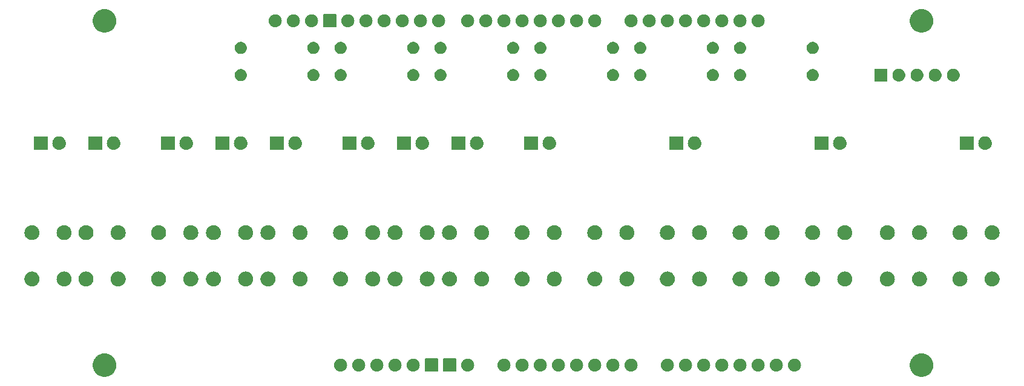
<source format=gbr>
G04 #@! TF.GenerationSoftware,KiCad,Pcbnew,8.0.0*
G04 #@! TF.CreationDate,2025-06-09T22:07:59-04:00*
G04 #@! TF.ProjectId,Kenbak_MEGA_10,4b656e62-616b-45f4-9d45-47415f31302e,rev?*
G04 #@! TF.SameCoordinates,Original*
G04 #@! TF.FileFunction,Soldermask,Top*
G04 #@! TF.FilePolarity,Negative*
%FSLAX46Y46*%
G04 Gerber Fmt 4.6, Leading zero omitted, Abs format (unit mm)*
G04 Created by KiCad (PCBNEW 8.0.0) date 2025-06-09 22:07:59*
%MOMM*%
%LPD*%
G01*
G04 APERTURE LIST*
G04 APERTURE END LIST*
G36*
X102171098Y-93553166D02*
G01*
X102231353Y-93553166D01*
X102297199Y-93563090D01*
X102366273Y-93568527D01*
X102421947Y-93581893D01*
X102475302Y-93589935D01*
X102545021Y-93611440D01*
X102618187Y-93629006D01*
X102665495Y-93648601D01*
X102711052Y-93662654D01*
X102782569Y-93697095D01*
X102857538Y-93728148D01*
X102896022Y-93751731D01*
X102933322Y-93769694D01*
X103004271Y-93818066D01*
X103078433Y-93863513D01*
X103108127Y-93888874D01*
X103137162Y-93908670D01*
X103204956Y-93971574D01*
X103275433Y-94031767D01*
X103296834Y-94056825D01*
X103318011Y-94076474D01*
X103379925Y-94154111D01*
X103443687Y-94228767D01*
X103457709Y-94251649D01*
X103471830Y-94269356D01*
X103525087Y-94361599D01*
X103579052Y-94449662D01*
X103586977Y-94468797D01*
X103595185Y-94483012D01*
X103637038Y-94589654D01*
X103678194Y-94689013D01*
X103681597Y-94703191D01*
X103685314Y-94712660D01*
X103713157Y-94834646D01*
X103738673Y-94940927D01*
X103739334Y-94949333D01*
X103740214Y-94953186D01*
X103751683Y-95106231D01*
X103759000Y-95199200D01*
X103751682Y-95292175D01*
X103740214Y-95445213D01*
X103739334Y-95449065D01*
X103738673Y-95457473D01*
X103713152Y-95563773D01*
X103685314Y-95685739D01*
X103681598Y-95695205D01*
X103678194Y-95709387D01*
X103637031Y-95808763D01*
X103595185Y-95915387D01*
X103586979Y-95929599D01*
X103579052Y-95948738D01*
X103525077Y-96036816D01*
X103471830Y-96129043D01*
X103457712Y-96146746D01*
X103443687Y-96169633D01*
X103379913Y-96244302D01*
X103318011Y-96321925D01*
X103296838Y-96341569D01*
X103275433Y-96366633D01*
X103204942Y-96426837D01*
X103137162Y-96489729D01*
X103108133Y-96509520D01*
X103078433Y-96534887D01*
X103004257Y-96580342D01*
X102933322Y-96628705D01*
X102896030Y-96646663D01*
X102857538Y-96670252D01*
X102782554Y-96701310D01*
X102711052Y-96735745D01*
X102665504Y-96749794D01*
X102618187Y-96769394D01*
X102545007Y-96786962D01*
X102475302Y-96808464D01*
X102421955Y-96816504D01*
X102366273Y-96829873D01*
X102297195Y-96835309D01*
X102231353Y-96845234D01*
X102171098Y-96845234D01*
X102108000Y-96850200D01*
X102044902Y-96845234D01*
X101984647Y-96845234D01*
X101918803Y-96835309D01*
X101849727Y-96829873D01*
X101794045Y-96816505D01*
X101740697Y-96808464D01*
X101670988Y-96786961D01*
X101597813Y-96769394D01*
X101550498Y-96749795D01*
X101504947Y-96735745D01*
X101433438Y-96701307D01*
X101358462Y-96670252D01*
X101319972Y-96646665D01*
X101282675Y-96628704D01*
X101211726Y-96580331D01*
X101137567Y-96534887D01*
X101107873Y-96509526D01*
X101078839Y-96489731D01*
X101011043Y-96426825D01*
X100940567Y-96366633D01*
X100919164Y-96341574D01*
X100897988Y-96321925D01*
X100836071Y-96244284D01*
X100772313Y-96169633D01*
X100758291Y-96146751D01*
X100744169Y-96129043D01*
X100690905Y-96036788D01*
X100636948Y-95948738D01*
X100629023Y-95929605D01*
X100620814Y-95915387D01*
X100578949Y-95808717D01*
X100537806Y-95709387D01*
X100534402Y-95695212D01*
X100530685Y-95685739D01*
X100502827Y-95563688D01*
X100477327Y-95457473D01*
X100476665Y-95449071D01*
X100475785Y-95445213D01*
X100464296Y-95291910D01*
X100457000Y-95199200D01*
X100464296Y-95106497D01*
X100475785Y-94953186D01*
X100476665Y-94949326D01*
X100477327Y-94940927D01*
X100502822Y-94834730D01*
X100530685Y-94712660D01*
X100534403Y-94703184D01*
X100537806Y-94689013D01*
X100578942Y-94589700D01*
X100620814Y-94483012D01*
X100629024Y-94468790D01*
X100636948Y-94449662D01*
X100690895Y-94361627D01*
X100744169Y-94269356D01*
X100758293Y-94251643D01*
X100772313Y-94228767D01*
X100836059Y-94154129D01*
X100897988Y-94076474D01*
X100919169Y-94056820D01*
X100940567Y-94031767D01*
X101011029Y-93971586D01*
X101078839Y-93908668D01*
X101107879Y-93888868D01*
X101137567Y-93863513D01*
X101211711Y-93818076D01*
X101282675Y-93769695D01*
X101319980Y-93751729D01*
X101358462Y-93728148D01*
X101433423Y-93697098D01*
X101504947Y-93662654D01*
X101550507Y-93648600D01*
X101597813Y-93629006D01*
X101670973Y-93611441D01*
X101740697Y-93589935D01*
X101794054Y-93581892D01*
X101849727Y-93568527D01*
X101918799Y-93563090D01*
X101984647Y-93553166D01*
X102044902Y-93553166D01*
X102108000Y-93548200D01*
X102171098Y-93553166D01*
G37*
G36*
X216471098Y-93553166D02*
G01*
X216531353Y-93553166D01*
X216597199Y-93563090D01*
X216666273Y-93568527D01*
X216721947Y-93581893D01*
X216775302Y-93589935D01*
X216845021Y-93611440D01*
X216918187Y-93629006D01*
X216965495Y-93648601D01*
X217011052Y-93662654D01*
X217082569Y-93697095D01*
X217157538Y-93728148D01*
X217196022Y-93751731D01*
X217233322Y-93769694D01*
X217304271Y-93818066D01*
X217378433Y-93863513D01*
X217408127Y-93888874D01*
X217437162Y-93908670D01*
X217504956Y-93971574D01*
X217575433Y-94031767D01*
X217596834Y-94056825D01*
X217618011Y-94076474D01*
X217679925Y-94154111D01*
X217743687Y-94228767D01*
X217757709Y-94251649D01*
X217771830Y-94269356D01*
X217825087Y-94361599D01*
X217879052Y-94449662D01*
X217886977Y-94468797D01*
X217895185Y-94483012D01*
X217937038Y-94589654D01*
X217978194Y-94689013D01*
X217981597Y-94703191D01*
X217985314Y-94712660D01*
X218013157Y-94834646D01*
X218038673Y-94940927D01*
X218039334Y-94949333D01*
X218040214Y-94953186D01*
X218051683Y-95106231D01*
X218059000Y-95199200D01*
X218051682Y-95292175D01*
X218040214Y-95445213D01*
X218039334Y-95449065D01*
X218038673Y-95457473D01*
X218013152Y-95563773D01*
X217985314Y-95685739D01*
X217981598Y-95695205D01*
X217978194Y-95709387D01*
X217937031Y-95808763D01*
X217895185Y-95915387D01*
X217886979Y-95929599D01*
X217879052Y-95948738D01*
X217825077Y-96036816D01*
X217771830Y-96129043D01*
X217757712Y-96146746D01*
X217743687Y-96169633D01*
X217679913Y-96244302D01*
X217618011Y-96321925D01*
X217596838Y-96341569D01*
X217575433Y-96366633D01*
X217504942Y-96426837D01*
X217437162Y-96489729D01*
X217408133Y-96509520D01*
X217378433Y-96534887D01*
X217304257Y-96580342D01*
X217233322Y-96628705D01*
X217196030Y-96646663D01*
X217157538Y-96670252D01*
X217082554Y-96701310D01*
X217011052Y-96735745D01*
X216965504Y-96749794D01*
X216918187Y-96769394D01*
X216845007Y-96786962D01*
X216775302Y-96808464D01*
X216721955Y-96816504D01*
X216666273Y-96829873D01*
X216597195Y-96835309D01*
X216531353Y-96845234D01*
X216471098Y-96845234D01*
X216408000Y-96850200D01*
X216344902Y-96845234D01*
X216284647Y-96845234D01*
X216218803Y-96835309D01*
X216149727Y-96829873D01*
X216094045Y-96816505D01*
X216040697Y-96808464D01*
X215970988Y-96786961D01*
X215897813Y-96769394D01*
X215850498Y-96749795D01*
X215804947Y-96735745D01*
X215733438Y-96701307D01*
X215658462Y-96670252D01*
X215619972Y-96646665D01*
X215582675Y-96628704D01*
X215511726Y-96580331D01*
X215437567Y-96534887D01*
X215407873Y-96509526D01*
X215378839Y-96489731D01*
X215311043Y-96426825D01*
X215240567Y-96366633D01*
X215219164Y-96341574D01*
X215197988Y-96321925D01*
X215136071Y-96244284D01*
X215072313Y-96169633D01*
X215058291Y-96146751D01*
X215044169Y-96129043D01*
X214990905Y-96036788D01*
X214936948Y-95948738D01*
X214929023Y-95929605D01*
X214920814Y-95915387D01*
X214878949Y-95808717D01*
X214837806Y-95709387D01*
X214834402Y-95695212D01*
X214830685Y-95685739D01*
X214802827Y-95563688D01*
X214777327Y-95457473D01*
X214776665Y-95449071D01*
X214775785Y-95445213D01*
X214764296Y-95291910D01*
X214757000Y-95199200D01*
X214764296Y-95106497D01*
X214775785Y-94953186D01*
X214776665Y-94949326D01*
X214777327Y-94940927D01*
X214802822Y-94834730D01*
X214830685Y-94712660D01*
X214834403Y-94703184D01*
X214837806Y-94689013D01*
X214878942Y-94589700D01*
X214920814Y-94483012D01*
X214929024Y-94468790D01*
X214936948Y-94449662D01*
X214990895Y-94361627D01*
X215044169Y-94269356D01*
X215058293Y-94251643D01*
X215072313Y-94228767D01*
X215136059Y-94154129D01*
X215197988Y-94076474D01*
X215219169Y-94056820D01*
X215240567Y-94031767D01*
X215311029Y-93971586D01*
X215378839Y-93908668D01*
X215407879Y-93888868D01*
X215437567Y-93863513D01*
X215511711Y-93818076D01*
X215582675Y-93769695D01*
X215619980Y-93751729D01*
X215658462Y-93728148D01*
X215733423Y-93697098D01*
X215804947Y-93662654D01*
X215850507Y-93648600D01*
X215897813Y-93629006D01*
X215970973Y-93611441D01*
X216040697Y-93589935D01*
X216094054Y-93581892D01*
X216149727Y-93568527D01*
X216218799Y-93563090D01*
X216284647Y-93553166D01*
X216344902Y-93553166D01*
X216408000Y-93548200D01*
X216471098Y-93553166D01*
G37*
G36*
X148711117Y-94288482D02*
G01*
X148727662Y-94299538D01*
X148738718Y-94316083D01*
X148742600Y-94335600D01*
X148742600Y-96062800D01*
X148738718Y-96082317D01*
X148727662Y-96098862D01*
X148711117Y-96109918D01*
X148691600Y-96113800D01*
X146964400Y-96113800D01*
X146944883Y-96109918D01*
X146928338Y-96098862D01*
X146917282Y-96082317D01*
X146913400Y-96062800D01*
X146913400Y-94335600D01*
X146917282Y-94316083D01*
X146928338Y-94299538D01*
X146944883Y-94288482D01*
X146964400Y-94284600D01*
X148691600Y-94284600D01*
X148711117Y-94288482D01*
G37*
G36*
X151251117Y-94288482D02*
G01*
X151267662Y-94299538D01*
X151278718Y-94316083D01*
X151282600Y-94335600D01*
X151282600Y-96062800D01*
X151278718Y-96082317D01*
X151267662Y-96098862D01*
X151251117Y-96109918D01*
X151231600Y-96113800D01*
X149504400Y-96113800D01*
X149484883Y-96109918D01*
X149468338Y-96098862D01*
X149457282Y-96082317D01*
X149453400Y-96062800D01*
X149453400Y-94335600D01*
X149457282Y-94316083D01*
X149468338Y-94299538D01*
X149484883Y-94288482D01*
X149504400Y-94284600D01*
X151231600Y-94284600D01*
X151251117Y-94288482D01*
G37*
G36*
X135172732Y-94289610D02*
G01*
X135223602Y-94289610D01*
X135267530Y-94298947D01*
X135306309Y-94302767D01*
X135355029Y-94317546D01*
X135410627Y-94329364D01*
X135446202Y-94345203D01*
X135477773Y-94354780D01*
X135527944Y-94381596D01*
X135585300Y-94407133D01*
X135611963Y-94426505D01*
X135635787Y-94439239D01*
X135684388Y-94479125D01*
X135739987Y-94519520D01*
X135758038Y-94539567D01*
X135774292Y-94552907D01*
X135817971Y-94606130D01*
X135867927Y-94661612D01*
X135878422Y-94679790D01*
X135887960Y-94691412D01*
X135923235Y-94757409D01*
X135963529Y-94827199D01*
X135968165Y-94841467D01*
X135972419Y-94849426D01*
X135995873Y-94926745D01*
X136022614Y-95009044D01*
X136023555Y-95017999D01*
X136024432Y-95020890D01*
X136032974Y-95107619D01*
X136042600Y-95199200D01*
X136032973Y-95290788D01*
X136024432Y-95377509D01*
X136023555Y-95380398D01*
X136022614Y-95389356D01*
X135995868Y-95471668D01*
X135972419Y-95548973D01*
X135968165Y-95556930D01*
X135963529Y-95571201D01*
X135923228Y-95641003D01*
X135887960Y-95706987D01*
X135878424Y-95718606D01*
X135867927Y-95736788D01*
X135817962Y-95792279D01*
X135774292Y-95845492D01*
X135758041Y-95858828D01*
X135739987Y-95878880D01*
X135684378Y-95919282D01*
X135635787Y-95959160D01*
X135611968Y-95971890D01*
X135585300Y-95991267D01*
X135527933Y-96016808D01*
X135477773Y-96043619D01*
X135446209Y-96053193D01*
X135410627Y-96069036D01*
X135355018Y-96080856D01*
X135306309Y-96095632D01*
X135267539Y-96099450D01*
X135223602Y-96108790D01*
X135172722Y-96108790D01*
X135128000Y-96113195D01*
X135083278Y-96108790D01*
X135032398Y-96108790D01*
X134988461Y-96099450D01*
X134949690Y-96095632D01*
X134900978Y-96080855D01*
X134845373Y-96069036D01*
X134809792Y-96053194D01*
X134778226Y-96043619D01*
X134728060Y-96016805D01*
X134670700Y-95991267D01*
X134644033Y-95971892D01*
X134620212Y-95959160D01*
X134571613Y-95919275D01*
X134516013Y-95878880D01*
X134497961Y-95858831D01*
X134481707Y-95845492D01*
X134438026Y-95792266D01*
X134388073Y-95736788D01*
X134377578Y-95718610D01*
X134368039Y-95706987D01*
X134332757Y-95640979D01*
X134292471Y-95571201D01*
X134287835Y-95556934D01*
X134283580Y-95548973D01*
X134260116Y-95471622D01*
X134233386Y-95389356D01*
X134232445Y-95380403D01*
X134231567Y-95377509D01*
X134223010Y-95290637D01*
X134213400Y-95199200D01*
X134223009Y-95107770D01*
X134231567Y-95020890D01*
X134232445Y-95017994D01*
X134233386Y-95009044D01*
X134260111Y-94926791D01*
X134283580Y-94849426D01*
X134287836Y-94841462D01*
X134292471Y-94827199D01*
X134332750Y-94757432D01*
X134368039Y-94691412D01*
X134377580Y-94679785D01*
X134388073Y-94661612D01*
X134438016Y-94606143D01*
X134481707Y-94552907D01*
X134497964Y-94539564D01*
X134516013Y-94519520D01*
X134571602Y-94479131D01*
X134620212Y-94439239D01*
X134644039Y-94426503D01*
X134670700Y-94407133D01*
X134728049Y-94381599D01*
X134778226Y-94354780D01*
X134809799Y-94345202D01*
X134845373Y-94329364D01*
X134900967Y-94317546D01*
X134949690Y-94302767D01*
X134988470Y-94298947D01*
X135032398Y-94289610D01*
X135083268Y-94289610D01*
X135128000Y-94285204D01*
X135172732Y-94289610D01*
G37*
G36*
X137712732Y-94289610D02*
G01*
X137763602Y-94289610D01*
X137807530Y-94298947D01*
X137846309Y-94302767D01*
X137895029Y-94317546D01*
X137950627Y-94329364D01*
X137986202Y-94345203D01*
X138017773Y-94354780D01*
X138067944Y-94381596D01*
X138125300Y-94407133D01*
X138151963Y-94426505D01*
X138175787Y-94439239D01*
X138224388Y-94479125D01*
X138279987Y-94519520D01*
X138298038Y-94539567D01*
X138314292Y-94552907D01*
X138357971Y-94606130D01*
X138407927Y-94661612D01*
X138418422Y-94679790D01*
X138427960Y-94691412D01*
X138463235Y-94757409D01*
X138503529Y-94827199D01*
X138508165Y-94841467D01*
X138512419Y-94849426D01*
X138535873Y-94926745D01*
X138562614Y-95009044D01*
X138563555Y-95017999D01*
X138564432Y-95020890D01*
X138572974Y-95107619D01*
X138582600Y-95199200D01*
X138572973Y-95290788D01*
X138564432Y-95377509D01*
X138563555Y-95380398D01*
X138562614Y-95389356D01*
X138535868Y-95471668D01*
X138512419Y-95548973D01*
X138508165Y-95556930D01*
X138503529Y-95571201D01*
X138463228Y-95641003D01*
X138427960Y-95706987D01*
X138418424Y-95718606D01*
X138407927Y-95736788D01*
X138357962Y-95792279D01*
X138314292Y-95845492D01*
X138298041Y-95858828D01*
X138279987Y-95878880D01*
X138224378Y-95919282D01*
X138175787Y-95959160D01*
X138151968Y-95971890D01*
X138125300Y-95991267D01*
X138067933Y-96016808D01*
X138017773Y-96043619D01*
X137986209Y-96053193D01*
X137950627Y-96069036D01*
X137895018Y-96080856D01*
X137846309Y-96095632D01*
X137807539Y-96099450D01*
X137763602Y-96108790D01*
X137712722Y-96108790D01*
X137668000Y-96113195D01*
X137623278Y-96108790D01*
X137572398Y-96108790D01*
X137528461Y-96099450D01*
X137489690Y-96095632D01*
X137440978Y-96080855D01*
X137385373Y-96069036D01*
X137349792Y-96053194D01*
X137318226Y-96043619D01*
X137268060Y-96016805D01*
X137210700Y-95991267D01*
X137184033Y-95971892D01*
X137160212Y-95959160D01*
X137111613Y-95919275D01*
X137056013Y-95878880D01*
X137037961Y-95858831D01*
X137021707Y-95845492D01*
X136978026Y-95792266D01*
X136928073Y-95736788D01*
X136917578Y-95718610D01*
X136908039Y-95706987D01*
X136872757Y-95640979D01*
X136832471Y-95571201D01*
X136827835Y-95556934D01*
X136823580Y-95548973D01*
X136800116Y-95471622D01*
X136773386Y-95389356D01*
X136772445Y-95380403D01*
X136771567Y-95377509D01*
X136763010Y-95290637D01*
X136753400Y-95199200D01*
X136763009Y-95107770D01*
X136771567Y-95020890D01*
X136772445Y-95017994D01*
X136773386Y-95009044D01*
X136800111Y-94926791D01*
X136823580Y-94849426D01*
X136827836Y-94841462D01*
X136832471Y-94827199D01*
X136872750Y-94757432D01*
X136908039Y-94691412D01*
X136917580Y-94679785D01*
X136928073Y-94661612D01*
X136978016Y-94606143D01*
X137021707Y-94552907D01*
X137037964Y-94539564D01*
X137056013Y-94519520D01*
X137111602Y-94479131D01*
X137160212Y-94439239D01*
X137184039Y-94426503D01*
X137210700Y-94407133D01*
X137268049Y-94381599D01*
X137318226Y-94354780D01*
X137349799Y-94345202D01*
X137385373Y-94329364D01*
X137440967Y-94317546D01*
X137489690Y-94302767D01*
X137528470Y-94298947D01*
X137572398Y-94289610D01*
X137623268Y-94289610D01*
X137668000Y-94285204D01*
X137712732Y-94289610D01*
G37*
G36*
X140252732Y-94289610D02*
G01*
X140303602Y-94289610D01*
X140347530Y-94298947D01*
X140386309Y-94302767D01*
X140435029Y-94317546D01*
X140490627Y-94329364D01*
X140526202Y-94345203D01*
X140557773Y-94354780D01*
X140607944Y-94381596D01*
X140665300Y-94407133D01*
X140691963Y-94426505D01*
X140715787Y-94439239D01*
X140764388Y-94479125D01*
X140819987Y-94519520D01*
X140838038Y-94539567D01*
X140854292Y-94552907D01*
X140897971Y-94606130D01*
X140947927Y-94661612D01*
X140958422Y-94679790D01*
X140967960Y-94691412D01*
X141003235Y-94757409D01*
X141043529Y-94827199D01*
X141048165Y-94841467D01*
X141052419Y-94849426D01*
X141075873Y-94926745D01*
X141102614Y-95009044D01*
X141103555Y-95017999D01*
X141104432Y-95020890D01*
X141112974Y-95107619D01*
X141122600Y-95199200D01*
X141112973Y-95290788D01*
X141104432Y-95377509D01*
X141103555Y-95380398D01*
X141102614Y-95389356D01*
X141075868Y-95471668D01*
X141052419Y-95548973D01*
X141048165Y-95556930D01*
X141043529Y-95571201D01*
X141003228Y-95641003D01*
X140967960Y-95706987D01*
X140958424Y-95718606D01*
X140947927Y-95736788D01*
X140897962Y-95792279D01*
X140854292Y-95845492D01*
X140838041Y-95858828D01*
X140819987Y-95878880D01*
X140764378Y-95919282D01*
X140715787Y-95959160D01*
X140691968Y-95971890D01*
X140665300Y-95991267D01*
X140607933Y-96016808D01*
X140557773Y-96043619D01*
X140526209Y-96053193D01*
X140490627Y-96069036D01*
X140435018Y-96080856D01*
X140386309Y-96095632D01*
X140347539Y-96099450D01*
X140303602Y-96108790D01*
X140252722Y-96108790D01*
X140208000Y-96113195D01*
X140163278Y-96108790D01*
X140112398Y-96108790D01*
X140068461Y-96099450D01*
X140029690Y-96095632D01*
X139980978Y-96080855D01*
X139925373Y-96069036D01*
X139889792Y-96053194D01*
X139858226Y-96043619D01*
X139808060Y-96016805D01*
X139750700Y-95991267D01*
X139724033Y-95971892D01*
X139700212Y-95959160D01*
X139651613Y-95919275D01*
X139596013Y-95878880D01*
X139577961Y-95858831D01*
X139561707Y-95845492D01*
X139518026Y-95792266D01*
X139468073Y-95736788D01*
X139457578Y-95718610D01*
X139448039Y-95706987D01*
X139412757Y-95640979D01*
X139372471Y-95571201D01*
X139367835Y-95556934D01*
X139363580Y-95548973D01*
X139340116Y-95471622D01*
X139313386Y-95389356D01*
X139312445Y-95380403D01*
X139311567Y-95377509D01*
X139303010Y-95290637D01*
X139293400Y-95199200D01*
X139303009Y-95107770D01*
X139311567Y-95020890D01*
X139312445Y-95017994D01*
X139313386Y-95009044D01*
X139340111Y-94926791D01*
X139363580Y-94849426D01*
X139367836Y-94841462D01*
X139372471Y-94827199D01*
X139412750Y-94757432D01*
X139448039Y-94691412D01*
X139457580Y-94679785D01*
X139468073Y-94661612D01*
X139518016Y-94606143D01*
X139561707Y-94552907D01*
X139577964Y-94539564D01*
X139596013Y-94519520D01*
X139651602Y-94479131D01*
X139700212Y-94439239D01*
X139724039Y-94426503D01*
X139750700Y-94407133D01*
X139808049Y-94381599D01*
X139858226Y-94354780D01*
X139889799Y-94345202D01*
X139925373Y-94329364D01*
X139980967Y-94317546D01*
X140029690Y-94302767D01*
X140068470Y-94298947D01*
X140112398Y-94289610D01*
X140163268Y-94289610D01*
X140208000Y-94285204D01*
X140252732Y-94289610D01*
G37*
G36*
X142792732Y-94289610D02*
G01*
X142843602Y-94289610D01*
X142887530Y-94298947D01*
X142926309Y-94302767D01*
X142975029Y-94317546D01*
X143030627Y-94329364D01*
X143066202Y-94345203D01*
X143097773Y-94354780D01*
X143147944Y-94381596D01*
X143205300Y-94407133D01*
X143231963Y-94426505D01*
X143255787Y-94439239D01*
X143304388Y-94479125D01*
X143359987Y-94519520D01*
X143378038Y-94539567D01*
X143394292Y-94552907D01*
X143437971Y-94606130D01*
X143487927Y-94661612D01*
X143498422Y-94679790D01*
X143507960Y-94691412D01*
X143543235Y-94757409D01*
X143583529Y-94827199D01*
X143588165Y-94841467D01*
X143592419Y-94849426D01*
X143615873Y-94926745D01*
X143642614Y-95009044D01*
X143643555Y-95017999D01*
X143644432Y-95020890D01*
X143652974Y-95107619D01*
X143662600Y-95199200D01*
X143652973Y-95290788D01*
X143644432Y-95377509D01*
X143643555Y-95380398D01*
X143642614Y-95389356D01*
X143615868Y-95471668D01*
X143592419Y-95548973D01*
X143588165Y-95556930D01*
X143583529Y-95571201D01*
X143543228Y-95641003D01*
X143507960Y-95706987D01*
X143498424Y-95718606D01*
X143487927Y-95736788D01*
X143437962Y-95792279D01*
X143394292Y-95845492D01*
X143378041Y-95858828D01*
X143359987Y-95878880D01*
X143304378Y-95919282D01*
X143255787Y-95959160D01*
X143231968Y-95971890D01*
X143205300Y-95991267D01*
X143147933Y-96016808D01*
X143097773Y-96043619D01*
X143066209Y-96053193D01*
X143030627Y-96069036D01*
X142975018Y-96080856D01*
X142926309Y-96095632D01*
X142887539Y-96099450D01*
X142843602Y-96108790D01*
X142792722Y-96108790D01*
X142748000Y-96113195D01*
X142703278Y-96108790D01*
X142652398Y-96108790D01*
X142608461Y-96099450D01*
X142569690Y-96095632D01*
X142520978Y-96080855D01*
X142465373Y-96069036D01*
X142429792Y-96053194D01*
X142398226Y-96043619D01*
X142348060Y-96016805D01*
X142290700Y-95991267D01*
X142264033Y-95971892D01*
X142240212Y-95959160D01*
X142191613Y-95919275D01*
X142136013Y-95878880D01*
X142117961Y-95858831D01*
X142101707Y-95845492D01*
X142058026Y-95792266D01*
X142008073Y-95736788D01*
X141997578Y-95718610D01*
X141988039Y-95706987D01*
X141952757Y-95640979D01*
X141912471Y-95571201D01*
X141907835Y-95556934D01*
X141903580Y-95548973D01*
X141880116Y-95471622D01*
X141853386Y-95389356D01*
X141852445Y-95380403D01*
X141851567Y-95377509D01*
X141843010Y-95290637D01*
X141833400Y-95199200D01*
X141843009Y-95107770D01*
X141851567Y-95020890D01*
X141852445Y-95017994D01*
X141853386Y-95009044D01*
X141880111Y-94926791D01*
X141903580Y-94849426D01*
X141907836Y-94841462D01*
X141912471Y-94827199D01*
X141952750Y-94757432D01*
X141988039Y-94691412D01*
X141997580Y-94679785D01*
X142008073Y-94661612D01*
X142058016Y-94606143D01*
X142101707Y-94552907D01*
X142117964Y-94539564D01*
X142136013Y-94519520D01*
X142191602Y-94479131D01*
X142240212Y-94439239D01*
X142264039Y-94426503D01*
X142290700Y-94407133D01*
X142348049Y-94381599D01*
X142398226Y-94354780D01*
X142429799Y-94345202D01*
X142465373Y-94329364D01*
X142520967Y-94317546D01*
X142569690Y-94302767D01*
X142608470Y-94298947D01*
X142652398Y-94289610D01*
X142703268Y-94289610D01*
X142748000Y-94285204D01*
X142792732Y-94289610D01*
G37*
G36*
X145332732Y-94289610D02*
G01*
X145383602Y-94289610D01*
X145427530Y-94298947D01*
X145466309Y-94302767D01*
X145515029Y-94317546D01*
X145570627Y-94329364D01*
X145606202Y-94345203D01*
X145637773Y-94354780D01*
X145687944Y-94381596D01*
X145745300Y-94407133D01*
X145771963Y-94426505D01*
X145795787Y-94439239D01*
X145844388Y-94479125D01*
X145899987Y-94519520D01*
X145918038Y-94539567D01*
X145934292Y-94552907D01*
X145977971Y-94606130D01*
X146027927Y-94661612D01*
X146038422Y-94679790D01*
X146047960Y-94691412D01*
X146083235Y-94757409D01*
X146123529Y-94827199D01*
X146128165Y-94841467D01*
X146132419Y-94849426D01*
X146155873Y-94926745D01*
X146182614Y-95009044D01*
X146183555Y-95017999D01*
X146184432Y-95020890D01*
X146192974Y-95107619D01*
X146202600Y-95199200D01*
X146192973Y-95290788D01*
X146184432Y-95377509D01*
X146183555Y-95380398D01*
X146182614Y-95389356D01*
X146155868Y-95471668D01*
X146132419Y-95548973D01*
X146128165Y-95556930D01*
X146123529Y-95571201D01*
X146083228Y-95641003D01*
X146047960Y-95706987D01*
X146038424Y-95718606D01*
X146027927Y-95736788D01*
X145977962Y-95792279D01*
X145934292Y-95845492D01*
X145918041Y-95858828D01*
X145899987Y-95878880D01*
X145844378Y-95919282D01*
X145795787Y-95959160D01*
X145771968Y-95971890D01*
X145745300Y-95991267D01*
X145687933Y-96016808D01*
X145637773Y-96043619D01*
X145606209Y-96053193D01*
X145570627Y-96069036D01*
X145515018Y-96080856D01*
X145466309Y-96095632D01*
X145427539Y-96099450D01*
X145383602Y-96108790D01*
X145332722Y-96108790D01*
X145288000Y-96113195D01*
X145243278Y-96108790D01*
X145192398Y-96108790D01*
X145148461Y-96099450D01*
X145109690Y-96095632D01*
X145060978Y-96080855D01*
X145005373Y-96069036D01*
X144969792Y-96053194D01*
X144938226Y-96043619D01*
X144888060Y-96016805D01*
X144830700Y-95991267D01*
X144804033Y-95971892D01*
X144780212Y-95959160D01*
X144731613Y-95919275D01*
X144676013Y-95878880D01*
X144657961Y-95858831D01*
X144641707Y-95845492D01*
X144598026Y-95792266D01*
X144548073Y-95736788D01*
X144537578Y-95718610D01*
X144528039Y-95706987D01*
X144492757Y-95640979D01*
X144452471Y-95571201D01*
X144447835Y-95556934D01*
X144443580Y-95548973D01*
X144420116Y-95471622D01*
X144393386Y-95389356D01*
X144392445Y-95380403D01*
X144391567Y-95377509D01*
X144383010Y-95290637D01*
X144373400Y-95199200D01*
X144383009Y-95107770D01*
X144391567Y-95020890D01*
X144392445Y-95017994D01*
X144393386Y-95009044D01*
X144420111Y-94926791D01*
X144443580Y-94849426D01*
X144447836Y-94841462D01*
X144452471Y-94827199D01*
X144492750Y-94757432D01*
X144528039Y-94691412D01*
X144537580Y-94679785D01*
X144548073Y-94661612D01*
X144598016Y-94606143D01*
X144641707Y-94552907D01*
X144657964Y-94539564D01*
X144676013Y-94519520D01*
X144731602Y-94479131D01*
X144780212Y-94439239D01*
X144804039Y-94426503D01*
X144830700Y-94407133D01*
X144888049Y-94381599D01*
X144938226Y-94354780D01*
X144969799Y-94345202D01*
X145005373Y-94329364D01*
X145060967Y-94317546D01*
X145109690Y-94302767D01*
X145148470Y-94298947D01*
X145192398Y-94289610D01*
X145243268Y-94289610D01*
X145288000Y-94285204D01*
X145332732Y-94289610D01*
G37*
G36*
X152952732Y-94289610D02*
G01*
X153003602Y-94289610D01*
X153047530Y-94298947D01*
X153086309Y-94302767D01*
X153135029Y-94317546D01*
X153190627Y-94329364D01*
X153226202Y-94345203D01*
X153257773Y-94354780D01*
X153307944Y-94381596D01*
X153365300Y-94407133D01*
X153391963Y-94426505D01*
X153415787Y-94439239D01*
X153464388Y-94479125D01*
X153519987Y-94519520D01*
X153538038Y-94539567D01*
X153554292Y-94552907D01*
X153597971Y-94606130D01*
X153647927Y-94661612D01*
X153658422Y-94679790D01*
X153667960Y-94691412D01*
X153703235Y-94757409D01*
X153743529Y-94827199D01*
X153748165Y-94841467D01*
X153752419Y-94849426D01*
X153775873Y-94926745D01*
X153802614Y-95009044D01*
X153803555Y-95017999D01*
X153804432Y-95020890D01*
X153812974Y-95107619D01*
X153822600Y-95199200D01*
X153812973Y-95290788D01*
X153804432Y-95377509D01*
X153803555Y-95380398D01*
X153802614Y-95389356D01*
X153775868Y-95471668D01*
X153752419Y-95548973D01*
X153748165Y-95556930D01*
X153743529Y-95571201D01*
X153703228Y-95641003D01*
X153667960Y-95706987D01*
X153658424Y-95718606D01*
X153647927Y-95736788D01*
X153597962Y-95792279D01*
X153554292Y-95845492D01*
X153538041Y-95858828D01*
X153519987Y-95878880D01*
X153464378Y-95919282D01*
X153415787Y-95959160D01*
X153391968Y-95971890D01*
X153365300Y-95991267D01*
X153307933Y-96016808D01*
X153257773Y-96043619D01*
X153226209Y-96053193D01*
X153190627Y-96069036D01*
X153135018Y-96080856D01*
X153086309Y-96095632D01*
X153047539Y-96099450D01*
X153003602Y-96108790D01*
X152952722Y-96108790D01*
X152908000Y-96113195D01*
X152863278Y-96108790D01*
X152812398Y-96108790D01*
X152768461Y-96099450D01*
X152729690Y-96095632D01*
X152680978Y-96080855D01*
X152625373Y-96069036D01*
X152589792Y-96053194D01*
X152558226Y-96043619D01*
X152508060Y-96016805D01*
X152450700Y-95991267D01*
X152424033Y-95971892D01*
X152400212Y-95959160D01*
X152351613Y-95919275D01*
X152296013Y-95878880D01*
X152277961Y-95858831D01*
X152261707Y-95845492D01*
X152218026Y-95792266D01*
X152168073Y-95736788D01*
X152157578Y-95718610D01*
X152148039Y-95706987D01*
X152112757Y-95640979D01*
X152072471Y-95571201D01*
X152067835Y-95556934D01*
X152063580Y-95548973D01*
X152040116Y-95471622D01*
X152013386Y-95389356D01*
X152012445Y-95380403D01*
X152011567Y-95377509D01*
X152003010Y-95290637D01*
X151993400Y-95199200D01*
X152003009Y-95107770D01*
X152011567Y-95020890D01*
X152012445Y-95017994D01*
X152013386Y-95009044D01*
X152040111Y-94926791D01*
X152063580Y-94849426D01*
X152067836Y-94841462D01*
X152072471Y-94827199D01*
X152112750Y-94757432D01*
X152148039Y-94691412D01*
X152157580Y-94679785D01*
X152168073Y-94661612D01*
X152218016Y-94606143D01*
X152261707Y-94552907D01*
X152277964Y-94539564D01*
X152296013Y-94519520D01*
X152351602Y-94479131D01*
X152400212Y-94439239D01*
X152424039Y-94426503D01*
X152450700Y-94407133D01*
X152508049Y-94381599D01*
X152558226Y-94354780D01*
X152589799Y-94345202D01*
X152625373Y-94329364D01*
X152680967Y-94317546D01*
X152729690Y-94302767D01*
X152768470Y-94298947D01*
X152812398Y-94289610D01*
X152863268Y-94289610D01*
X152908000Y-94285204D01*
X152952732Y-94289610D01*
G37*
G36*
X158032732Y-94289610D02*
G01*
X158083602Y-94289610D01*
X158127530Y-94298947D01*
X158166309Y-94302767D01*
X158215029Y-94317546D01*
X158270627Y-94329364D01*
X158306202Y-94345203D01*
X158337773Y-94354780D01*
X158387944Y-94381596D01*
X158445300Y-94407133D01*
X158471963Y-94426505D01*
X158495787Y-94439239D01*
X158544388Y-94479125D01*
X158599987Y-94519520D01*
X158618038Y-94539567D01*
X158634292Y-94552907D01*
X158677971Y-94606130D01*
X158727927Y-94661612D01*
X158738422Y-94679790D01*
X158747960Y-94691412D01*
X158783235Y-94757409D01*
X158823529Y-94827199D01*
X158828165Y-94841467D01*
X158832419Y-94849426D01*
X158855873Y-94926745D01*
X158882614Y-95009044D01*
X158883555Y-95017999D01*
X158884432Y-95020890D01*
X158892974Y-95107619D01*
X158902600Y-95199200D01*
X158892973Y-95290788D01*
X158884432Y-95377509D01*
X158883555Y-95380398D01*
X158882614Y-95389356D01*
X158855868Y-95471668D01*
X158832419Y-95548973D01*
X158828165Y-95556930D01*
X158823529Y-95571201D01*
X158783228Y-95641003D01*
X158747960Y-95706987D01*
X158738424Y-95718606D01*
X158727927Y-95736788D01*
X158677962Y-95792279D01*
X158634292Y-95845492D01*
X158618041Y-95858828D01*
X158599987Y-95878880D01*
X158544378Y-95919282D01*
X158495787Y-95959160D01*
X158471968Y-95971890D01*
X158445300Y-95991267D01*
X158387933Y-96016808D01*
X158337773Y-96043619D01*
X158306209Y-96053193D01*
X158270627Y-96069036D01*
X158215018Y-96080856D01*
X158166309Y-96095632D01*
X158127539Y-96099450D01*
X158083602Y-96108790D01*
X158032722Y-96108790D01*
X157988000Y-96113195D01*
X157943278Y-96108790D01*
X157892398Y-96108790D01*
X157848461Y-96099450D01*
X157809690Y-96095632D01*
X157760978Y-96080855D01*
X157705373Y-96069036D01*
X157669792Y-96053194D01*
X157638226Y-96043619D01*
X157588060Y-96016805D01*
X157530700Y-95991267D01*
X157504033Y-95971892D01*
X157480212Y-95959160D01*
X157431613Y-95919275D01*
X157376013Y-95878880D01*
X157357961Y-95858831D01*
X157341707Y-95845492D01*
X157298026Y-95792266D01*
X157248073Y-95736788D01*
X157237578Y-95718610D01*
X157228039Y-95706987D01*
X157192757Y-95640979D01*
X157152471Y-95571201D01*
X157147835Y-95556934D01*
X157143580Y-95548973D01*
X157120116Y-95471622D01*
X157093386Y-95389356D01*
X157092445Y-95380403D01*
X157091567Y-95377509D01*
X157083010Y-95290637D01*
X157073400Y-95199200D01*
X157083009Y-95107770D01*
X157091567Y-95020890D01*
X157092445Y-95017994D01*
X157093386Y-95009044D01*
X157120111Y-94926791D01*
X157143580Y-94849426D01*
X157147836Y-94841462D01*
X157152471Y-94827199D01*
X157192750Y-94757432D01*
X157228039Y-94691412D01*
X157237580Y-94679785D01*
X157248073Y-94661612D01*
X157298016Y-94606143D01*
X157341707Y-94552907D01*
X157357964Y-94539564D01*
X157376013Y-94519520D01*
X157431602Y-94479131D01*
X157480212Y-94439239D01*
X157504039Y-94426503D01*
X157530700Y-94407133D01*
X157588049Y-94381599D01*
X157638226Y-94354780D01*
X157669799Y-94345202D01*
X157705373Y-94329364D01*
X157760967Y-94317546D01*
X157809690Y-94302767D01*
X157848470Y-94298947D01*
X157892398Y-94289610D01*
X157943268Y-94289610D01*
X157988000Y-94285204D01*
X158032732Y-94289610D01*
G37*
G36*
X160572732Y-94289610D02*
G01*
X160623602Y-94289610D01*
X160667530Y-94298947D01*
X160706309Y-94302767D01*
X160755029Y-94317546D01*
X160810627Y-94329364D01*
X160846202Y-94345203D01*
X160877773Y-94354780D01*
X160927944Y-94381596D01*
X160985300Y-94407133D01*
X161011963Y-94426505D01*
X161035787Y-94439239D01*
X161084388Y-94479125D01*
X161139987Y-94519520D01*
X161158038Y-94539567D01*
X161174292Y-94552907D01*
X161217971Y-94606130D01*
X161267927Y-94661612D01*
X161278422Y-94679790D01*
X161287960Y-94691412D01*
X161323235Y-94757409D01*
X161363529Y-94827199D01*
X161368165Y-94841467D01*
X161372419Y-94849426D01*
X161395873Y-94926745D01*
X161422614Y-95009044D01*
X161423555Y-95017999D01*
X161424432Y-95020890D01*
X161432974Y-95107619D01*
X161442600Y-95199200D01*
X161432973Y-95290788D01*
X161424432Y-95377509D01*
X161423555Y-95380398D01*
X161422614Y-95389356D01*
X161395868Y-95471668D01*
X161372419Y-95548973D01*
X161368165Y-95556930D01*
X161363529Y-95571201D01*
X161323228Y-95641003D01*
X161287960Y-95706987D01*
X161278424Y-95718606D01*
X161267927Y-95736788D01*
X161217962Y-95792279D01*
X161174292Y-95845492D01*
X161158041Y-95858828D01*
X161139987Y-95878880D01*
X161084378Y-95919282D01*
X161035787Y-95959160D01*
X161011968Y-95971890D01*
X160985300Y-95991267D01*
X160927933Y-96016808D01*
X160877773Y-96043619D01*
X160846209Y-96053193D01*
X160810627Y-96069036D01*
X160755018Y-96080856D01*
X160706309Y-96095632D01*
X160667539Y-96099450D01*
X160623602Y-96108790D01*
X160572722Y-96108790D01*
X160528000Y-96113195D01*
X160483278Y-96108790D01*
X160432398Y-96108790D01*
X160388461Y-96099450D01*
X160349690Y-96095632D01*
X160300978Y-96080855D01*
X160245373Y-96069036D01*
X160209792Y-96053194D01*
X160178226Y-96043619D01*
X160128060Y-96016805D01*
X160070700Y-95991267D01*
X160044033Y-95971892D01*
X160020212Y-95959160D01*
X159971613Y-95919275D01*
X159916013Y-95878880D01*
X159897961Y-95858831D01*
X159881707Y-95845492D01*
X159838026Y-95792266D01*
X159788073Y-95736788D01*
X159777578Y-95718610D01*
X159768039Y-95706987D01*
X159732757Y-95640979D01*
X159692471Y-95571201D01*
X159687835Y-95556934D01*
X159683580Y-95548973D01*
X159660116Y-95471622D01*
X159633386Y-95389356D01*
X159632445Y-95380403D01*
X159631567Y-95377509D01*
X159623010Y-95290637D01*
X159613400Y-95199200D01*
X159623009Y-95107770D01*
X159631567Y-95020890D01*
X159632445Y-95017994D01*
X159633386Y-95009044D01*
X159660111Y-94926791D01*
X159683580Y-94849426D01*
X159687836Y-94841462D01*
X159692471Y-94827199D01*
X159732750Y-94757432D01*
X159768039Y-94691412D01*
X159777580Y-94679785D01*
X159788073Y-94661612D01*
X159838016Y-94606143D01*
X159881707Y-94552907D01*
X159897964Y-94539564D01*
X159916013Y-94519520D01*
X159971602Y-94479131D01*
X160020212Y-94439239D01*
X160044039Y-94426503D01*
X160070700Y-94407133D01*
X160128049Y-94381599D01*
X160178226Y-94354780D01*
X160209799Y-94345202D01*
X160245373Y-94329364D01*
X160300967Y-94317546D01*
X160349690Y-94302767D01*
X160388470Y-94298947D01*
X160432398Y-94289610D01*
X160483268Y-94289610D01*
X160528000Y-94285204D01*
X160572732Y-94289610D01*
G37*
G36*
X163112732Y-94289610D02*
G01*
X163163602Y-94289610D01*
X163207530Y-94298947D01*
X163246309Y-94302767D01*
X163295029Y-94317546D01*
X163350627Y-94329364D01*
X163386202Y-94345203D01*
X163417773Y-94354780D01*
X163467944Y-94381596D01*
X163525300Y-94407133D01*
X163551963Y-94426505D01*
X163575787Y-94439239D01*
X163624388Y-94479125D01*
X163679987Y-94519520D01*
X163698038Y-94539567D01*
X163714292Y-94552907D01*
X163757971Y-94606130D01*
X163807927Y-94661612D01*
X163818422Y-94679790D01*
X163827960Y-94691412D01*
X163863235Y-94757409D01*
X163903529Y-94827199D01*
X163908165Y-94841467D01*
X163912419Y-94849426D01*
X163935873Y-94926745D01*
X163962614Y-95009044D01*
X163963555Y-95017999D01*
X163964432Y-95020890D01*
X163972974Y-95107619D01*
X163982600Y-95199200D01*
X163972973Y-95290788D01*
X163964432Y-95377509D01*
X163963555Y-95380398D01*
X163962614Y-95389356D01*
X163935868Y-95471668D01*
X163912419Y-95548973D01*
X163908165Y-95556930D01*
X163903529Y-95571201D01*
X163863228Y-95641003D01*
X163827960Y-95706987D01*
X163818424Y-95718606D01*
X163807927Y-95736788D01*
X163757962Y-95792279D01*
X163714292Y-95845492D01*
X163698041Y-95858828D01*
X163679987Y-95878880D01*
X163624378Y-95919282D01*
X163575787Y-95959160D01*
X163551968Y-95971890D01*
X163525300Y-95991267D01*
X163467933Y-96016808D01*
X163417773Y-96043619D01*
X163386209Y-96053193D01*
X163350627Y-96069036D01*
X163295018Y-96080856D01*
X163246309Y-96095632D01*
X163207539Y-96099450D01*
X163163602Y-96108790D01*
X163112722Y-96108790D01*
X163068000Y-96113195D01*
X163023278Y-96108790D01*
X162972398Y-96108790D01*
X162928461Y-96099450D01*
X162889690Y-96095632D01*
X162840978Y-96080855D01*
X162785373Y-96069036D01*
X162749792Y-96053194D01*
X162718226Y-96043619D01*
X162668060Y-96016805D01*
X162610700Y-95991267D01*
X162584033Y-95971892D01*
X162560212Y-95959160D01*
X162511613Y-95919275D01*
X162456013Y-95878880D01*
X162437961Y-95858831D01*
X162421707Y-95845492D01*
X162378026Y-95792266D01*
X162328073Y-95736788D01*
X162317578Y-95718610D01*
X162308039Y-95706987D01*
X162272757Y-95640979D01*
X162232471Y-95571201D01*
X162227835Y-95556934D01*
X162223580Y-95548973D01*
X162200116Y-95471622D01*
X162173386Y-95389356D01*
X162172445Y-95380403D01*
X162171567Y-95377509D01*
X162163010Y-95290637D01*
X162153400Y-95199200D01*
X162163009Y-95107770D01*
X162171567Y-95020890D01*
X162172445Y-95017994D01*
X162173386Y-95009044D01*
X162200111Y-94926791D01*
X162223580Y-94849426D01*
X162227836Y-94841462D01*
X162232471Y-94827199D01*
X162272750Y-94757432D01*
X162308039Y-94691412D01*
X162317580Y-94679785D01*
X162328073Y-94661612D01*
X162378016Y-94606143D01*
X162421707Y-94552907D01*
X162437964Y-94539564D01*
X162456013Y-94519520D01*
X162511602Y-94479131D01*
X162560212Y-94439239D01*
X162584039Y-94426503D01*
X162610700Y-94407133D01*
X162668049Y-94381599D01*
X162718226Y-94354780D01*
X162749799Y-94345202D01*
X162785373Y-94329364D01*
X162840967Y-94317546D01*
X162889690Y-94302767D01*
X162928470Y-94298947D01*
X162972398Y-94289610D01*
X163023268Y-94289610D01*
X163068000Y-94285204D01*
X163112732Y-94289610D01*
G37*
G36*
X165652732Y-94289610D02*
G01*
X165703602Y-94289610D01*
X165747530Y-94298947D01*
X165786309Y-94302767D01*
X165835029Y-94317546D01*
X165890627Y-94329364D01*
X165926202Y-94345203D01*
X165957773Y-94354780D01*
X166007944Y-94381596D01*
X166065300Y-94407133D01*
X166091963Y-94426505D01*
X166115787Y-94439239D01*
X166164388Y-94479125D01*
X166219987Y-94519520D01*
X166238038Y-94539567D01*
X166254292Y-94552907D01*
X166297971Y-94606130D01*
X166347927Y-94661612D01*
X166358422Y-94679790D01*
X166367960Y-94691412D01*
X166403235Y-94757409D01*
X166443529Y-94827199D01*
X166448165Y-94841467D01*
X166452419Y-94849426D01*
X166475873Y-94926745D01*
X166502614Y-95009044D01*
X166503555Y-95017999D01*
X166504432Y-95020890D01*
X166512974Y-95107619D01*
X166522600Y-95199200D01*
X166512973Y-95290788D01*
X166504432Y-95377509D01*
X166503555Y-95380398D01*
X166502614Y-95389356D01*
X166475868Y-95471668D01*
X166452419Y-95548973D01*
X166448165Y-95556930D01*
X166443529Y-95571201D01*
X166403228Y-95641003D01*
X166367960Y-95706987D01*
X166358424Y-95718606D01*
X166347927Y-95736788D01*
X166297962Y-95792279D01*
X166254292Y-95845492D01*
X166238041Y-95858828D01*
X166219987Y-95878880D01*
X166164378Y-95919282D01*
X166115787Y-95959160D01*
X166091968Y-95971890D01*
X166065300Y-95991267D01*
X166007933Y-96016808D01*
X165957773Y-96043619D01*
X165926209Y-96053193D01*
X165890627Y-96069036D01*
X165835018Y-96080856D01*
X165786309Y-96095632D01*
X165747539Y-96099450D01*
X165703602Y-96108790D01*
X165652722Y-96108790D01*
X165608000Y-96113195D01*
X165563278Y-96108790D01*
X165512398Y-96108790D01*
X165468461Y-96099450D01*
X165429690Y-96095632D01*
X165380978Y-96080855D01*
X165325373Y-96069036D01*
X165289792Y-96053194D01*
X165258226Y-96043619D01*
X165208060Y-96016805D01*
X165150700Y-95991267D01*
X165124033Y-95971892D01*
X165100212Y-95959160D01*
X165051613Y-95919275D01*
X164996013Y-95878880D01*
X164977961Y-95858831D01*
X164961707Y-95845492D01*
X164918026Y-95792266D01*
X164868073Y-95736788D01*
X164857578Y-95718610D01*
X164848039Y-95706987D01*
X164812757Y-95640979D01*
X164772471Y-95571201D01*
X164767835Y-95556934D01*
X164763580Y-95548973D01*
X164740116Y-95471622D01*
X164713386Y-95389356D01*
X164712445Y-95380403D01*
X164711567Y-95377509D01*
X164703010Y-95290637D01*
X164693400Y-95199200D01*
X164703009Y-95107770D01*
X164711567Y-95020890D01*
X164712445Y-95017994D01*
X164713386Y-95009044D01*
X164740111Y-94926791D01*
X164763580Y-94849426D01*
X164767836Y-94841462D01*
X164772471Y-94827199D01*
X164812750Y-94757432D01*
X164848039Y-94691412D01*
X164857580Y-94679785D01*
X164868073Y-94661612D01*
X164918016Y-94606143D01*
X164961707Y-94552907D01*
X164977964Y-94539564D01*
X164996013Y-94519520D01*
X165051602Y-94479131D01*
X165100212Y-94439239D01*
X165124039Y-94426503D01*
X165150700Y-94407133D01*
X165208049Y-94381599D01*
X165258226Y-94354780D01*
X165289799Y-94345202D01*
X165325373Y-94329364D01*
X165380967Y-94317546D01*
X165429690Y-94302767D01*
X165468470Y-94298947D01*
X165512398Y-94289610D01*
X165563268Y-94289610D01*
X165608000Y-94285204D01*
X165652732Y-94289610D01*
G37*
G36*
X168192732Y-94289610D02*
G01*
X168243602Y-94289610D01*
X168287530Y-94298947D01*
X168326309Y-94302767D01*
X168375029Y-94317546D01*
X168430627Y-94329364D01*
X168466202Y-94345203D01*
X168497773Y-94354780D01*
X168547944Y-94381596D01*
X168605300Y-94407133D01*
X168631963Y-94426505D01*
X168655787Y-94439239D01*
X168704388Y-94479125D01*
X168759987Y-94519520D01*
X168778038Y-94539567D01*
X168794292Y-94552907D01*
X168837971Y-94606130D01*
X168887927Y-94661612D01*
X168898422Y-94679790D01*
X168907960Y-94691412D01*
X168943235Y-94757409D01*
X168983529Y-94827199D01*
X168988165Y-94841467D01*
X168992419Y-94849426D01*
X169015873Y-94926745D01*
X169042614Y-95009044D01*
X169043555Y-95017999D01*
X169044432Y-95020890D01*
X169052974Y-95107619D01*
X169062600Y-95199200D01*
X169052973Y-95290788D01*
X169044432Y-95377509D01*
X169043555Y-95380398D01*
X169042614Y-95389356D01*
X169015868Y-95471668D01*
X168992419Y-95548973D01*
X168988165Y-95556930D01*
X168983529Y-95571201D01*
X168943228Y-95641003D01*
X168907960Y-95706987D01*
X168898424Y-95718606D01*
X168887927Y-95736788D01*
X168837962Y-95792279D01*
X168794292Y-95845492D01*
X168778041Y-95858828D01*
X168759987Y-95878880D01*
X168704378Y-95919282D01*
X168655787Y-95959160D01*
X168631968Y-95971890D01*
X168605300Y-95991267D01*
X168547933Y-96016808D01*
X168497773Y-96043619D01*
X168466209Y-96053193D01*
X168430627Y-96069036D01*
X168375018Y-96080856D01*
X168326309Y-96095632D01*
X168287539Y-96099450D01*
X168243602Y-96108790D01*
X168192722Y-96108790D01*
X168148000Y-96113195D01*
X168103278Y-96108790D01*
X168052398Y-96108790D01*
X168008461Y-96099450D01*
X167969690Y-96095632D01*
X167920978Y-96080855D01*
X167865373Y-96069036D01*
X167829792Y-96053194D01*
X167798226Y-96043619D01*
X167748060Y-96016805D01*
X167690700Y-95991267D01*
X167664033Y-95971892D01*
X167640212Y-95959160D01*
X167591613Y-95919275D01*
X167536013Y-95878880D01*
X167517961Y-95858831D01*
X167501707Y-95845492D01*
X167458026Y-95792266D01*
X167408073Y-95736788D01*
X167397578Y-95718610D01*
X167388039Y-95706987D01*
X167352757Y-95640979D01*
X167312471Y-95571201D01*
X167307835Y-95556934D01*
X167303580Y-95548973D01*
X167280116Y-95471622D01*
X167253386Y-95389356D01*
X167252445Y-95380403D01*
X167251567Y-95377509D01*
X167243010Y-95290637D01*
X167233400Y-95199200D01*
X167243009Y-95107770D01*
X167251567Y-95020890D01*
X167252445Y-95017994D01*
X167253386Y-95009044D01*
X167280111Y-94926791D01*
X167303580Y-94849426D01*
X167307836Y-94841462D01*
X167312471Y-94827199D01*
X167352750Y-94757432D01*
X167388039Y-94691412D01*
X167397580Y-94679785D01*
X167408073Y-94661612D01*
X167458016Y-94606143D01*
X167501707Y-94552907D01*
X167517964Y-94539564D01*
X167536013Y-94519520D01*
X167591602Y-94479131D01*
X167640212Y-94439239D01*
X167664039Y-94426503D01*
X167690700Y-94407133D01*
X167748049Y-94381599D01*
X167798226Y-94354780D01*
X167829799Y-94345202D01*
X167865373Y-94329364D01*
X167920967Y-94317546D01*
X167969690Y-94302767D01*
X168008470Y-94298947D01*
X168052398Y-94289610D01*
X168103268Y-94289610D01*
X168148000Y-94285204D01*
X168192732Y-94289610D01*
G37*
G36*
X170732732Y-94289610D02*
G01*
X170783602Y-94289610D01*
X170827530Y-94298947D01*
X170866309Y-94302767D01*
X170915029Y-94317546D01*
X170970627Y-94329364D01*
X171006202Y-94345203D01*
X171037773Y-94354780D01*
X171087944Y-94381596D01*
X171145300Y-94407133D01*
X171171963Y-94426505D01*
X171195787Y-94439239D01*
X171244388Y-94479125D01*
X171299987Y-94519520D01*
X171318038Y-94539567D01*
X171334292Y-94552907D01*
X171377971Y-94606130D01*
X171427927Y-94661612D01*
X171438422Y-94679790D01*
X171447960Y-94691412D01*
X171483235Y-94757409D01*
X171523529Y-94827199D01*
X171528165Y-94841467D01*
X171532419Y-94849426D01*
X171555873Y-94926745D01*
X171582614Y-95009044D01*
X171583555Y-95017999D01*
X171584432Y-95020890D01*
X171592974Y-95107619D01*
X171602600Y-95199200D01*
X171592973Y-95290788D01*
X171584432Y-95377509D01*
X171583555Y-95380398D01*
X171582614Y-95389356D01*
X171555868Y-95471668D01*
X171532419Y-95548973D01*
X171528165Y-95556930D01*
X171523529Y-95571201D01*
X171483228Y-95641003D01*
X171447960Y-95706987D01*
X171438424Y-95718606D01*
X171427927Y-95736788D01*
X171377962Y-95792279D01*
X171334292Y-95845492D01*
X171318041Y-95858828D01*
X171299987Y-95878880D01*
X171244378Y-95919282D01*
X171195787Y-95959160D01*
X171171968Y-95971890D01*
X171145300Y-95991267D01*
X171087933Y-96016808D01*
X171037773Y-96043619D01*
X171006209Y-96053193D01*
X170970627Y-96069036D01*
X170915018Y-96080856D01*
X170866309Y-96095632D01*
X170827539Y-96099450D01*
X170783602Y-96108790D01*
X170732722Y-96108790D01*
X170688000Y-96113195D01*
X170643278Y-96108790D01*
X170592398Y-96108790D01*
X170548461Y-96099450D01*
X170509690Y-96095632D01*
X170460978Y-96080855D01*
X170405373Y-96069036D01*
X170369792Y-96053194D01*
X170338226Y-96043619D01*
X170288060Y-96016805D01*
X170230700Y-95991267D01*
X170204033Y-95971892D01*
X170180212Y-95959160D01*
X170131613Y-95919275D01*
X170076013Y-95878880D01*
X170057961Y-95858831D01*
X170041707Y-95845492D01*
X169998026Y-95792266D01*
X169948073Y-95736788D01*
X169937578Y-95718610D01*
X169928039Y-95706987D01*
X169892757Y-95640979D01*
X169852471Y-95571201D01*
X169847835Y-95556934D01*
X169843580Y-95548973D01*
X169820116Y-95471622D01*
X169793386Y-95389356D01*
X169792445Y-95380403D01*
X169791567Y-95377509D01*
X169783010Y-95290637D01*
X169773400Y-95199200D01*
X169783009Y-95107770D01*
X169791567Y-95020890D01*
X169792445Y-95017994D01*
X169793386Y-95009044D01*
X169820111Y-94926791D01*
X169843580Y-94849426D01*
X169847836Y-94841462D01*
X169852471Y-94827199D01*
X169892750Y-94757432D01*
X169928039Y-94691412D01*
X169937580Y-94679785D01*
X169948073Y-94661612D01*
X169998016Y-94606143D01*
X170041707Y-94552907D01*
X170057964Y-94539564D01*
X170076013Y-94519520D01*
X170131602Y-94479131D01*
X170180212Y-94439239D01*
X170204039Y-94426503D01*
X170230700Y-94407133D01*
X170288049Y-94381599D01*
X170338226Y-94354780D01*
X170369799Y-94345202D01*
X170405373Y-94329364D01*
X170460967Y-94317546D01*
X170509690Y-94302767D01*
X170548470Y-94298947D01*
X170592398Y-94289610D01*
X170643268Y-94289610D01*
X170688000Y-94285204D01*
X170732732Y-94289610D01*
G37*
G36*
X173272732Y-94289610D02*
G01*
X173323602Y-94289610D01*
X173367530Y-94298947D01*
X173406309Y-94302767D01*
X173455029Y-94317546D01*
X173510627Y-94329364D01*
X173546202Y-94345203D01*
X173577773Y-94354780D01*
X173627944Y-94381596D01*
X173685300Y-94407133D01*
X173711963Y-94426505D01*
X173735787Y-94439239D01*
X173784388Y-94479125D01*
X173839987Y-94519520D01*
X173858038Y-94539567D01*
X173874292Y-94552907D01*
X173917971Y-94606130D01*
X173967927Y-94661612D01*
X173978422Y-94679790D01*
X173987960Y-94691412D01*
X174023235Y-94757409D01*
X174063529Y-94827199D01*
X174068165Y-94841467D01*
X174072419Y-94849426D01*
X174095873Y-94926745D01*
X174122614Y-95009044D01*
X174123555Y-95017999D01*
X174124432Y-95020890D01*
X174132974Y-95107619D01*
X174142600Y-95199200D01*
X174132973Y-95290788D01*
X174124432Y-95377509D01*
X174123555Y-95380398D01*
X174122614Y-95389356D01*
X174095868Y-95471668D01*
X174072419Y-95548973D01*
X174068165Y-95556930D01*
X174063529Y-95571201D01*
X174023228Y-95641003D01*
X173987960Y-95706987D01*
X173978424Y-95718606D01*
X173967927Y-95736788D01*
X173917962Y-95792279D01*
X173874292Y-95845492D01*
X173858041Y-95858828D01*
X173839987Y-95878880D01*
X173784378Y-95919282D01*
X173735787Y-95959160D01*
X173711968Y-95971890D01*
X173685300Y-95991267D01*
X173627933Y-96016808D01*
X173577773Y-96043619D01*
X173546209Y-96053193D01*
X173510627Y-96069036D01*
X173455018Y-96080856D01*
X173406309Y-96095632D01*
X173367539Y-96099450D01*
X173323602Y-96108790D01*
X173272722Y-96108790D01*
X173228000Y-96113195D01*
X173183278Y-96108790D01*
X173132398Y-96108790D01*
X173088461Y-96099450D01*
X173049690Y-96095632D01*
X173000978Y-96080855D01*
X172945373Y-96069036D01*
X172909792Y-96053194D01*
X172878226Y-96043619D01*
X172828060Y-96016805D01*
X172770700Y-95991267D01*
X172744033Y-95971892D01*
X172720212Y-95959160D01*
X172671613Y-95919275D01*
X172616013Y-95878880D01*
X172597961Y-95858831D01*
X172581707Y-95845492D01*
X172538026Y-95792266D01*
X172488073Y-95736788D01*
X172477578Y-95718610D01*
X172468039Y-95706987D01*
X172432757Y-95640979D01*
X172392471Y-95571201D01*
X172387835Y-95556934D01*
X172383580Y-95548973D01*
X172360116Y-95471622D01*
X172333386Y-95389356D01*
X172332445Y-95380403D01*
X172331567Y-95377509D01*
X172323010Y-95290637D01*
X172313400Y-95199200D01*
X172323009Y-95107770D01*
X172331567Y-95020890D01*
X172332445Y-95017994D01*
X172333386Y-95009044D01*
X172360111Y-94926791D01*
X172383580Y-94849426D01*
X172387836Y-94841462D01*
X172392471Y-94827199D01*
X172432750Y-94757432D01*
X172468039Y-94691412D01*
X172477580Y-94679785D01*
X172488073Y-94661612D01*
X172538016Y-94606143D01*
X172581707Y-94552907D01*
X172597964Y-94539564D01*
X172616013Y-94519520D01*
X172671602Y-94479131D01*
X172720212Y-94439239D01*
X172744039Y-94426503D01*
X172770700Y-94407133D01*
X172828049Y-94381599D01*
X172878226Y-94354780D01*
X172909799Y-94345202D01*
X172945373Y-94329364D01*
X173000967Y-94317546D01*
X173049690Y-94302767D01*
X173088470Y-94298947D01*
X173132398Y-94289610D01*
X173183268Y-94289610D01*
X173228000Y-94285204D01*
X173272732Y-94289610D01*
G37*
G36*
X175812732Y-94289610D02*
G01*
X175863602Y-94289610D01*
X175907530Y-94298947D01*
X175946309Y-94302767D01*
X175995029Y-94317546D01*
X176050627Y-94329364D01*
X176086202Y-94345203D01*
X176117773Y-94354780D01*
X176167944Y-94381596D01*
X176225300Y-94407133D01*
X176251963Y-94426505D01*
X176275787Y-94439239D01*
X176324388Y-94479125D01*
X176379987Y-94519520D01*
X176398038Y-94539567D01*
X176414292Y-94552907D01*
X176457971Y-94606130D01*
X176507927Y-94661612D01*
X176518422Y-94679790D01*
X176527960Y-94691412D01*
X176563235Y-94757409D01*
X176603529Y-94827199D01*
X176608165Y-94841467D01*
X176612419Y-94849426D01*
X176635873Y-94926745D01*
X176662614Y-95009044D01*
X176663555Y-95017999D01*
X176664432Y-95020890D01*
X176672974Y-95107619D01*
X176682600Y-95199200D01*
X176672973Y-95290788D01*
X176664432Y-95377509D01*
X176663555Y-95380398D01*
X176662614Y-95389356D01*
X176635868Y-95471668D01*
X176612419Y-95548973D01*
X176608165Y-95556930D01*
X176603529Y-95571201D01*
X176563228Y-95641003D01*
X176527960Y-95706987D01*
X176518424Y-95718606D01*
X176507927Y-95736788D01*
X176457962Y-95792279D01*
X176414292Y-95845492D01*
X176398041Y-95858828D01*
X176379987Y-95878880D01*
X176324378Y-95919282D01*
X176275787Y-95959160D01*
X176251968Y-95971890D01*
X176225300Y-95991267D01*
X176167933Y-96016808D01*
X176117773Y-96043619D01*
X176086209Y-96053193D01*
X176050627Y-96069036D01*
X175995018Y-96080856D01*
X175946309Y-96095632D01*
X175907539Y-96099450D01*
X175863602Y-96108790D01*
X175812722Y-96108790D01*
X175768000Y-96113195D01*
X175723278Y-96108790D01*
X175672398Y-96108790D01*
X175628461Y-96099450D01*
X175589690Y-96095632D01*
X175540978Y-96080855D01*
X175485373Y-96069036D01*
X175449792Y-96053194D01*
X175418226Y-96043619D01*
X175368060Y-96016805D01*
X175310700Y-95991267D01*
X175284033Y-95971892D01*
X175260212Y-95959160D01*
X175211613Y-95919275D01*
X175156013Y-95878880D01*
X175137961Y-95858831D01*
X175121707Y-95845492D01*
X175078026Y-95792266D01*
X175028073Y-95736788D01*
X175017578Y-95718610D01*
X175008039Y-95706987D01*
X174972757Y-95640979D01*
X174932471Y-95571201D01*
X174927835Y-95556934D01*
X174923580Y-95548973D01*
X174900116Y-95471622D01*
X174873386Y-95389356D01*
X174872445Y-95380403D01*
X174871567Y-95377509D01*
X174863010Y-95290637D01*
X174853400Y-95199200D01*
X174863009Y-95107770D01*
X174871567Y-95020890D01*
X174872445Y-95017994D01*
X174873386Y-95009044D01*
X174900111Y-94926791D01*
X174923580Y-94849426D01*
X174927836Y-94841462D01*
X174932471Y-94827199D01*
X174972750Y-94757432D01*
X175008039Y-94691412D01*
X175017580Y-94679785D01*
X175028073Y-94661612D01*
X175078016Y-94606143D01*
X175121707Y-94552907D01*
X175137964Y-94539564D01*
X175156013Y-94519520D01*
X175211602Y-94479131D01*
X175260212Y-94439239D01*
X175284039Y-94426503D01*
X175310700Y-94407133D01*
X175368049Y-94381599D01*
X175418226Y-94354780D01*
X175449799Y-94345202D01*
X175485373Y-94329364D01*
X175540967Y-94317546D01*
X175589690Y-94302767D01*
X175628470Y-94298947D01*
X175672398Y-94289610D01*
X175723268Y-94289610D01*
X175768000Y-94285204D01*
X175812732Y-94289610D01*
G37*
G36*
X180892732Y-94289610D02*
G01*
X180943602Y-94289610D01*
X180987530Y-94298947D01*
X181026309Y-94302767D01*
X181075029Y-94317546D01*
X181130627Y-94329364D01*
X181166202Y-94345203D01*
X181197773Y-94354780D01*
X181247944Y-94381596D01*
X181305300Y-94407133D01*
X181331963Y-94426505D01*
X181355787Y-94439239D01*
X181404388Y-94479125D01*
X181459987Y-94519520D01*
X181478038Y-94539567D01*
X181494292Y-94552907D01*
X181537971Y-94606130D01*
X181587927Y-94661612D01*
X181598422Y-94679790D01*
X181607960Y-94691412D01*
X181643235Y-94757409D01*
X181683529Y-94827199D01*
X181688165Y-94841467D01*
X181692419Y-94849426D01*
X181715873Y-94926745D01*
X181742614Y-95009044D01*
X181743555Y-95017999D01*
X181744432Y-95020890D01*
X181752974Y-95107619D01*
X181762600Y-95199200D01*
X181752973Y-95290788D01*
X181744432Y-95377509D01*
X181743555Y-95380398D01*
X181742614Y-95389356D01*
X181715868Y-95471668D01*
X181692419Y-95548973D01*
X181688165Y-95556930D01*
X181683529Y-95571201D01*
X181643228Y-95641003D01*
X181607960Y-95706987D01*
X181598424Y-95718606D01*
X181587927Y-95736788D01*
X181537962Y-95792279D01*
X181494292Y-95845492D01*
X181478041Y-95858828D01*
X181459987Y-95878880D01*
X181404378Y-95919282D01*
X181355787Y-95959160D01*
X181331968Y-95971890D01*
X181305300Y-95991267D01*
X181247933Y-96016808D01*
X181197773Y-96043619D01*
X181166209Y-96053193D01*
X181130627Y-96069036D01*
X181075018Y-96080856D01*
X181026309Y-96095632D01*
X180987539Y-96099450D01*
X180943602Y-96108790D01*
X180892722Y-96108790D01*
X180848000Y-96113195D01*
X180803278Y-96108790D01*
X180752398Y-96108790D01*
X180708461Y-96099450D01*
X180669690Y-96095632D01*
X180620978Y-96080855D01*
X180565373Y-96069036D01*
X180529792Y-96053194D01*
X180498226Y-96043619D01*
X180448060Y-96016805D01*
X180390700Y-95991267D01*
X180364033Y-95971892D01*
X180340212Y-95959160D01*
X180291613Y-95919275D01*
X180236013Y-95878880D01*
X180217961Y-95858831D01*
X180201707Y-95845492D01*
X180158026Y-95792266D01*
X180108073Y-95736788D01*
X180097578Y-95718610D01*
X180088039Y-95706987D01*
X180052757Y-95640979D01*
X180012471Y-95571201D01*
X180007835Y-95556934D01*
X180003580Y-95548973D01*
X179980116Y-95471622D01*
X179953386Y-95389356D01*
X179952445Y-95380403D01*
X179951567Y-95377509D01*
X179943010Y-95290637D01*
X179933400Y-95199200D01*
X179943009Y-95107770D01*
X179951567Y-95020890D01*
X179952445Y-95017994D01*
X179953386Y-95009044D01*
X179980111Y-94926791D01*
X180003580Y-94849426D01*
X180007836Y-94841462D01*
X180012471Y-94827199D01*
X180052750Y-94757432D01*
X180088039Y-94691412D01*
X180097580Y-94679785D01*
X180108073Y-94661612D01*
X180158016Y-94606143D01*
X180201707Y-94552907D01*
X180217964Y-94539564D01*
X180236013Y-94519520D01*
X180291602Y-94479131D01*
X180340212Y-94439239D01*
X180364039Y-94426503D01*
X180390700Y-94407133D01*
X180448049Y-94381599D01*
X180498226Y-94354780D01*
X180529799Y-94345202D01*
X180565373Y-94329364D01*
X180620967Y-94317546D01*
X180669690Y-94302767D01*
X180708470Y-94298947D01*
X180752398Y-94289610D01*
X180803268Y-94289610D01*
X180848000Y-94285204D01*
X180892732Y-94289610D01*
G37*
G36*
X183432732Y-94289610D02*
G01*
X183483602Y-94289610D01*
X183527530Y-94298947D01*
X183566309Y-94302767D01*
X183615029Y-94317546D01*
X183670627Y-94329364D01*
X183706202Y-94345203D01*
X183737773Y-94354780D01*
X183787944Y-94381596D01*
X183845300Y-94407133D01*
X183871963Y-94426505D01*
X183895787Y-94439239D01*
X183944388Y-94479125D01*
X183999987Y-94519520D01*
X184018038Y-94539567D01*
X184034292Y-94552907D01*
X184077971Y-94606130D01*
X184127927Y-94661612D01*
X184138422Y-94679790D01*
X184147960Y-94691412D01*
X184183235Y-94757409D01*
X184223529Y-94827199D01*
X184228165Y-94841467D01*
X184232419Y-94849426D01*
X184255873Y-94926745D01*
X184282614Y-95009044D01*
X184283555Y-95017999D01*
X184284432Y-95020890D01*
X184292974Y-95107619D01*
X184302600Y-95199200D01*
X184292973Y-95290788D01*
X184284432Y-95377509D01*
X184283555Y-95380398D01*
X184282614Y-95389356D01*
X184255868Y-95471668D01*
X184232419Y-95548973D01*
X184228165Y-95556930D01*
X184223529Y-95571201D01*
X184183228Y-95641003D01*
X184147960Y-95706987D01*
X184138424Y-95718606D01*
X184127927Y-95736788D01*
X184077962Y-95792279D01*
X184034292Y-95845492D01*
X184018041Y-95858828D01*
X183999987Y-95878880D01*
X183944378Y-95919282D01*
X183895787Y-95959160D01*
X183871968Y-95971890D01*
X183845300Y-95991267D01*
X183787933Y-96016808D01*
X183737773Y-96043619D01*
X183706209Y-96053193D01*
X183670627Y-96069036D01*
X183615018Y-96080856D01*
X183566309Y-96095632D01*
X183527539Y-96099450D01*
X183483602Y-96108790D01*
X183432722Y-96108790D01*
X183388000Y-96113195D01*
X183343278Y-96108790D01*
X183292398Y-96108790D01*
X183248461Y-96099450D01*
X183209690Y-96095632D01*
X183160978Y-96080855D01*
X183105373Y-96069036D01*
X183069792Y-96053194D01*
X183038226Y-96043619D01*
X182988060Y-96016805D01*
X182930700Y-95991267D01*
X182904033Y-95971892D01*
X182880212Y-95959160D01*
X182831613Y-95919275D01*
X182776013Y-95878880D01*
X182757961Y-95858831D01*
X182741707Y-95845492D01*
X182698026Y-95792266D01*
X182648073Y-95736788D01*
X182637578Y-95718610D01*
X182628039Y-95706987D01*
X182592757Y-95640979D01*
X182552471Y-95571201D01*
X182547835Y-95556934D01*
X182543580Y-95548973D01*
X182520116Y-95471622D01*
X182493386Y-95389356D01*
X182492445Y-95380403D01*
X182491567Y-95377509D01*
X182483010Y-95290637D01*
X182473400Y-95199200D01*
X182483009Y-95107770D01*
X182491567Y-95020890D01*
X182492445Y-95017994D01*
X182493386Y-95009044D01*
X182520111Y-94926791D01*
X182543580Y-94849426D01*
X182547836Y-94841462D01*
X182552471Y-94827199D01*
X182592750Y-94757432D01*
X182628039Y-94691412D01*
X182637580Y-94679785D01*
X182648073Y-94661612D01*
X182698016Y-94606143D01*
X182741707Y-94552907D01*
X182757964Y-94539564D01*
X182776013Y-94519520D01*
X182831602Y-94479131D01*
X182880212Y-94439239D01*
X182904039Y-94426503D01*
X182930700Y-94407133D01*
X182988049Y-94381599D01*
X183038226Y-94354780D01*
X183069799Y-94345202D01*
X183105373Y-94329364D01*
X183160967Y-94317546D01*
X183209690Y-94302767D01*
X183248470Y-94298947D01*
X183292398Y-94289610D01*
X183343268Y-94289610D01*
X183388000Y-94285204D01*
X183432732Y-94289610D01*
G37*
G36*
X185972732Y-94289610D02*
G01*
X186023602Y-94289610D01*
X186067530Y-94298947D01*
X186106309Y-94302767D01*
X186155029Y-94317546D01*
X186210627Y-94329364D01*
X186246202Y-94345203D01*
X186277773Y-94354780D01*
X186327944Y-94381596D01*
X186385300Y-94407133D01*
X186411963Y-94426505D01*
X186435787Y-94439239D01*
X186484388Y-94479125D01*
X186539987Y-94519520D01*
X186558038Y-94539567D01*
X186574292Y-94552907D01*
X186617971Y-94606130D01*
X186667927Y-94661612D01*
X186678422Y-94679790D01*
X186687960Y-94691412D01*
X186723235Y-94757409D01*
X186763529Y-94827199D01*
X186768165Y-94841467D01*
X186772419Y-94849426D01*
X186795873Y-94926745D01*
X186822614Y-95009044D01*
X186823555Y-95017999D01*
X186824432Y-95020890D01*
X186832974Y-95107619D01*
X186842600Y-95199200D01*
X186832973Y-95290788D01*
X186824432Y-95377509D01*
X186823555Y-95380398D01*
X186822614Y-95389356D01*
X186795868Y-95471668D01*
X186772419Y-95548973D01*
X186768165Y-95556930D01*
X186763529Y-95571201D01*
X186723228Y-95641003D01*
X186687960Y-95706987D01*
X186678424Y-95718606D01*
X186667927Y-95736788D01*
X186617962Y-95792279D01*
X186574292Y-95845492D01*
X186558041Y-95858828D01*
X186539987Y-95878880D01*
X186484378Y-95919282D01*
X186435787Y-95959160D01*
X186411968Y-95971890D01*
X186385300Y-95991267D01*
X186327933Y-96016808D01*
X186277773Y-96043619D01*
X186246209Y-96053193D01*
X186210627Y-96069036D01*
X186155018Y-96080856D01*
X186106309Y-96095632D01*
X186067539Y-96099450D01*
X186023602Y-96108790D01*
X185972722Y-96108790D01*
X185928000Y-96113195D01*
X185883278Y-96108790D01*
X185832398Y-96108790D01*
X185788461Y-96099450D01*
X185749690Y-96095632D01*
X185700978Y-96080855D01*
X185645373Y-96069036D01*
X185609792Y-96053194D01*
X185578226Y-96043619D01*
X185528060Y-96016805D01*
X185470700Y-95991267D01*
X185444033Y-95971892D01*
X185420212Y-95959160D01*
X185371613Y-95919275D01*
X185316013Y-95878880D01*
X185297961Y-95858831D01*
X185281707Y-95845492D01*
X185238026Y-95792266D01*
X185188073Y-95736788D01*
X185177578Y-95718610D01*
X185168039Y-95706987D01*
X185132757Y-95640979D01*
X185092471Y-95571201D01*
X185087835Y-95556934D01*
X185083580Y-95548973D01*
X185060116Y-95471622D01*
X185033386Y-95389356D01*
X185032445Y-95380403D01*
X185031567Y-95377509D01*
X185023010Y-95290637D01*
X185013400Y-95199200D01*
X185023009Y-95107770D01*
X185031567Y-95020890D01*
X185032445Y-95017994D01*
X185033386Y-95009044D01*
X185060111Y-94926791D01*
X185083580Y-94849426D01*
X185087836Y-94841462D01*
X185092471Y-94827199D01*
X185132750Y-94757432D01*
X185168039Y-94691412D01*
X185177580Y-94679785D01*
X185188073Y-94661612D01*
X185238016Y-94606143D01*
X185281707Y-94552907D01*
X185297964Y-94539564D01*
X185316013Y-94519520D01*
X185371602Y-94479131D01*
X185420212Y-94439239D01*
X185444039Y-94426503D01*
X185470700Y-94407133D01*
X185528049Y-94381599D01*
X185578226Y-94354780D01*
X185609799Y-94345202D01*
X185645373Y-94329364D01*
X185700967Y-94317546D01*
X185749690Y-94302767D01*
X185788470Y-94298947D01*
X185832398Y-94289610D01*
X185883268Y-94289610D01*
X185928000Y-94285204D01*
X185972732Y-94289610D01*
G37*
G36*
X188512732Y-94289610D02*
G01*
X188563602Y-94289610D01*
X188607530Y-94298947D01*
X188646309Y-94302767D01*
X188695029Y-94317546D01*
X188750627Y-94329364D01*
X188786202Y-94345203D01*
X188817773Y-94354780D01*
X188867944Y-94381596D01*
X188925300Y-94407133D01*
X188951963Y-94426505D01*
X188975787Y-94439239D01*
X189024388Y-94479125D01*
X189079987Y-94519520D01*
X189098038Y-94539567D01*
X189114292Y-94552907D01*
X189157971Y-94606130D01*
X189207927Y-94661612D01*
X189218422Y-94679790D01*
X189227960Y-94691412D01*
X189263235Y-94757409D01*
X189303529Y-94827199D01*
X189308165Y-94841467D01*
X189312419Y-94849426D01*
X189335873Y-94926745D01*
X189362614Y-95009044D01*
X189363555Y-95017999D01*
X189364432Y-95020890D01*
X189372974Y-95107619D01*
X189382600Y-95199200D01*
X189372973Y-95290788D01*
X189364432Y-95377509D01*
X189363555Y-95380398D01*
X189362614Y-95389356D01*
X189335868Y-95471668D01*
X189312419Y-95548973D01*
X189308165Y-95556930D01*
X189303529Y-95571201D01*
X189263228Y-95641003D01*
X189227960Y-95706987D01*
X189218424Y-95718606D01*
X189207927Y-95736788D01*
X189157962Y-95792279D01*
X189114292Y-95845492D01*
X189098041Y-95858828D01*
X189079987Y-95878880D01*
X189024378Y-95919282D01*
X188975787Y-95959160D01*
X188951968Y-95971890D01*
X188925300Y-95991267D01*
X188867933Y-96016808D01*
X188817773Y-96043619D01*
X188786209Y-96053193D01*
X188750627Y-96069036D01*
X188695018Y-96080856D01*
X188646309Y-96095632D01*
X188607539Y-96099450D01*
X188563602Y-96108790D01*
X188512722Y-96108790D01*
X188468000Y-96113195D01*
X188423278Y-96108790D01*
X188372398Y-96108790D01*
X188328461Y-96099450D01*
X188289690Y-96095632D01*
X188240978Y-96080855D01*
X188185373Y-96069036D01*
X188149792Y-96053194D01*
X188118226Y-96043619D01*
X188068060Y-96016805D01*
X188010700Y-95991267D01*
X187984033Y-95971892D01*
X187960212Y-95959160D01*
X187911613Y-95919275D01*
X187856013Y-95878880D01*
X187837961Y-95858831D01*
X187821707Y-95845492D01*
X187778026Y-95792266D01*
X187728073Y-95736788D01*
X187717578Y-95718610D01*
X187708039Y-95706987D01*
X187672757Y-95640979D01*
X187632471Y-95571201D01*
X187627835Y-95556934D01*
X187623580Y-95548973D01*
X187600116Y-95471622D01*
X187573386Y-95389356D01*
X187572445Y-95380403D01*
X187571567Y-95377509D01*
X187563010Y-95290637D01*
X187553400Y-95199200D01*
X187563009Y-95107770D01*
X187571567Y-95020890D01*
X187572445Y-95017994D01*
X187573386Y-95009044D01*
X187600111Y-94926791D01*
X187623580Y-94849426D01*
X187627836Y-94841462D01*
X187632471Y-94827199D01*
X187672750Y-94757432D01*
X187708039Y-94691412D01*
X187717580Y-94679785D01*
X187728073Y-94661612D01*
X187778016Y-94606143D01*
X187821707Y-94552907D01*
X187837964Y-94539564D01*
X187856013Y-94519520D01*
X187911602Y-94479131D01*
X187960212Y-94439239D01*
X187984039Y-94426503D01*
X188010700Y-94407133D01*
X188068049Y-94381599D01*
X188118226Y-94354780D01*
X188149799Y-94345202D01*
X188185373Y-94329364D01*
X188240967Y-94317546D01*
X188289690Y-94302767D01*
X188328470Y-94298947D01*
X188372398Y-94289610D01*
X188423268Y-94289610D01*
X188468000Y-94285204D01*
X188512732Y-94289610D01*
G37*
G36*
X191052732Y-94289610D02*
G01*
X191103602Y-94289610D01*
X191147530Y-94298947D01*
X191186309Y-94302767D01*
X191235029Y-94317546D01*
X191290627Y-94329364D01*
X191326202Y-94345203D01*
X191357773Y-94354780D01*
X191407944Y-94381596D01*
X191465300Y-94407133D01*
X191491963Y-94426505D01*
X191515787Y-94439239D01*
X191564388Y-94479125D01*
X191619987Y-94519520D01*
X191638038Y-94539567D01*
X191654292Y-94552907D01*
X191697971Y-94606130D01*
X191747927Y-94661612D01*
X191758422Y-94679790D01*
X191767960Y-94691412D01*
X191803235Y-94757409D01*
X191843529Y-94827199D01*
X191848165Y-94841467D01*
X191852419Y-94849426D01*
X191875873Y-94926745D01*
X191902614Y-95009044D01*
X191903555Y-95017999D01*
X191904432Y-95020890D01*
X191912974Y-95107619D01*
X191922600Y-95199200D01*
X191912973Y-95290788D01*
X191904432Y-95377509D01*
X191903555Y-95380398D01*
X191902614Y-95389356D01*
X191875868Y-95471668D01*
X191852419Y-95548973D01*
X191848165Y-95556930D01*
X191843529Y-95571201D01*
X191803228Y-95641003D01*
X191767960Y-95706987D01*
X191758424Y-95718606D01*
X191747927Y-95736788D01*
X191697962Y-95792279D01*
X191654292Y-95845492D01*
X191638041Y-95858828D01*
X191619987Y-95878880D01*
X191564378Y-95919282D01*
X191515787Y-95959160D01*
X191491968Y-95971890D01*
X191465300Y-95991267D01*
X191407933Y-96016808D01*
X191357773Y-96043619D01*
X191326209Y-96053193D01*
X191290627Y-96069036D01*
X191235018Y-96080856D01*
X191186309Y-96095632D01*
X191147539Y-96099450D01*
X191103602Y-96108790D01*
X191052722Y-96108790D01*
X191008000Y-96113195D01*
X190963278Y-96108790D01*
X190912398Y-96108790D01*
X190868461Y-96099450D01*
X190829690Y-96095632D01*
X190780978Y-96080855D01*
X190725373Y-96069036D01*
X190689792Y-96053194D01*
X190658226Y-96043619D01*
X190608060Y-96016805D01*
X190550700Y-95991267D01*
X190524033Y-95971892D01*
X190500212Y-95959160D01*
X190451613Y-95919275D01*
X190396013Y-95878880D01*
X190377961Y-95858831D01*
X190361707Y-95845492D01*
X190318026Y-95792266D01*
X190268073Y-95736788D01*
X190257578Y-95718610D01*
X190248039Y-95706987D01*
X190212757Y-95640979D01*
X190172471Y-95571201D01*
X190167835Y-95556934D01*
X190163580Y-95548973D01*
X190140116Y-95471622D01*
X190113386Y-95389356D01*
X190112445Y-95380403D01*
X190111567Y-95377509D01*
X190103010Y-95290637D01*
X190093400Y-95199200D01*
X190103009Y-95107770D01*
X190111567Y-95020890D01*
X190112445Y-95017994D01*
X190113386Y-95009044D01*
X190140111Y-94926791D01*
X190163580Y-94849426D01*
X190167836Y-94841462D01*
X190172471Y-94827199D01*
X190212750Y-94757432D01*
X190248039Y-94691412D01*
X190257580Y-94679785D01*
X190268073Y-94661612D01*
X190318016Y-94606143D01*
X190361707Y-94552907D01*
X190377964Y-94539564D01*
X190396013Y-94519520D01*
X190451602Y-94479131D01*
X190500212Y-94439239D01*
X190524039Y-94426503D01*
X190550700Y-94407133D01*
X190608049Y-94381599D01*
X190658226Y-94354780D01*
X190689799Y-94345202D01*
X190725373Y-94329364D01*
X190780967Y-94317546D01*
X190829690Y-94302767D01*
X190868470Y-94298947D01*
X190912398Y-94289610D01*
X190963268Y-94289610D01*
X191008000Y-94285204D01*
X191052732Y-94289610D01*
G37*
G36*
X193592732Y-94289610D02*
G01*
X193643602Y-94289610D01*
X193687530Y-94298947D01*
X193726309Y-94302767D01*
X193775029Y-94317546D01*
X193830627Y-94329364D01*
X193866202Y-94345203D01*
X193897773Y-94354780D01*
X193947944Y-94381596D01*
X194005300Y-94407133D01*
X194031963Y-94426505D01*
X194055787Y-94439239D01*
X194104388Y-94479125D01*
X194159987Y-94519520D01*
X194178038Y-94539567D01*
X194194292Y-94552907D01*
X194237971Y-94606130D01*
X194287927Y-94661612D01*
X194298422Y-94679790D01*
X194307960Y-94691412D01*
X194343235Y-94757409D01*
X194383529Y-94827199D01*
X194388165Y-94841467D01*
X194392419Y-94849426D01*
X194415873Y-94926745D01*
X194442614Y-95009044D01*
X194443555Y-95017999D01*
X194444432Y-95020890D01*
X194452974Y-95107619D01*
X194462600Y-95199200D01*
X194452973Y-95290788D01*
X194444432Y-95377509D01*
X194443555Y-95380398D01*
X194442614Y-95389356D01*
X194415868Y-95471668D01*
X194392419Y-95548973D01*
X194388165Y-95556930D01*
X194383529Y-95571201D01*
X194343228Y-95641003D01*
X194307960Y-95706987D01*
X194298424Y-95718606D01*
X194287927Y-95736788D01*
X194237962Y-95792279D01*
X194194292Y-95845492D01*
X194178041Y-95858828D01*
X194159987Y-95878880D01*
X194104378Y-95919282D01*
X194055787Y-95959160D01*
X194031968Y-95971890D01*
X194005300Y-95991267D01*
X193947933Y-96016808D01*
X193897773Y-96043619D01*
X193866209Y-96053193D01*
X193830627Y-96069036D01*
X193775018Y-96080856D01*
X193726309Y-96095632D01*
X193687539Y-96099450D01*
X193643602Y-96108790D01*
X193592722Y-96108790D01*
X193548000Y-96113195D01*
X193503278Y-96108790D01*
X193452398Y-96108790D01*
X193408461Y-96099450D01*
X193369690Y-96095632D01*
X193320978Y-96080855D01*
X193265373Y-96069036D01*
X193229792Y-96053194D01*
X193198226Y-96043619D01*
X193148060Y-96016805D01*
X193090700Y-95991267D01*
X193064033Y-95971892D01*
X193040212Y-95959160D01*
X192991613Y-95919275D01*
X192936013Y-95878880D01*
X192917961Y-95858831D01*
X192901707Y-95845492D01*
X192858026Y-95792266D01*
X192808073Y-95736788D01*
X192797578Y-95718610D01*
X192788039Y-95706987D01*
X192752757Y-95640979D01*
X192712471Y-95571201D01*
X192707835Y-95556934D01*
X192703580Y-95548973D01*
X192680116Y-95471622D01*
X192653386Y-95389356D01*
X192652445Y-95380403D01*
X192651567Y-95377509D01*
X192643010Y-95290637D01*
X192633400Y-95199200D01*
X192643009Y-95107770D01*
X192651567Y-95020890D01*
X192652445Y-95017994D01*
X192653386Y-95009044D01*
X192680111Y-94926791D01*
X192703580Y-94849426D01*
X192707836Y-94841462D01*
X192712471Y-94827199D01*
X192752750Y-94757432D01*
X192788039Y-94691412D01*
X192797580Y-94679785D01*
X192808073Y-94661612D01*
X192858016Y-94606143D01*
X192901707Y-94552907D01*
X192917964Y-94539564D01*
X192936013Y-94519520D01*
X192991602Y-94479131D01*
X193040212Y-94439239D01*
X193064039Y-94426503D01*
X193090700Y-94407133D01*
X193148049Y-94381599D01*
X193198226Y-94354780D01*
X193229799Y-94345202D01*
X193265373Y-94329364D01*
X193320967Y-94317546D01*
X193369690Y-94302767D01*
X193408470Y-94298947D01*
X193452398Y-94289610D01*
X193503268Y-94289610D01*
X193548000Y-94285204D01*
X193592732Y-94289610D01*
G37*
G36*
X196132732Y-94289610D02*
G01*
X196183602Y-94289610D01*
X196227530Y-94298947D01*
X196266309Y-94302767D01*
X196315029Y-94317546D01*
X196370627Y-94329364D01*
X196406202Y-94345203D01*
X196437773Y-94354780D01*
X196487944Y-94381596D01*
X196545300Y-94407133D01*
X196571963Y-94426505D01*
X196595787Y-94439239D01*
X196644388Y-94479125D01*
X196699987Y-94519520D01*
X196718038Y-94539567D01*
X196734292Y-94552907D01*
X196777971Y-94606130D01*
X196827927Y-94661612D01*
X196838422Y-94679790D01*
X196847960Y-94691412D01*
X196883235Y-94757409D01*
X196923529Y-94827199D01*
X196928165Y-94841467D01*
X196932419Y-94849426D01*
X196955873Y-94926745D01*
X196982614Y-95009044D01*
X196983555Y-95017999D01*
X196984432Y-95020890D01*
X196992974Y-95107619D01*
X197002600Y-95199200D01*
X196992973Y-95290788D01*
X196984432Y-95377509D01*
X196983555Y-95380398D01*
X196982614Y-95389356D01*
X196955868Y-95471668D01*
X196932419Y-95548973D01*
X196928165Y-95556930D01*
X196923529Y-95571201D01*
X196883228Y-95641003D01*
X196847960Y-95706987D01*
X196838424Y-95718606D01*
X196827927Y-95736788D01*
X196777962Y-95792279D01*
X196734292Y-95845492D01*
X196718041Y-95858828D01*
X196699987Y-95878880D01*
X196644378Y-95919282D01*
X196595787Y-95959160D01*
X196571968Y-95971890D01*
X196545300Y-95991267D01*
X196487933Y-96016808D01*
X196437773Y-96043619D01*
X196406209Y-96053193D01*
X196370627Y-96069036D01*
X196315018Y-96080856D01*
X196266309Y-96095632D01*
X196227539Y-96099450D01*
X196183602Y-96108790D01*
X196132722Y-96108790D01*
X196088000Y-96113195D01*
X196043278Y-96108790D01*
X195992398Y-96108790D01*
X195948461Y-96099450D01*
X195909690Y-96095632D01*
X195860978Y-96080855D01*
X195805373Y-96069036D01*
X195769792Y-96053194D01*
X195738226Y-96043619D01*
X195688060Y-96016805D01*
X195630700Y-95991267D01*
X195604033Y-95971892D01*
X195580212Y-95959160D01*
X195531613Y-95919275D01*
X195476013Y-95878880D01*
X195457961Y-95858831D01*
X195441707Y-95845492D01*
X195398026Y-95792266D01*
X195348073Y-95736788D01*
X195337578Y-95718610D01*
X195328039Y-95706987D01*
X195292757Y-95640979D01*
X195252471Y-95571201D01*
X195247835Y-95556934D01*
X195243580Y-95548973D01*
X195220116Y-95471622D01*
X195193386Y-95389356D01*
X195192445Y-95380403D01*
X195191567Y-95377509D01*
X195183010Y-95290637D01*
X195173400Y-95199200D01*
X195183009Y-95107770D01*
X195191567Y-95020890D01*
X195192445Y-95017994D01*
X195193386Y-95009044D01*
X195220111Y-94926791D01*
X195243580Y-94849426D01*
X195247836Y-94841462D01*
X195252471Y-94827199D01*
X195292750Y-94757432D01*
X195328039Y-94691412D01*
X195337580Y-94679785D01*
X195348073Y-94661612D01*
X195398016Y-94606143D01*
X195441707Y-94552907D01*
X195457964Y-94539564D01*
X195476013Y-94519520D01*
X195531602Y-94479131D01*
X195580212Y-94439239D01*
X195604039Y-94426503D01*
X195630700Y-94407133D01*
X195688049Y-94381599D01*
X195738226Y-94354780D01*
X195769799Y-94345202D01*
X195805373Y-94329364D01*
X195860967Y-94317546D01*
X195909690Y-94302767D01*
X195948470Y-94298947D01*
X195992398Y-94289610D01*
X196043268Y-94289610D01*
X196088000Y-94285204D01*
X196132732Y-94289610D01*
G37*
G36*
X198672732Y-94289610D02*
G01*
X198723602Y-94289610D01*
X198767530Y-94298947D01*
X198806309Y-94302767D01*
X198855029Y-94317546D01*
X198910627Y-94329364D01*
X198946202Y-94345203D01*
X198977773Y-94354780D01*
X199027944Y-94381596D01*
X199085300Y-94407133D01*
X199111963Y-94426505D01*
X199135787Y-94439239D01*
X199184388Y-94479125D01*
X199239987Y-94519520D01*
X199258038Y-94539567D01*
X199274292Y-94552907D01*
X199317971Y-94606130D01*
X199367927Y-94661612D01*
X199378422Y-94679790D01*
X199387960Y-94691412D01*
X199423235Y-94757409D01*
X199463529Y-94827199D01*
X199468165Y-94841467D01*
X199472419Y-94849426D01*
X199495873Y-94926745D01*
X199522614Y-95009044D01*
X199523555Y-95017999D01*
X199524432Y-95020890D01*
X199532974Y-95107619D01*
X199542600Y-95199200D01*
X199532973Y-95290788D01*
X199524432Y-95377509D01*
X199523555Y-95380398D01*
X199522614Y-95389356D01*
X199495868Y-95471668D01*
X199472419Y-95548973D01*
X199468165Y-95556930D01*
X199463529Y-95571201D01*
X199423228Y-95641003D01*
X199387960Y-95706987D01*
X199378424Y-95718606D01*
X199367927Y-95736788D01*
X199317962Y-95792279D01*
X199274292Y-95845492D01*
X199258041Y-95858828D01*
X199239987Y-95878880D01*
X199184378Y-95919282D01*
X199135787Y-95959160D01*
X199111968Y-95971890D01*
X199085300Y-95991267D01*
X199027933Y-96016808D01*
X198977773Y-96043619D01*
X198946209Y-96053193D01*
X198910627Y-96069036D01*
X198855018Y-96080856D01*
X198806309Y-96095632D01*
X198767539Y-96099450D01*
X198723602Y-96108790D01*
X198672722Y-96108790D01*
X198628000Y-96113195D01*
X198583278Y-96108790D01*
X198532398Y-96108790D01*
X198488461Y-96099450D01*
X198449690Y-96095632D01*
X198400978Y-96080855D01*
X198345373Y-96069036D01*
X198309792Y-96053194D01*
X198278226Y-96043619D01*
X198228060Y-96016805D01*
X198170700Y-95991267D01*
X198144033Y-95971892D01*
X198120212Y-95959160D01*
X198071613Y-95919275D01*
X198016013Y-95878880D01*
X197997961Y-95858831D01*
X197981707Y-95845492D01*
X197938026Y-95792266D01*
X197888073Y-95736788D01*
X197877578Y-95718610D01*
X197868039Y-95706987D01*
X197832757Y-95640979D01*
X197792471Y-95571201D01*
X197787835Y-95556934D01*
X197783580Y-95548973D01*
X197760116Y-95471622D01*
X197733386Y-95389356D01*
X197732445Y-95380403D01*
X197731567Y-95377509D01*
X197723010Y-95290637D01*
X197713400Y-95199200D01*
X197723009Y-95107770D01*
X197731567Y-95020890D01*
X197732445Y-95017994D01*
X197733386Y-95009044D01*
X197760111Y-94926791D01*
X197783580Y-94849426D01*
X197787836Y-94841462D01*
X197792471Y-94827199D01*
X197832750Y-94757432D01*
X197868039Y-94691412D01*
X197877580Y-94679785D01*
X197888073Y-94661612D01*
X197938016Y-94606143D01*
X197981707Y-94552907D01*
X197997964Y-94539564D01*
X198016013Y-94519520D01*
X198071602Y-94479131D01*
X198120212Y-94439239D01*
X198144039Y-94426503D01*
X198170700Y-94407133D01*
X198228049Y-94381599D01*
X198278226Y-94354780D01*
X198309799Y-94345202D01*
X198345373Y-94329364D01*
X198400967Y-94317546D01*
X198449690Y-94302767D01*
X198488470Y-94298947D01*
X198532398Y-94289610D01*
X198583268Y-94289610D01*
X198628000Y-94285204D01*
X198672732Y-94289610D01*
G37*
G36*
X91998938Y-82088217D02*
G01*
X92044923Y-82088217D01*
X92096139Y-82097790D01*
X92153040Y-82103395D01*
X92196261Y-82116506D01*
X92235474Y-82123836D01*
X92289785Y-82144876D01*
X92350200Y-82163203D01*
X92384720Y-82181654D01*
X92416232Y-82193862D01*
X92470977Y-82227759D01*
X92531904Y-82260325D01*
X92557506Y-82281336D01*
X92581048Y-82295913D01*
X92633212Y-82343467D01*
X92691169Y-82391031D01*
X92708342Y-82411957D01*
X92724301Y-82426505D01*
X92770629Y-82487853D01*
X92821875Y-82550296D01*
X92831783Y-82568834D01*
X92841122Y-82581200D01*
X92878274Y-82655813D01*
X92918997Y-82732000D01*
X92923340Y-82746317D01*
X92927528Y-82754728D01*
X92952267Y-82841676D01*
X92978805Y-82929160D01*
X92979676Y-82938011D01*
X92980577Y-82941175D01*
X92989938Y-83042202D01*
X92999000Y-83134200D01*
X92989938Y-83226205D01*
X92980577Y-83327224D01*
X92979676Y-83330387D01*
X92978805Y-83339240D01*
X92952262Y-83426738D01*
X92927528Y-83513671D01*
X92923341Y-83522079D01*
X92918997Y-83536400D01*
X92878267Y-83612599D01*
X92841122Y-83687199D01*
X92831785Y-83699562D01*
X92821875Y-83718104D01*
X92770620Y-83780557D01*
X92724301Y-83841894D01*
X92708345Y-83856438D01*
X92691169Y-83877369D01*
X92633201Y-83924941D01*
X92581048Y-83972486D01*
X92557511Y-83987059D01*
X92531904Y-84008075D01*
X92470965Y-84040647D01*
X92416232Y-84074537D01*
X92384726Y-84086742D01*
X92350200Y-84105197D01*
X92289773Y-84123527D01*
X92235474Y-84144563D01*
X92196268Y-84151891D01*
X92153040Y-84165005D01*
X92096136Y-84170609D01*
X92044923Y-84180183D01*
X91998938Y-84180183D01*
X91948000Y-84185200D01*
X91897062Y-84180183D01*
X91851077Y-84180183D01*
X91799863Y-84170609D01*
X91742960Y-84165005D01*
X91699732Y-84151892D01*
X91660525Y-84144563D01*
X91606221Y-84123525D01*
X91545800Y-84105197D01*
X91511275Y-84086743D01*
X91479767Y-84074537D01*
X91425027Y-84040643D01*
X91364096Y-84008075D01*
X91338491Y-83987061D01*
X91314951Y-83972486D01*
X91262788Y-83924933D01*
X91204831Y-83877369D01*
X91187656Y-83856442D01*
X91171698Y-83841894D01*
X91125367Y-83780542D01*
X91074125Y-83718104D01*
X91064216Y-83699566D01*
X91054877Y-83687199D01*
X91017717Y-83612572D01*
X90977003Y-83536400D01*
X90972660Y-83522084D01*
X90968471Y-83513671D01*
X90943721Y-83426685D01*
X90917195Y-83339240D01*
X90916323Y-83330392D01*
X90915422Y-83327224D01*
X90906044Y-83226033D01*
X90897000Y-83134200D01*
X90906044Y-83042373D01*
X90915422Y-82941175D01*
X90916323Y-82938005D01*
X90917195Y-82929160D01*
X90943716Y-82841729D01*
X90968471Y-82754728D01*
X90972661Y-82746312D01*
X90977003Y-82732000D01*
X91017710Y-82655841D01*
X91054877Y-82581200D01*
X91064218Y-82568829D01*
X91074125Y-82550296D01*
X91125357Y-82487868D01*
X91171698Y-82426505D01*
X91187660Y-82411953D01*
X91204831Y-82391031D01*
X91262777Y-82343475D01*
X91314951Y-82295913D01*
X91338496Y-82281334D01*
X91364096Y-82260325D01*
X91425015Y-82227763D01*
X91479767Y-82193862D01*
X91511282Y-82181652D01*
X91545800Y-82163203D01*
X91606209Y-82144877D01*
X91660525Y-82123836D01*
X91699739Y-82116505D01*
X91742960Y-82103395D01*
X91799860Y-82097790D01*
X91851077Y-82088217D01*
X91897062Y-82088217D01*
X91948000Y-82083200D01*
X91998938Y-82088217D01*
G37*
G36*
X96498938Y-82088217D02*
G01*
X96544923Y-82088217D01*
X96596139Y-82097790D01*
X96653040Y-82103395D01*
X96696261Y-82116506D01*
X96735474Y-82123836D01*
X96789785Y-82144876D01*
X96850200Y-82163203D01*
X96884720Y-82181654D01*
X96916232Y-82193862D01*
X96970977Y-82227759D01*
X97031904Y-82260325D01*
X97057506Y-82281336D01*
X97081048Y-82295913D01*
X97133212Y-82343467D01*
X97191169Y-82391031D01*
X97208342Y-82411957D01*
X97224301Y-82426505D01*
X97270629Y-82487853D01*
X97321875Y-82550296D01*
X97331783Y-82568834D01*
X97341122Y-82581200D01*
X97378274Y-82655813D01*
X97418997Y-82732000D01*
X97423340Y-82746317D01*
X97427528Y-82754728D01*
X97452267Y-82841676D01*
X97478805Y-82929160D01*
X97479676Y-82938011D01*
X97480577Y-82941175D01*
X97489938Y-83042202D01*
X97499000Y-83134200D01*
X97489938Y-83226205D01*
X97480577Y-83327224D01*
X97479676Y-83330387D01*
X97478805Y-83339240D01*
X97452262Y-83426738D01*
X97427528Y-83513671D01*
X97423341Y-83522079D01*
X97418997Y-83536400D01*
X97378267Y-83612599D01*
X97341122Y-83687199D01*
X97331785Y-83699562D01*
X97321875Y-83718104D01*
X97270620Y-83780557D01*
X97224301Y-83841894D01*
X97208345Y-83856438D01*
X97191169Y-83877369D01*
X97133201Y-83924941D01*
X97081048Y-83972486D01*
X97057511Y-83987059D01*
X97031904Y-84008075D01*
X96970965Y-84040647D01*
X96916232Y-84074537D01*
X96884726Y-84086742D01*
X96850200Y-84105197D01*
X96789773Y-84123527D01*
X96735474Y-84144563D01*
X96696268Y-84151891D01*
X96653040Y-84165005D01*
X96596136Y-84170609D01*
X96544923Y-84180183D01*
X96498938Y-84180183D01*
X96448000Y-84185200D01*
X96397062Y-84180183D01*
X96351077Y-84180183D01*
X96299863Y-84170609D01*
X96242960Y-84165005D01*
X96199732Y-84151892D01*
X96160525Y-84144563D01*
X96106221Y-84123525D01*
X96045800Y-84105197D01*
X96011275Y-84086743D01*
X95979767Y-84074537D01*
X95925027Y-84040643D01*
X95864096Y-84008075D01*
X95838491Y-83987061D01*
X95814951Y-83972486D01*
X95762788Y-83924933D01*
X95704831Y-83877369D01*
X95687656Y-83856442D01*
X95671698Y-83841894D01*
X95625367Y-83780542D01*
X95574125Y-83718104D01*
X95564216Y-83699566D01*
X95554877Y-83687199D01*
X95517717Y-83612572D01*
X95477003Y-83536400D01*
X95472660Y-83522084D01*
X95468471Y-83513671D01*
X95443721Y-83426685D01*
X95417195Y-83339240D01*
X95416323Y-83330392D01*
X95415422Y-83327224D01*
X95406044Y-83226033D01*
X95397000Y-83134200D01*
X95406044Y-83042373D01*
X95415422Y-82941175D01*
X95416323Y-82938005D01*
X95417195Y-82929160D01*
X95443716Y-82841729D01*
X95468471Y-82754728D01*
X95472661Y-82746312D01*
X95477003Y-82732000D01*
X95517710Y-82655841D01*
X95554877Y-82581200D01*
X95564218Y-82568829D01*
X95574125Y-82550296D01*
X95625357Y-82487868D01*
X95671698Y-82426505D01*
X95687660Y-82411953D01*
X95704831Y-82391031D01*
X95762777Y-82343475D01*
X95814951Y-82295913D01*
X95838496Y-82281334D01*
X95864096Y-82260325D01*
X95925015Y-82227763D01*
X95979767Y-82193862D01*
X96011282Y-82181652D01*
X96045800Y-82163203D01*
X96106209Y-82144877D01*
X96160525Y-82123836D01*
X96199739Y-82116505D01*
X96242960Y-82103395D01*
X96299860Y-82097790D01*
X96351077Y-82088217D01*
X96397062Y-82088217D01*
X96448000Y-82083200D01*
X96498938Y-82088217D01*
G37*
G36*
X99563938Y-82088217D02*
G01*
X99609923Y-82088217D01*
X99661139Y-82097790D01*
X99718040Y-82103395D01*
X99761261Y-82116506D01*
X99800474Y-82123836D01*
X99854785Y-82144876D01*
X99915200Y-82163203D01*
X99949720Y-82181654D01*
X99981232Y-82193862D01*
X100035977Y-82227759D01*
X100096904Y-82260325D01*
X100122506Y-82281336D01*
X100146048Y-82295913D01*
X100198212Y-82343467D01*
X100256169Y-82391031D01*
X100273342Y-82411957D01*
X100289301Y-82426505D01*
X100335629Y-82487853D01*
X100386875Y-82550296D01*
X100396783Y-82568834D01*
X100406122Y-82581200D01*
X100443274Y-82655813D01*
X100483997Y-82732000D01*
X100488340Y-82746317D01*
X100492528Y-82754728D01*
X100517267Y-82841676D01*
X100543805Y-82929160D01*
X100544676Y-82938011D01*
X100545577Y-82941175D01*
X100554938Y-83042202D01*
X100564000Y-83134200D01*
X100554938Y-83226205D01*
X100545577Y-83327224D01*
X100544676Y-83330387D01*
X100543805Y-83339240D01*
X100517262Y-83426738D01*
X100492528Y-83513671D01*
X100488341Y-83522079D01*
X100483997Y-83536400D01*
X100443267Y-83612599D01*
X100406122Y-83687199D01*
X100396785Y-83699562D01*
X100386875Y-83718104D01*
X100335620Y-83780557D01*
X100289301Y-83841894D01*
X100273345Y-83856438D01*
X100256169Y-83877369D01*
X100198201Y-83924941D01*
X100146048Y-83972486D01*
X100122511Y-83987059D01*
X100096904Y-84008075D01*
X100035965Y-84040647D01*
X99981232Y-84074537D01*
X99949726Y-84086742D01*
X99915200Y-84105197D01*
X99854773Y-84123527D01*
X99800474Y-84144563D01*
X99761268Y-84151891D01*
X99718040Y-84165005D01*
X99661136Y-84170609D01*
X99609923Y-84180183D01*
X99563938Y-84180183D01*
X99513000Y-84185200D01*
X99462062Y-84180183D01*
X99416077Y-84180183D01*
X99364863Y-84170609D01*
X99307960Y-84165005D01*
X99264732Y-84151892D01*
X99225525Y-84144563D01*
X99171221Y-84123525D01*
X99110800Y-84105197D01*
X99076275Y-84086743D01*
X99044767Y-84074537D01*
X98990027Y-84040643D01*
X98929096Y-84008075D01*
X98903491Y-83987061D01*
X98879951Y-83972486D01*
X98827788Y-83924933D01*
X98769831Y-83877369D01*
X98752656Y-83856442D01*
X98736698Y-83841894D01*
X98690367Y-83780542D01*
X98639125Y-83718104D01*
X98629216Y-83699566D01*
X98619877Y-83687199D01*
X98582717Y-83612572D01*
X98542003Y-83536400D01*
X98537660Y-83522084D01*
X98533471Y-83513671D01*
X98508721Y-83426685D01*
X98482195Y-83339240D01*
X98481323Y-83330392D01*
X98480422Y-83327224D01*
X98471044Y-83226033D01*
X98462000Y-83134200D01*
X98471044Y-83042373D01*
X98480422Y-82941175D01*
X98481323Y-82938005D01*
X98482195Y-82929160D01*
X98508716Y-82841729D01*
X98533471Y-82754728D01*
X98537661Y-82746312D01*
X98542003Y-82732000D01*
X98582710Y-82655841D01*
X98619877Y-82581200D01*
X98629218Y-82568829D01*
X98639125Y-82550296D01*
X98690357Y-82487868D01*
X98736698Y-82426505D01*
X98752660Y-82411953D01*
X98769831Y-82391031D01*
X98827777Y-82343475D01*
X98879951Y-82295913D01*
X98903496Y-82281334D01*
X98929096Y-82260325D01*
X98990015Y-82227763D01*
X99044767Y-82193862D01*
X99076282Y-82181652D01*
X99110800Y-82163203D01*
X99171209Y-82144877D01*
X99225525Y-82123836D01*
X99264739Y-82116505D01*
X99307960Y-82103395D01*
X99364860Y-82097790D01*
X99416077Y-82088217D01*
X99462062Y-82088217D01*
X99513000Y-82083200D01*
X99563938Y-82088217D01*
G37*
G36*
X104063938Y-82088217D02*
G01*
X104109923Y-82088217D01*
X104161139Y-82097790D01*
X104218040Y-82103395D01*
X104261261Y-82116506D01*
X104300474Y-82123836D01*
X104354785Y-82144876D01*
X104415200Y-82163203D01*
X104449720Y-82181654D01*
X104481232Y-82193862D01*
X104535977Y-82227759D01*
X104596904Y-82260325D01*
X104622506Y-82281336D01*
X104646048Y-82295913D01*
X104698212Y-82343467D01*
X104756169Y-82391031D01*
X104773342Y-82411957D01*
X104789301Y-82426505D01*
X104835629Y-82487853D01*
X104886875Y-82550296D01*
X104896783Y-82568834D01*
X104906122Y-82581200D01*
X104943274Y-82655813D01*
X104983997Y-82732000D01*
X104988340Y-82746317D01*
X104992528Y-82754728D01*
X105017267Y-82841676D01*
X105043805Y-82929160D01*
X105044676Y-82938011D01*
X105045577Y-82941175D01*
X105054938Y-83042202D01*
X105064000Y-83134200D01*
X105054938Y-83226205D01*
X105045577Y-83327224D01*
X105044676Y-83330387D01*
X105043805Y-83339240D01*
X105017262Y-83426738D01*
X104992528Y-83513671D01*
X104988341Y-83522079D01*
X104983997Y-83536400D01*
X104943267Y-83612599D01*
X104906122Y-83687199D01*
X104896785Y-83699562D01*
X104886875Y-83718104D01*
X104835620Y-83780557D01*
X104789301Y-83841894D01*
X104773345Y-83856438D01*
X104756169Y-83877369D01*
X104698201Y-83924941D01*
X104646048Y-83972486D01*
X104622511Y-83987059D01*
X104596904Y-84008075D01*
X104535965Y-84040647D01*
X104481232Y-84074537D01*
X104449726Y-84086742D01*
X104415200Y-84105197D01*
X104354773Y-84123527D01*
X104300474Y-84144563D01*
X104261268Y-84151891D01*
X104218040Y-84165005D01*
X104161136Y-84170609D01*
X104109923Y-84180183D01*
X104063938Y-84180183D01*
X104013000Y-84185200D01*
X103962062Y-84180183D01*
X103916077Y-84180183D01*
X103864863Y-84170609D01*
X103807960Y-84165005D01*
X103764732Y-84151892D01*
X103725525Y-84144563D01*
X103671221Y-84123525D01*
X103610800Y-84105197D01*
X103576275Y-84086743D01*
X103544767Y-84074537D01*
X103490027Y-84040643D01*
X103429096Y-84008075D01*
X103403491Y-83987061D01*
X103379951Y-83972486D01*
X103327788Y-83924933D01*
X103269831Y-83877369D01*
X103252656Y-83856442D01*
X103236698Y-83841894D01*
X103190367Y-83780542D01*
X103139125Y-83718104D01*
X103129216Y-83699566D01*
X103119877Y-83687199D01*
X103082717Y-83612572D01*
X103042003Y-83536400D01*
X103037660Y-83522084D01*
X103033471Y-83513671D01*
X103008721Y-83426685D01*
X102982195Y-83339240D01*
X102981323Y-83330392D01*
X102980422Y-83327224D01*
X102971044Y-83226033D01*
X102962000Y-83134200D01*
X102971044Y-83042373D01*
X102980422Y-82941175D01*
X102981323Y-82938005D01*
X102982195Y-82929160D01*
X103008716Y-82841729D01*
X103033471Y-82754728D01*
X103037661Y-82746312D01*
X103042003Y-82732000D01*
X103082710Y-82655841D01*
X103119877Y-82581200D01*
X103129218Y-82568829D01*
X103139125Y-82550296D01*
X103190357Y-82487868D01*
X103236698Y-82426505D01*
X103252660Y-82411953D01*
X103269831Y-82391031D01*
X103327777Y-82343475D01*
X103379951Y-82295913D01*
X103403496Y-82281334D01*
X103429096Y-82260325D01*
X103490015Y-82227763D01*
X103544767Y-82193862D01*
X103576282Y-82181652D01*
X103610800Y-82163203D01*
X103671209Y-82144877D01*
X103725525Y-82123836D01*
X103764739Y-82116505D01*
X103807960Y-82103395D01*
X103864860Y-82097790D01*
X103916077Y-82088217D01*
X103962062Y-82088217D01*
X104013000Y-82083200D01*
X104063938Y-82088217D01*
G37*
G36*
X109723938Y-82088217D02*
G01*
X109769923Y-82088217D01*
X109821139Y-82097790D01*
X109878040Y-82103395D01*
X109921261Y-82116506D01*
X109960474Y-82123836D01*
X110014785Y-82144876D01*
X110075200Y-82163203D01*
X110109720Y-82181654D01*
X110141232Y-82193862D01*
X110195977Y-82227759D01*
X110256904Y-82260325D01*
X110282506Y-82281336D01*
X110306048Y-82295913D01*
X110358212Y-82343467D01*
X110416169Y-82391031D01*
X110433342Y-82411957D01*
X110449301Y-82426505D01*
X110495629Y-82487853D01*
X110546875Y-82550296D01*
X110556783Y-82568834D01*
X110566122Y-82581200D01*
X110603274Y-82655813D01*
X110643997Y-82732000D01*
X110648340Y-82746317D01*
X110652528Y-82754728D01*
X110677267Y-82841676D01*
X110703805Y-82929160D01*
X110704676Y-82938011D01*
X110705577Y-82941175D01*
X110714938Y-83042202D01*
X110724000Y-83134200D01*
X110714938Y-83226205D01*
X110705577Y-83327224D01*
X110704676Y-83330387D01*
X110703805Y-83339240D01*
X110677262Y-83426738D01*
X110652528Y-83513671D01*
X110648341Y-83522079D01*
X110643997Y-83536400D01*
X110603267Y-83612599D01*
X110566122Y-83687199D01*
X110556785Y-83699562D01*
X110546875Y-83718104D01*
X110495620Y-83780557D01*
X110449301Y-83841894D01*
X110433345Y-83856438D01*
X110416169Y-83877369D01*
X110358201Y-83924941D01*
X110306048Y-83972486D01*
X110282511Y-83987059D01*
X110256904Y-84008075D01*
X110195965Y-84040647D01*
X110141232Y-84074537D01*
X110109726Y-84086742D01*
X110075200Y-84105197D01*
X110014773Y-84123527D01*
X109960474Y-84144563D01*
X109921268Y-84151891D01*
X109878040Y-84165005D01*
X109821136Y-84170609D01*
X109769923Y-84180183D01*
X109723938Y-84180183D01*
X109673000Y-84185200D01*
X109622062Y-84180183D01*
X109576077Y-84180183D01*
X109524863Y-84170609D01*
X109467960Y-84165005D01*
X109424732Y-84151892D01*
X109385525Y-84144563D01*
X109331221Y-84123525D01*
X109270800Y-84105197D01*
X109236275Y-84086743D01*
X109204767Y-84074537D01*
X109150027Y-84040643D01*
X109089096Y-84008075D01*
X109063491Y-83987061D01*
X109039951Y-83972486D01*
X108987788Y-83924933D01*
X108929831Y-83877369D01*
X108912656Y-83856442D01*
X108896698Y-83841894D01*
X108850367Y-83780542D01*
X108799125Y-83718104D01*
X108789216Y-83699566D01*
X108779877Y-83687199D01*
X108742717Y-83612572D01*
X108702003Y-83536400D01*
X108697660Y-83522084D01*
X108693471Y-83513671D01*
X108668721Y-83426685D01*
X108642195Y-83339240D01*
X108641323Y-83330392D01*
X108640422Y-83327224D01*
X108631044Y-83226033D01*
X108622000Y-83134200D01*
X108631044Y-83042373D01*
X108640422Y-82941175D01*
X108641323Y-82938005D01*
X108642195Y-82929160D01*
X108668716Y-82841729D01*
X108693471Y-82754728D01*
X108697661Y-82746312D01*
X108702003Y-82732000D01*
X108742710Y-82655841D01*
X108779877Y-82581200D01*
X108789218Y-82568829D01*
X108799125Y-82550296D01*
X108850357Y-82487868D01*
X108896698Y-82426505D01*
X108912660Y-82411953D01*
X108929831Y-82391031D01*
X108987777Y-82343475D01*
X109039951Y-82295913D01*
X109063496Y-82281334D01*
X109089096Y-82260325D01*
X109150015Y-82227763D01*
X109204767Y-82193862D01*
X109236282Y-82181652D01*
X109270800Y-82163203D01*
X109331209Y-82144877D01*
X109385525Y-82123836D01*
X109424739Y-82116505D01*
X109467960Y-82103395D01*
X109524860Y-82097790D01*
X109576077Y-82088217D01*
X109622062Y-82088217D01*
X109673000Y-82083200D01*
X109723938Y-82088217D01*
G37*
G36*
X114223938Y-82088217D02*
G01*
X114269923Y-82088217D01*
X114321139Y-82097790D01*
X114378040Y-82103395D01*
X114421261Y-82116506D01*
X114460474Y-82123836D01*
X114514785Y-82144876D01*
X114575200Y-82163203D01*
X114609720Y-82181654D01*
X114641232Y-82193862D01*
X114695977Y-82227759D01*
X114756904Y-82260325D01*
X114782506Y-82281336D01*
X114806048Y-82295913D01*
X114858212Y-82343467D01*
X114916169Y-82391031D01*
X114933342Y-82411957D01*
X114949301Y-82426505D01*
X114995629Y-82487853D01*
X115046875Y-82550296D01*
X115056783Y-82568834D01*
X115066122Y-82581200D01*
X115103274Y-82655813D01*
X115143997Y-82732000D01*
X115148340Y-82746317D01*
X115152528Y-82754728D01*
X115177267Y-82841676D01*
X115203805Y-82929160D01*
X115204676Y-82938011D01*
X115205577Y-82941175D01*
X115214938Y-83042202D01*
X115224000Y-83134200D01*
X115214938Y-83226205D01*
X115205577Y-83327224D01*
X115204676Y-83330387D01*
X115203805Y-83339240D01*
X115177262Y-83426738D01*
X115152528Y-83513671D01*
X115148341Y-83522079D01*
X115143997Y-83536400D01*
X115103267Y-83612599D01*
X115066122Y-83687199D01*
X115056785Y-83699562D01*
X115046875Y-83718104D01*
X114995620Y-83780557D01*
X114949301Y-83841894D01*
X114933345Y-83856438D01*
X114916169Y-83877369D01*
X114858201Y-83924941D01*
X114806048Y-83972486D01*
X114782511Y-83987059D01*
X114756904Y-84008075D01*
X114695965Y-84040647D01*
X114641232Y-84074537D01*
X114609726Y-84086742D01*
X114575200Y-84105197D01*
X114514773Y-84123527D01*
X114460474Y-84144563D01*
X114421268Y-84151891D01*
X114378040Y-84165005D01*
X114321136Y-84170609D01*
X114269923Y-84180183D01*
X114223938Y-84180183D01*
X114173000Y-84185200D01*
X114122062Y-84180183D01*
X114076077Y-84180183D01*
X114024863Y-84170609D01*
X113967960Y-84165005D01*
X113924732Y-84151892D01*
X113885525Y-84144563D01*
X113831221Y-84123525D01*
X113770800Y-84105197D01*
X113736275Y-84086743D01*
X113704767Y-84074537D01*
X113650027Y-84040643D01*
X113589096Y-84008075D01*
X113563491Y-83987061D01*
X113539951Y-83972486D01*
X113487788Y-83924933D01*
X113429831Y-83877369D01*
X113412656Y-83856442D01*
X113396698Y-83841894D01*
X113350367Y-83780542D01*
X113299125Y-83718104D01*
X113289216Y-83699566D01*
X113279877Y-83687199D01*
X113242717Y-83612572D01*
X113202003Y-83536400D01*
X113197660Y-83522084D01*
X113193471Y-83513671D01*
X113168721Y-83426685D01*
X113142195Y-83339240D01*
X113141323Y-83330392D01*
X113140422Y-83327224D01*
X113131044Y-83226033D01*
X113122000Y-83134200D01*
X113131044Y-83042373D01*
X113140422Y-82941175D01*
X113141323Y-82938005D01*
X113142195Y-82929160D01*
X113168716Y-82841729D01*
X113193471Y-82754728D01*
X113197661Y-82746312D01*
X113202003Y-82732000D01*
X113242710Y-82655841D01*
X113279877Y-82581200D01*
X113289218Y-82568829D01*
X113299125Y-82550296D01*
X113350357Y-82487868D01*
X113396698Y-82426505D01*
X113412660Y-82411953D01*
X113429831Y-82391031D01*
X113487777Y-82343475D01*
X113539951Y-82295913D01*
X113563496Y-82281334D01*
X113589096Y-82260325D01*
X113650015Y-82227763D01*
X113704767Y-82193862D01*
X113736282Y-82181652D01*
X113770800Y-82163203D01*
X113831209Y-82144877D01*
X113885525Y-82123836D01*
X113924739Y-82116505D01*
X113967960Y-82103395D01*
X114024860Y-82097790D01*
X114076077Y-82088217D01*
X114122062Y-82088217D01*
X114173000Y-82083200D01*
X114223938Y-82088217D01*
G37*
G36*
X117398938Y-82088217D02*
G01*
X117444923Y-82088217D01*
X117496139Y-82097790D01*
X117553040Y-82103395D01*
X117596261Y-82116506D01*
X117635474Y-82123836D01*
X117689785Y-82144876D01*
X117750200Y-82163203D01*
X117784720Y-82181654D01*
X117816232Y-82193862D01*
X117870977Y-82227759D01*
X117931904Y-82260325D01*
X117957506Y-82281336D01*
X117981048Y-82295913D01*
X118033212Y-82343467D01*
X118091169Y-82391031D01*
X118108342Y-82411957D01*
X118124301Y-82426505D01*
X118170629Y-82487853D01*
X118221875Y-82550296D01*
X118231783Y-82568834D01*
X118241122Y-82581200D01*
X118278274Y-82655813D01*
X118318997Y-82732000D01*
X118323340Y-82746317D01*
X118327528Y-82754728D01*
X118352267Y-82841676D01*
X118378805Y-82929160D01*
X118379676Y-82938011D01*
X118380577Y-82941175D01*
X118389938Y-83042202D01*
X118399000Y-83134200D01*
X118389938Y-83226205D01*
X118380577Y-83327224D01*
X118379676Y-83330387D01*
X118378805Y-83339240D01*
X118352262Y-83426738D01*
X118327528Y-83513671D01*
X118323341Y-83522079D01*
X118318997Y-83536400D01*
X118278267Y-83612599D01*
X118241122Y-83687199D01*
X118231785Y-83699562D01*
X118221875Y-83718104D01*
X118170620Y-83780557D01*
X118124301Y-83841894D01*
X118108345Y-83856438D01*
X118091169Y-83877369D01*
X118033201Y-83924941D01*
X117981048Y-83972486D01*
X117957511Y-83987059D01*
X117931904Y-84008075D01*
X117870965Y-84040647D01*
X117816232Y-84074537D01*
X117784726Y-84086742D01*
X117750200Y-84105197D01*
X117689773Y-84123527D01*
X117635474Y-84144563D01*
X117596268Y-84151891D01*
X117553040Y-84165005D01*
X117496136Y-84170609D01*
X117444923Y-84180183D01*
X117398938Y-84180183D01*
X117348000Y-84185200D01*
X117297062Y-84180183D01*
X117251077Y-84180183D01*
X117199863Y-84170609D01*
X117142960Y-84165005D01*
X117099732Y-84151892D01*
X117060525Y-84144563D01*
X117006221Y-84123525D01*
X116945800Y-84105197D01*
X116911275Y-84086743D01*
X116879767Y-84074537D01*
X116825027Y-84040643D01*
X116764096Y-84008075D01*
X116738491Y-83987061D01*
X116714951Y-83972486D01*
X116662788Y-83924933D01*
X116604831Y-83877369D01*
X116587656Y-83856442D01*
X116571698Y-83841894D01*
X116525367Y-83780542D01*
X116474125Y-83718104D01*
X116464216Y-83699566D01*
X116454877Y-83687199D01*
X116417717Y-83612572D01*
X116377003Y-83536400D01*
X116372660Y-83522084D01*
X116368471Y-83513671D01*
X116343721Y-83426685D01*
X116317195Y-83339240D01*
X116316323Y-83330392D01*
X116315422Y-83327224D01*
X116306044Y-83226033D01*
X116297000Y-83134200D01*
X116306044Y-83042373D01*
X116315422Y-82941175D01*
X116316323Y-82938005D01*
X116317195Y-82929160D01*
X116343716Y-82841729D01*
X116368471Y-82754728D01*
X116372661Y-82746312D01*
X116377003Y-82732000D01*
X116417710Y-82655841D01*
X116454877Y-82581200D01*
X116464218Y-82568829D01*
X116474125Y-82550296D01*
X116525357Y-82487868D01*
X116571698Y-82426505D01*
X116587660Y-82411953D01*
X116604831Y-82391031D01*
X116662777Y-82343475D01*
X116714951Y-82295913D01*
X116738496Y-82281334D01*
X116764096Y-82260325D01*
X116825015Y-82227763D01*
X116879767Y-82193862D01*
X116911282Y-82181652D01*
X116945800Y-82163203D01*
X117006209Y-82144877D01*
X117060525Y-82123836D01*
X117099739Y-82116505D01*
X117142960Y-82103395D01*
X117199860Y-82097790D01*
X117251077Y-82088217D01*
X117297062Y-82088217D01*
X117348000Y-82083200D01*
X117398938Y-82088217D01*
G37*
G36*
X121898938Y-82088217D02*
G01*
X121944923Y-82088217D01*
X121996139Y-82097790D01*
X122053040Y-82103395D01*
X122096261Y-82116506D01*
X122135474Y-82123836D01*
X122189785Y-82144876D01*
X122250200Y-82163203D01*
X122284720Y-82181654D01*
X122316232Y-82193862D01*
X122370977Y-82227759D01*
X122431904Y-82260325D01*
X122457506Y-82281336D01*
X122481048Y-82295913D01*
X122533212Y-82343467D01*
X122591169Y-82391031D01*
X122608342Y-82411957D01*
X122624301Y-82426505D01*
X122670629Y-82487853D01*
X122721875Y-82550296D01*
X122731783Y-82568834D01*
X122741122Y-82581200D01*
X122778274Y-82655813D01*
X122818997Y-82732000D01*
X122823340Y-82746317D01*
X122827528Y-82754728D01*
X122852267Y-82841676D01*
X122878805Y-82929160D01*
X122879676Y-82938011D01*
X122880577Y-82941175D01*
X122889938Y-83042202D01*
X122899000Y-83134200D01*
X122889938Y-83226205D01*
X122880577Y-83327224D01*
X122879676Y-83330387D01*
X122878805Y-83339240D01*
X122852262Y-83426738D01*
X122827528Y-83513671D01*
X122823341Y-83522079D01*
X122818997Y-83536400D01*
X122778267Y-83612599D01*
X122741122Y-83687199D01*
X122731785Y-83699562D01*
X122721875Y-83718104D01*
X122670620Y-83780557D01*
X122624301Y-83841894D01*
X122608345Y-83856438D01*
X122591169Y-83877369D01*
X122533201Y-83924941D01*
X122481048Y-83972486D01*
X122457511Y-83987059D01*
X122431904Y-84008075D01*
X122370965Y-84040647D01*
X122316232Y-84074537D01*
X122284726Y-84086742D01*
X122250200Y-84105197D01*
X122189773Y-84123527D01*
X122135474Y-84144563D01*
X122096268Y-84151891D01*
X122053040Y-84165005D01*
X121996136Y-84170609D01*
X121944923Y-84180183D01*
X121898938Y-84180183D01*
X121848000Y-84185200D01*
X121797062Y-84180183D01*
X121751077Y-84180183D01*
X121699863Y-84170609D01*
X121642960Y-84165005D01*
X121599732Y-84151892D01*
X121560525Y-84144563D01*
X121506221Y-84123525D01*
X121445800Y-84105197D01*
X121411275Y-84086743D01*
X121379767Y-84074537D01*
X121325027Y-84040643D01*
X121264096Y-84008075D01*
X121238491Y-83987061D01*
X121214951Y-83972486D01*
X121162788Y-83924933D01*
X121104831Y-83877369D01*
X121087656Y-83856442D01*
X121071698Y-83841894D01*
X121025367Y-83780542D01*
X120974125Y-83718104D01*
X120964216Y-83699566D01*
X120954877Y-83687199D01*
X120917717Y-83612572D01*
X120877003Y-83536400D01*
X120872660Y-83522084D01*
X120868471Y-83513671D01*
X120843721Y-83426685D01*
X120817195Y-83339240D01*
X120816323Y-83330392D01*
X120815422Y-83327224D01*
X120806044Y-83226033D01*
X120797000Y-83134200D01*
X120806044Y-83042373D01*
X120815422Y-82941175D01*
X120816323Y-82938005D01*
X120817195Y-82929160D01*
X120843716Y-82841729D01*
X120868471Y-82754728D01*
X120872661Y-82746312D01*
X120877003Y-82732000D01*
X120917710Y-82655841D01*
X120954877Y-82581200D01*
X120964218Y-82568829D01*
X120974125Y-82550296D01*
X121025357Y-82487868D01*
X121071698Y-82426505D01*
X121087660Y-82411953D01*
X121104831Y-82391031D01*
X121162777Y-82343475D01*
X121214951Y-82295913D01*
X121238496Y-82281334D01*
X121264096Y-82260325D01*
X121325015Y-82227763D01*
X121379767Y-82193862D01*
X121411282Y-82181652D01*
X121445800Y-82163203D01*
X121506209Y-82144877D01*
X121560525Y-82123836D01*
X121599739Y-82116505D01*
X121642960Y-82103395D01*
X121699860Y-82097790D01*
X121751077Y-82088217D01*
X121797062Y-82088217D01*
X121848000Y-82083200D01*
X121898938Y-82088217D01*
G37*
G36*
X125018938Y-82088217D02*
G01*
X125064923Y-82088217D01*
X125116139Y-82097790D01*
X125173040Y-82103395D01*
X125216261Y-82116506D01*
X125255474Y-82123836D01*
X125309785Y-82144876D01*
X125370200Y-82163203D01*
X125404720Y-82181654D01*
X125436232Y-82193862D01*
X125490977Y-82227759D01*
X125551904Y-82260325D01*
X125577506Y-82281336D01*
X125601048Y-82295913D01*
X125653212Y-82343467D01*
X125711169Y-82391031D01*
X125728342Y-82411957D01*
X125744301Y-82426505D01*
X125790629Y-82487853D01*
X125841875Y-82550296D01*
X125851783Y-82568834D01*
X125861122Y-82581200D01*
X125898274Y-82655813D01*
X125938997Y-82732000D01*
X125943340Y-82746317D01*
X125947528Y-82754728D01*
X125972267Y-82841676D01*
X125998805Y-82929160D01*
X125999676Y-82938011D01*
X126000577Y-82941175D01*
X126009938Y-83042202D01*
X126019000Y-83134200D01*
X126009938Y-83226205D01*
X126000577Y-83327224D01*
X125999676Y-83330387D01*
X125998805Y-83339240D01*
X125972262Y-83426738D01*
X125947528Y-83513671D01*
X125943341Y-83522079D01*
X125938997Y-83536400D01*
X125898267Y-83612599D01*
X125861122Y-83687199D01*
X125851785Y-83699562D01*
X125841875Y-83718104D01*
X125790620Y-83780557D01*
X125744301Y-83841894D01*
X125728345Y-83856438D01*
X125711169Y-83877369D01*
X125653201Y-83924941D01*
X125601048Y-83972486D01*
X125577511Y-83987059D01*
X125551904Y-84008075D01*
X125490965Y-84040647D01*
X125436232Y-84074537D01*
X125404726Y-84086742D01*
X125370200Y-84105197D01*
X125309773Y-84123527D01*
X125255474Y-84144563D01*
X125216268Y-84151891D01*
X125173040Y-84165005D01*
X125116136Y-84170609D01*
X125064923Y-84180183D01*
X125018938Y-84180183D01*
X124968000Y-84185200D01*
X124917062Y-84180183D01*
X124871077Y-84180183D01*
X124819863Y-84170609D01*
X124762960Y-84165005D01*
X124719732Y-84151892D01*
X124680525Y-84144563D01*
X124626221Y-84123525D01*
X124565800Y-84105197D01*
X124531275Y-84086743D01*
X124499767Y-84074537D01*
X124445027Y-84040643D01*
X124384096Y-84008075D01*
X124358491Y-83987061D01*
X124334951Y-83972486D01*
X124282788Y-83924933D01*
X124224831Y-83877369D01*
X124207656Y-83856442D01*
X124191698Y-83841894D01*
X124145367Y-83780542D01*
X124094125Y-83718104D01*
X124084216Y-83699566D01*
X124074877Y-83687199D01*
X124037717Y-83612572D01*
X123997003Y-83536400D01*
X123992660Y-83522084D01*
X123988471Y-83513671D01*
X123963721Y-83426685D01*
X123937195Y-83339240D01*
X123936323Y-83330392D01*
X123935422Y-83327224D01*
X123926044Y-83226033D01*
X123917000Y-83134200D01*
X123926044Y-83042373D01*
X123935422Y-82941175D01*
X123936323Y-82938005D01*
X123937195Y-82929160D01*
X123963716Y-82841729D01*
X123988471Y-82754728D01*
X123992661Y-82746312D01*
X123997003Y-82732000D01*
X124037710Y-82655841D01*
X124074877Y-82581200D01*
X124084218Y-82568829D01*
X124094125Y-82550296D01*
X124145357Y-82487868D01*
X124191698Y-82426505D01*
X124207660Y-82411953D01*
X124224831Y-82391031D01*
X124282777Y-82343475D01*
X124334951Y-82295913D01*
X124358496Y-82281334D01*
X124384096Y-82260325D01*
X124445015Y-82227763D01*
X124499767Y-82193862D01*
X124531282Y-82181652D01*
X124565800Y-82163203D01*
X124626209Y-82144877D01*
X124680525Y-82123836D01*
X124719739Y-82116505D01*
X124762960Y-82103395D01*
X124819860Y-82097790D01*
X124871077Y-82088217D01*
X124917062Y-82088217D01*
X124968000Y-82083200D01*
X125018938Y-82088217D01*
G37*
G36*
X129518938Y-82088217D02*
G01*
X129564923Y-82088217D01*
X129616139Y-82097790D01*
X129673040Y-82103395D01*
X129716261Y-82116506D01*
X129755474Y-82123836D01*
X129809785Y-82144876D01*
X129870200Y-82163203D01*
X129904720Y-82181654D01*
X129936232Y-82193862D01*
X129990977Y-82227759D01*
X130051904Y-82260325D01*
X130077506Y-82281336D01*
X130101048Y-82295913D01*
X130153212Y-82343467D01*
X130211169Y-82391031D01*
X130228342Y-82411957D01*
X130244301Y-82426505D01*
X130290629Y-82487853D01*
X130341875Y-82550296D01*
X130351783Y-82568834D01*
X130361122Y-82581200D01*
X130398274Y-82655813D01*
X130438997Y-82732000D01*
X130443340Y-82746317D01*
X130447528Y-82754728D01*
X130472267Y-82841676D01*
X130498805Y-82929160D01*
X130499676Y-82938011D01*
X130500577Y-82941175D01*
X130509938Y-83042202D01*
X130519000Y-83134200D01*
X130509938Y-83226205D01*
X130500577Y-83327224D01*
X130499676Y-83330387D01*
X130498805Y-83339240D01*
X130472262Y-83426738D01*
X130447528Y-83513671D01*
X130443341Y-83522079D01*
X130438997Y-83536400D01*
X130398267Y-83612599D01*
X130361122Y-83687199D01*
X130351785Y-83699562D01*
X130341875Y-83718104D01*
X130290620Y-83780557D01*
X130244301Y-83841894D01*
X130228345Y-83856438D01*
X130211169Y-83877369D01*
X130153201Y-83924941D01*
X130101048Y-83972486D01*
X130077511Y-83987059D01*
X130051904Y-84008075D01*
X129990965Y-84040647D01*
X129936232Y-84074537D01*
X129904726Y-84086742D01*
X129870200Y-84105197D01*
X129809773Y-84123527D01*
X129755474Y-84144563D01*
X129716268Y-84151891D01*
X129673040Y-84165005D01*
X129616136Y-84170609D01*
X129564923Y-84180183D01*
X129518938Y-84180183D01*
X129468000Y-84185200D01*
X129417062Y-84180183D01*
X129371077Y-84180183D01*
X129319863Y-84170609D01*
X129262960Y-84165005D01*
X129219732Y-84151892D01*
X129180525Y-84144563D01*
X129126221Y-84123525D01*
X129065800Y-84105197D01*
X129031275Y-84086743D01*
X128999767Y-84074537D01*
X128945027Y-84040643D01*
X128884096Y-84008075D01*
X128858491Y-83987061D01*
X128834951Y-83972486D01*
X128782788Y-83924933D01*
X128724831Y-83877369D01*
X128707656Y-83856442D01*
X128691698Y-83841894D01*
X128645367Y-83780542D01*
X128594125Y-83718104D01*
X128584216Y-83699566D01*
X128574877Y-83687199D01*
X128537717Y-83612572D01*
X128497003Y-83536400D01*
X128492660Y-83522084D01*
X128488471Y-83513671D01*
X128463721Y-83426685D01*
X128437195Y-83339240D01*
X128436323Y-83330392D01*
X128435422Y-83327224D01*
X128426044Y-83226033D01*
X128417000Y-83134200D01*
X128426044Y-83042373D01*
X128435422Y-82941175D01*
X128436323Y-82938005D01*
X128437195Y-82929160D01*
X128463716Y-82841729D01*
X128488471Y-82754728D01*
X128492661Y-82746312D01*
X128497003Y-82732000D01*
X128537710Y-82655841D01*
X128574877Y-82581200D01*
X128584218Y-82568829D01*
X128594125Y-82550296D01*
X128645357Y-82487868D01*
X128691698Y-82426505D01*
X128707660Y-82411953D01*
X128724831Y-82391031D01*
X128782777Y-82343475D01*
X128834951Y-82295913D01*
X128858496Y-82281334D01*
X128884096Y-82260325D01*
X128945015Y-82227763D01*
X128999767Y-82193862D01*
X129031282Y-82181652D01*
X129065800Y-82163203D01*
X129126209Y-82144877D01*
X129180525Y-82123836D01*
X129219739Y-82116505D01*
X129262960Y-82103395D01*
X129319860Y-82097790D01*
X129371077Y-82088217D01*
X129417062Y-82088217D01*
X129468000Y-82083200D01*
X129518938Y-82088217D01*
G37*
G36*
X135178938Y-82088217D02*
G01*
X135224923Y-82088217D01*
X135276139Y-82097790D01*
X135333040Y-82103395D01*
X135376261Y-82116506D01*
X135415474Y-82123836D01*
X135469785Y-82144876D01*
X135530200Y-82163203D01*
X135564720Y-82181654D01*
X135596232Y-82193862D01*
X135650977Y-82227759D01*
X135711904Y-82260325D01*
X135737506Y-82281336D01*
X135761048Y-82295913D01*
X135813212Y-82343467D01*
X135871169Y-82391031D01*
X135888342Y-82411957D01*
X135904301Y-82426505D01*
X135950629Y-82487853D01*
X136001875Y-82550296D01*
X136011783Y-82568834D01*
X136021122Y-82581200D01*
X136058274Y-82655813D01*
X136098997Y-82732000D01*
X136103340Y-82746317D01*
X136107528Y-82754728D01*
X136132267Y-82841676D01*
X136158805Y-82929160D01*
X136159676Y-82938011D01*
X136160577Y-82941175D01*
X136169938Y-83042202D01*
X136179000Y-83134200D01*
X136169938Y-83226205D01*
X136160577Y-83327224D01*
X136159676Y-83330387D01*
X136158805Y-83339240D01*
X136132262Y-83426738D01*
X136107528Y-83513671D01*
X136103341Y-83522079D01*
X136098997Y-83536400D01*
X136058267Y-83612599D01*
X136021122Y-83687199D01*
X136011785Y-83699562D01*
X136001875Y-83718104D01*
X135950620Y-83780557D01*
X135904301Y-83841894D01*
X135888345Y-83856438D01*
X135871169Y-83877369D01*
X135813201Y-83924941D01*
X135761048Y-83972486D01*
X135737511Y-83987059D01*
X135711904Y-84008075D01*
X135650965Y-84040647D01*
X135596232Y-84074537D01*
X135564726Y-84086742D01*
X135530200Y-84105197D01*
X135469773Y-84123527D01*
X135415474Y-84144563D01*
X135376268Y-84151891D01*
X135333040Y-84165005D01*
X135276136Y-84170609D01*
X135224923Y-84180183D01*
X135178938Y-84180183D01*
X135128000Y-84185200D01*
X135077062Y-84180183D01*
X135031077Y-84180183D01*
X134979863Y-84170609D01*
X134922960Y-84165005D01*
X134879732Y-84151892D01*
X134840525Y-84144563D01*
X134786221Y-84123525D01*
X134725800Y-84105197D01*
X134691275Y-84086743D01*
X134659767Y-84074537D01*
X134605027Y-84040643D01*
X134544096Y-84008075D01*
X134518491Y-83987061D01*
X134494951Y-83972486D01*
X134442788Y-83924933D01*
X134384831Y-83877369D01*
X134367656Y-83856442D01*
X134351698Y-83841894D01*
X134305367Y-83780542D01*
X134254125Y-83718104D01*
X134244216Y-83699566D01*
X134234877Y-83687199D01*
X134197717Y-83612572D01*
X134157003Y-83536400D01*
X134152660Y-83522084D01*
X134148471Y-83513671D01*
X134123721Y-83426685D01*
X134097195Y-83339240D01*
X134096323Y-83330392D01*
X134095422Y-83327224D01*
X134086044Y-83226033D01*
X134077000Y-83134200D01*
X134086044Y-83042373D01*
X134095422Y-82941175D01*
X134096323Y-82938005D01*
X134097195Y-82929160D01*
X134123716Y-82841729D01*
X134148471Y-82754728D01*
X134152661Y-82746312D01*
X134157003Y-82732000D01*
X134197710Y-82655841D01*
X134234877Y-82581200D01*
X134244218Y-82568829D01*
X134254125Y-82550296D01*
X134305357Y-82487868D01*
X134351698Y-82426505D01*
X134367660Y-82411953D01*
X134384831Y-82391031D01*
X134442777Y-82343475D01*
X134494951Y-82295913D01*
X134518496Y-82281334D01*
X134544096Y-82260325D01*
X134605015Y-82227763D01*
X134659767Y-82193862D01*
X134691282Y-82181652D01*
X134725800Y-82163203D01*
X134786209Y-82144877D01*
X134840525Y-82123836D01*
X134879739Y-82116505D01*
X134922960Y-82103395D01*
X134979860Y-82097790D01*
X135031077Y-82088217D01*
X135077062Y-82088217D01*
X135128000Y-82083200D01*
X135178938Y-82088217D01*
G37*
G36*
X139678938Y-82088217D02*
G01*
X139724923Y-82088217D01*
X139776139Y-82097790D01*
X139833040Y-82103395D01*
X139876261Y-82116506D01*
X139915474Y-82123836D01*
X139969785Y-82144876D01*
X140030200Y-82163203D01*
X140064720Y-82181654D01*
X140096232Y-82193862D01*
X140150977Y-82227759D01*
X140211904Y-82260325D01*
X140237506Y-82281336D01*
X140261048Y-82295913D01*
X140313212Y-82343467D01*
X140371169Y-82391031D01*
X140388342Y-82411957D01*
X140404301Y-82426505D01*
X140450629Y-82487853D01*
X140501875Y-82550296D01*
X140511783Y-82568834D01*
X140521122Y-82581200D01*
X140558274Y-82655813D01*
X140598997Y-82732000D01*
X140603340Y-82746317D01*
X140607528Y-82754728D01*
X140632267Y-82841676D01*
X140658805Y-82929160D01*
X140659676Y-82938011D01*
X140660577Y-82941175D01*
X140669938Y-83042202D01*
X140679000Y-83134200D01*
X140669938Y-83226205D01*
X140660577Y-83327224D01*
X140659676Y-83330387D01*
X140658805Y-83339240D01*
X140632262Y-83426738D01*
X140607528Y-83513671D01*
X140603341Y-83522079D01*
X140598997Y-83536400D01*
X140558267Y-83612599D01*
X140521122Y-83687199D01*
X140511785Y-83699562D01*
X140501875Y-83718104D01*
X140450620Y-83780557D01*
X140404301Y-83841894D01*
X140388345Y-83856438D01*
X140371169Y-83877369D01*
X140313201Y-83924941D01*
X140261048Y-83972486D01*
X140237511Y-83987059D01*
X140211904Y-84008075D01*
X140150965Y-84040647D01*
X140096232Y-84074537D01*
X140064726Y-84086742D01*
X140030200Y-84105197D01*
X139969773Y-84123527D01*
X139915474Y-84144563D01*
X139876268Y-84151891D01*
X139833040Y-84165005D01*
X139776136Y-84170609D01*
X139724923Y-84180183D01*
X139678938Y-84180183D01*
X139628000Y-84185200D01*
X139577062Y-84180183D01*
X139531077Y-84180183D01*
X139479863Y-84170609D01*
X139422960Y-84165005D01*
X139379732Y-84151892D01*
X139340525Y-84144563D01*
X139286221Y-84123525D01*
X139225800Y-84105197D01*
X139191275Y-84086743D01*
X139159767Y-84074537D01*
X139105027Y-84040643D01*
X139044096Y-84008075D01*
X139018491Y-83987061D01*
X138994951Y-83972486D01*
X138942788Y-83924933D01*
X138884831Y-83877369D01*
X138867656Y-83856442D01*
X138851698Y-83841894D01*
X138805367Y-83780542D01*
X138754125Y-83718104D01*
X138744216Y-83699566D01*
X138734877Y-83687199D01*
X138697717Y-83612572D01*
X138657003Y-83536400D01*
X138652660Y-83522084D01*
X138648471Y-83513671D01*
X138623721Y-83426685D01*
X138597195Y-83339240D01*
X138596323Y-83330392D01*
X138595422Y-83327224D01*
X138586044Y-83226033D01*
X138577000Y-83134200D01*
X138586044Y-83042373D01*
X138595422Y-82941175D01*
X138596323Y-82938005D01*
X138597195Y-82929160D01*
X138623716Y-82841729D01*
X138648471Y-82754728D01*
X138652661Y-82746312D01*
X138657003Y-82732000D01*
X138697710Y-82655841D01*
X138734877Y-82581200D01*
X138744218Y-82568829D01*
X138754125Y-82550296D01*
X138805357Y-82487868D01*
X138851698Y-82426505D01*
X138867660Y-82411953D01*
X138884831Y-82391031D01*
X138942777Y-82343475D01*
X138994951Y-82295913D01*
X139018496Y-82281334D01*
X139044096Y-82260325D01*
X139105015Y-82227763D01*
X139159767Y-82193862D01*
X139191282Y-82181652D01*
X139225800Y-82163203D01*
X139286209Y-82144877D01*
X139340525Y-82123836D01*
X139379739Y-82116505D01*
X139422960Y-82103395D01*
X139479860Y-82097790D01*
X139531077Y-82088217D01*
X139577062Y-82088217D01*
X139628000Y-82083200D01*
X139678938Y-82088217D01*
G37*
G36*
X142798938Y-82088217D02*
G01*
X142844923Y-82088217D01*
X142896139Y-82097790D01*
X142953040Y-82103395D01*
X142996261Y-82116506D01*
X143035474Y-82123836D01*
X143089785Y-82144876D01*
X143150200Y-82163203D01*
X143184720Y-82181654D01*
X143216232Y-82193862D01*
X143270977Y-82227759D01*
X143331904Y-82260325D01*
X143357506Y-82281336D01*
X143381048Y-82295913D01*
X143433212Y-82343467D01*
X143491169Y-82391031D01*
X143508342Y-82411957D01*
X143524301Y-82426505D01*
X143570629Y-82487853D01*
X143621875Y-82550296D01*
X143631783Y-82568834D01*
X143641122Y-82581200D01*
X143678274Y-82655813D01*
X143718997Y-82732000D01*
X143723340Y-82746317D01*
X143727528Y-82754728D01*
X143752267Y-82841676D01*
X143778805Y-82929160D01*
X143779676Y-82938011D01*
X143780577Y-82941175D01*
X143789938Y-83042202D01*
X143799000Y-83134200D01*
X143789938Y-83226205D01*
X143780577Y-83327224D01*
X143779676Y-83330387D01*
X143778805Y-83339240D01*
X143752262Y-83426738D01*
X143727528Y-83513671D01*
X143723341Y-83522079D01*
X143718997Y-83536400D01*
X143678267Y-83612599D01*
X143641122Y-83687199D01*
X143631785Y-83699562D01*
X143621875Y-83718104D01*
X143570620Y-83780557D01*
X143524301Y-83841894D01*
X143508345Y-83856438D01*
X143491169Y-83877369D01*
X143433201Y-83924941D01*
X143381048Y-83972486D01*
X143357511Y-83987059D01*
X143331904Y-84008075D01*
X143270965Y-84040647D01*
X143216232Y-84074537D01*
X143184726Y-84086742D01*
X143150200Y-84105197D01*
X143089773Y-84123527D01*
X143035474Y-84144563D01*
X142996268Y-84151891D01*
X142953040Y-84165005D01*
X142896136Y-84170609D01*
X142844923Y-84180183D01*
X142798938Y-84180183D01*
X142748000Y-84185200D01*
X142697062Y-84180183D01*
X142651077Y-84180183D01*
X142599863Y-84170609D01*
X142542960Y-84165005D01*
X142499732Y-84151892D01*
X142460525Y-84144563D01*
X142406221Y-84123525D01*
X142345800Y-84105197D01*
X142311275Y-84086743D01*
X142279767Y-84074537D01*
X142225027Y-84040643D01*
X142164096Y-84008075D01*
X142138491Y-83987061D01*
X142114951Y-83972486D01*
X142062788Y-83924933D01*
X142004831Y-83877369D01*
X141987656Y-83856442D01*
X141971698Y-83841894D01*
X141925367Y-83780542D01*
X141874125Y-83718104D01*
X141864216Y-83699566D01*
X141854877Y-83687199D01*
X141817717Y-83612572D01*
X141777003Y-83536400D01*
X141772660Y-83522084D01*
X141768471Y-83513671D01*
X141743721Y-83426685D01*
X141717195Y-83339240D01*
X141716323Y-83330392D01*
X141715422Y-83327224D01*
X141706044Y-83226033D01*
X141697000Y-83134200D01*
X141706044Y-83042373D01*
X141715422Y-82941175D01*
X141716323Y-82938005D01*
X141717195Y-82929160D01*
X141743716Y-82841729D01*
X141768471Y-82754728D01*
X141772661Y-82746312D01*
X141777003Y-82732000D01*
X141817710Y-82655841D01*
X141854877Y-82581200D01*
X141864218Y-82568829D01*
X141874125Y-82550296D01*
X141925357Y-82487868D01*
X141971698Y-82426505D01*
X141987660Y-82411953D01*
X142004831Y-82391031D01*
X142062777Y-82343475D01*
X142114951Y-82295913D01*
X142138496Y-82281334D01*
X142164096Y-82260325D01*
X142225015Y-82227763D01*
X142279767Y-82193862D01*
X142311282Y-82181652D01*
X142345800Y-82163203D01*
X142406209Y-82144877D01*
X142460525Y-82123836D01*
X142499739Y-82116505D01*
X142542960Y-82103395D01*
X142599860Y-82097790D01*
X142651077Y-82088217D01*
X142697062Y-82088217D01*
X142748000Y-82083200D01*
X142798938Y-82088217D01*
G37*
G36*
X147298938Y-82088217D02*
G01*
X147344923Y-82088217D01*
X147396139Y-82097790D01*
X147453040Y-82103395D01*
X147496261Y-82116506D01*
X147535474Y-82123836D01*
X147589785Y-82144876D01*
X147650200Y-82163203D01*
X147684720Y-82181654D01*
X147716232Y-82193862D01*
X147770977Y-82227759D01*
X147831904Y-82260325D01*
X147857506Y-82281336D01*
X147881048Y-82295913D01*
X147933212Y-82343467D01*
X147991169Y-82391031D01*
X148008342Y-82411957D01*
X148024301Y-82426505D01*
X148070629Y-82487853D01*
X148121875Y-82550296D01*
X148131783Y-82568834D01*
X148141122Y-82581200D01*
X148178274Y-82655813D01*
X148218997Y-82732000D01*
X148223340Y-82746317D01*
X148227528Y-82754728D01*
X148252267Y-82841676D01*
X148278805Y-82929160D01*
X148279676Y-82938011D01*
X148280577Y-82941175D01*
X148289938Y-83042202D01*
X148299000Y-83134200D01*
X148289938Y-83226205D01*
X148280577Y-83327224D01*
X148279676Y-83330387D01*
X148278805Y-83339240D01*
X148252262Y-83426738D01*
X148227528Y-83513671D01*
X148223341Y-83522079D01*
X148218997Y-83536400D01*
X148178267Y-83612599D01*
X148141122Y-83687199D01*
X148131785Y-83699562D01*
X148121875Y-83718104D01*
X148070620Y-83780557D01*
X148024301Y-83841894D01*
X148008345Y-83856438D01*
X147991169Y-83877369D01*
X147933201Y-83924941D01*
X147881048Y-83972486D01*
X147857511Y-83987059D01*
X147831904Y-84008075D01*
X147770965Y-84040647D01*
X147716232Y-84074537D01*
X147684726Y-84086742D01*
X147650200Y-84105197D01*
X147589773Y-84123527D01*
X147535474Y-84144563D01*
X147496268Y-84151891D01*
X147453040Y-84165005D01*
X147396136Y-84170609D01*
X147344923Y-84180183D01*
X147298938Y-84180183D01*
X147248000Y-84185200D01*
X147197062Y-84180183D01*
X147151077Y-84180183D01*
X147099863Y-84170609D01*
X147042960Y-84165005D01*
X146999732Y-84151892D01*
X146960525Y-84144563D01*
X146906221Y-84123525D01*
X146845800Y-84105197D01*
X146811275Y-84086743D01*
X146779767Y-84074537D01*
X146725027Y-84040643D01*
X146664096Y-84008075D01*
X146638491Y-83987061D01*
X146614951Y-83972486D01*
X146562788Y-83924933D01*
X146504831Y-83877369D01*
X146487656Y-83856442D01*
X146471698Y-83841894D01*
X146425367Y-83780542D01*
X146374125Y-83718104D01*
X146364216Y-83699566D01*
X146354877Y-83687199D01*
X146317717Y-83612572D01*
X146277003Y-83536400D01*
X146272660Y-83522084D01*
X146268471Y-83513671D01*
X146243721Y-83426685D01*
X146217195Y-83339240D01*
X146216323Y-83330392D01*
X146215422Y-83327224D01*
X146206044Y-83226033D01*
X146197000Y-83134200D01*
X146206044Y-83042373D01*
X146215422Y-82941175D01*
X146216323Y-82938005D01*
X146217195Y-82929160D01*
X146243716Y-82841729D01*
X146268471Y-82754728D01*
X146272661Y-82746312D01*
X146277003Y-82732000D01*
X146317710Y-82655841D01*
X146354877Y-82581200D01*
X146364218Y-82568829D01*
X146374125Y-82550296D01*
X146425357Y-82487868D01*
X146471698Y-82426505D01*
X146487660Y-82411953D01*
X146504831Y-82391031D01*
X146562777Y-82343475D01*
X146614951Y-82295913D01*
X146638496Y-82281334D01*
X146664096Y-82260325D01*
X146725015Y-82227763D01*
X146779767Y-82193862D01*
X146811282Y-82181652D01*
X146845800Y-82163203D01*
X146906209Y-82144877D01*
X146960525Y-82123836D01*
X146999739Y-82116505D01*
X147042960Y-82103395D01*
X147099860Y-82097790D01*
X147151077Y-82088217D01*
X147197062Y-82088217D01*
X147248000Y-82083200D01*
X147298938Y-82088217D01*
G37*
G36*
X150418938Y-82088217D02*
G01*
X150464923Y-82088217D01*
X150516139Y-82097790D01*
X150573040Y-82103395D01*
X150616261Y-82116506D01*
X150655474Y-82123836D01*
X150709785Y-82144876D01*
X150770200Y-82163203D01*
X150804720Y-82181654D01*
X150836232Y-82193862D01*
X150890977Y-82227759D01*
X150951904Y-82260325D01*
X150977506Y-82281336D01*
X151001048Y-82295913D01*
X151053212Y-82343467D01*
X151111169Y-82391031D01*
X151128342Y-82411957D01*
X151144301Y-82426505D01*
X151190629Y-82487853D01*
X151241875Y-82550296D01*
X151251783Y-82568834D01*
X151261122Y-82581200D01*
X151298274Y-82655813D01*
X151338997Y-82732000D01*
X151343340Y-82746317D01*
X151347528Y-82754728D01*
X151372267Y-82841676D01*
X151398805Y-82929160D01*
X151399676Y-82938011D01*
X151400577Y-82941175D01*
X151409938Y-83042202D01*
X151419000Y-83134200D01*
X151409938Y-83226205D01*
X151400577Y-83327224D01*
X151399676Y-83330387D01*
X151398805Y-83339240D01*
X151372262Y-83426738D01*
X151347528Y-83513671D01*
X151343341Y-83522079D01*
X151338997Y-83536400D01*
X151298267Y-83612599D01*
X151261122Y-83687199D01*
X151251785Y-83699562D01*
X151241875Y-83718104D01*
X151190620Y-83780557D01*
X151144301Y-83841894D01*
X151128345Y-83856438D01*
X151111169Y-83877369D01*
X151053201Y-83924941D01*
X151001048Y-83972486D01*
X150977511Y-83987059D01*
X150951904Y-84008075D01*
X150890965Y-84040647D01*
X150836232Y-84074537D01*
X150804726Y-84086742D01*
X150770200Y-84105197D01*
X150709773Y-84123527D01*
X150655474Y-84144563D01*
X150616268Y-84151891D01*
X150573040Y-84165005D01*
X150516136Y-84170609D01*
X150464923Y-84180183D01*
X150418938Y-84180183D01*
X150368000Y-84185200D01*
X150317062Y-84180183D01*
X150271077Y-84180183D01*
X150219863Y-84170609D01*
X150162960Y-84165005D01*
X150119732Y-84151892D01*
X150080525Y-84144563D01*
X150026221Y-84123525D01*
X149965800Y-84105197D01*
X149931275Y-84086743D01*
X149899767Y-84074537D01*
X149845027Y-84040643D01*
X149784096Y-84008075D01*
X149758491Y-83987061D01*
X149734951Y-83972486D01*
X149682788Y-83924933D01*
X149624831Y-83877369D01*
X149607656Y-83856442D01*
X149591698Y-83841894D01*
X149545367Y-83780542D01*
X149494125Y-83718104D01*
X149484216Y-83699566D01*
X149474877Y-83687199D01*
X149437717Y-83612572D01*
X149397003Y-83536400D01*
X149392660Y-83522084D01*
X149388471Y-83513671D01*
X149363721Y-83426685D01*
X149337195Y-83339240D01*
X149336323Y-83330392D01*
X149335422Y-83327224D01*
X149326044Y-83226033D01*
X149317000Y-83134200D01*
X149326044Y-83042373D01*
X149335422Y-82941175D01*
X149336323Y-82938005D01*
X149337195Y-82929160D01*
X149363716Y-82841729D01*
X149388471Y-82754728D01*
X149392661Y-82746312D01*
X149397003Y-82732000D01*
X149437710Y-82655841D01*
X149474877Y-82581200D01*
X149484218Y-82568829D01*
X149494125Y-82550296D01*
X149545357Y-82487868D01*
X149591698Y-82426505D01*
X149607660Y-82411953D01*
X149624831Y-82391031D01*
X149682777Y-82343475D01*
X149734951Y-82295913D01*
X149758496Y-82281334D01*
X149784096Y-82260325D01*
X149845015Y-82227763D01*
X149899767Y-82193862D01*
X149931282Y-82181652D01*
X149965800Y-82163203D01*
X150026209Y-82144877D01*
X150080525Y-82123836D01*
X150119739Y-82116505D01*
X150162960Y-82103395D01*
X150219860Y-82097790D01*
X150271077Y-82088217D01*
X150317062Y-82088217D01*
X150368000Y-82083200D01*
X150418938Y-82088217D01*
G37*
G36*
X154918938Y-82088217D02*
G01*
X154964923Y-82088217D01*
X155016139Y-82097790D01*
X155073040Y-82103395D01*
X155116261Y-82116506D01*
X155155474Y-82123836D01*
X155209785Y-82144876D01*
X155270200Y-82163203D01*
X155304720Y-82181654D01*
X155336232Y-82193862D01*
X155390977Y-82227759D01*
X155451904Y-82260325D01*
X155477506Y-82281336D01*
X155501048Y-82295913D01*
X155553212Y-82343467D01*
X155611169Y-82391031D01*
X155628342Y-82411957D01*
X155644301Y-82426505D01*
X155690629Y-82487853D01*
X155741875Y-82550296D01*
X155751783Y-82568834D01*
X155761122Y-82581200D01*
X155798274Y-82655813D01*
X155838997Y-82732000D01*
X155843340Y-82746317D01*
X155847528Y-82754728D01*
X155872267Y-82841676D01*
X155898805Y-82929160D01*
X155899676Y-82938011D01*
X155900577Y-82941175D01*
X155909938Y-83042202D01*
X155919000Y-83134200D01*
X155909938Y-83226205D01*
X155900577Y-83327224D01*
X155899676Y-83330387D01*
X155898805Y-83339240D01*
X155872262Y-83426738D01*
X155847528Y-83513671D01*
X155843341Y-83522079D01*
X155838997Y-83536400D01*
X155798267Y-83612599D01*
X155761122Y-83687199D01*
X155751785Y-83699562D01*
X155741875Y-83718104D01*
X155690620Y-83780557D01*
X155644301Y-83841894D01*
X155628345Y-83856438D01*
X155611169Y-83877369D01*
X155553201Y-83924941D01*
X155501048Y-83972486D01*
X155477511Y-83987059D01*
X155451904Y-84008075D01*
X155390965Y-84040647D01*
X155336232Y-84074537D01*
X155304726Y-84086742D01*
X155270200Y-84105197D01*
X155209773Y-84123527D01*
X155155474Y-84144563D01*
X155116268Y-84151891D01*
X155073040Y-84165005D01*
X155016136Y-84170609D01*
X154964923Y-84180183D01*
X154918938Y-84180183D01*
X154868000Y-84185200D01*
X154817062Y-84180183D01*
X154771077Y-84180183D01*
X154719863Y-84170609D01*
X154662960Y-84165005D01*
X154619732Y-84151892D01*
X154580525Y-84144563D01*
X154526221Y-84123525D01*
X154465800Y-84105197D01*
X154431275Y-84086743D01*
X154399767Y-84074537D01*
X154345027Y-84040643D01*
X154284096Y-84008075D01*
X154258491Y-83987061D01*
X154234951Y-83972486D01*
X154182788Y-83924933D01*
X154124831Y-83877369D01*
X154107656Y-83856442D01*
X154091698Y-83841894D01*
X154045367Y-83780542D01*
X153994125Y-83718104D01*
X153984216Y-83699566D01*
X153974877Y-83687199D01*
X153937717Y-83612572D01*
X153897003Y-83536400D01*
X153892660Y-83522084D01*
X153888471Y-83513671D01*
X153863721Y-83426685D01*
X153837195Y-83339240D01*
X153836323Y-83330392D01*
X153835422Y-83327224D01*
X153826044Y-83226033D01*
X153817000Y-83134200D01*
X153826044Y-83042373D01*
X153835422Y-82941175D01*
X153836323Y-82938005D01*
X153837195Y-82929160D01*
X153863716Y-82841729D01*
X153888471Y-82754728D01*
X153892661Y-82746312D01*
X153897003Y-82732000D01*
X153937710Y-82655841D01*
X153974877Y-82581200D01*
X153984218Y-82568829D01*
X153994125Y-82550296D01*
X154045357Y-82487868D01*
X154091698Y-82426505D01*
X154107660Y-82411953D01*
X154124831Y-82391031D01*
X154182777Y-82343475D01*
X154234951Y-82295913D01*
X154258496Y-82281334D01*
X154284096Y-82260325D01*
X154345015Y-82227763D01*
X154399767Y-82193862D01*
X154431282Y-82181652D01*
X154465800Y-82163203D01*
X154526209Y-82144877D01*
X154580525Y-82123836D01*
X154619739Y-82116505D01*
X154662960Y-82103395D01*
X154719860Y-82097790D01*
X154771077Y-82088217D01*
X154817062Y-82088217D01*
X154868000Y-82083200D01*
X154918938Y-82088217D01*
G37*
G36*
X160578938Y-82088217D02*
G01*
X160624923Y-82088217D01*
X160676139Y-82097790D01*
X160733040Y-82103395D01*
X160776261Y-82116506D01*
X160815474Y-82123836D01*
X160869785Y-82144876D01*
X160930200Y-82163203D01*
X160964720Y-82181654D01*
X160996232Y-82193862D01*
X161050977Y-82227759D01*
X161111904Y-82260325D01*
X161137506Y-82281336D01*
X161161048Y-82295913D01*
X161213212Y-82343467D01*
X161271169Y-82391031D01*
X161288342Y-82411957D01*
X161304301Y-82426505D01*
X161350629Y-82487853D01*
X161401875Y-82550296D01*
X161411783Y-82568834D01*
X161421122Y-82581200D01*
X161458274Y-82655813D01*
X161498997Y-82732000D01*
X161503340Y-82746317D01*
X161507528Y-82754728D01*
X161532267Y-82841676D01*
X161558805Y-82929160D01*
X161559676Y-82938011D01*
X161560577Y-82941175D01*
X161569938Y-83042202D01*
X161579000Y-83134200D01*
X161569938Y-83226205D01*
X161560577Y-83327224D01*
X161559676Y-83330387D01*
X161558805Y-83339240D01*
X161532262Y-83426738D01*
X161507528Y-83513671D01*
X161503341Y-83522079D01*
X161498997Y-83536400D01*
X161458267Y-83612599D01*
X161421122Y-83687199D01*
X161411785Y-83699562D01*
X161401875Y-83718104D01*
X161350620Y-83780557D01*
X161304301Y-83841894D01*
X161288345Y-83856438D01*
X161271169Y-83877369D01*
X161213201Y-83924941D01*
X161161048Y-83972486D01*
X161137511Y-83987059D01*
X161111904Y-84008075D01*
X161050965Y-84040647D01*
X160996232Y-84074537D01*
X160964726Y-84086742D01*
X160930200Y-84105197D01*
X160869773Y-84123527D01*
X160815474Y-84144563D01*
X160776268Y-84151891D01*
X160733040Y-84165005D01*
X160676136Y-84170609D01*
X160624923Y-84180183D01*
X160578938Y-84180183D01*
X160528000Y-84185200D01*
X160477062Y-84180183D01*
X160431077Y-84180183D01*
X160379863Y-84170609D01*
X160322960Y-84165005D01*
X160279732Y-84151892D01*
X160240525Y-84144563D01*
X160186221Y-84123525D01*
X160125800Y-84105197D01*
X160091275Y-84086743D01*
X160059767Y-84074537D01*
X160005027Y-84040643D01*
X159944096Y-84008075D01*
X159918491Y-83987061D01*
X159894951Y-83972486D01*
X159842788Y-83924933D01*
X159784831Y-83877369D01*
X159767656Y-83856442D01*
X159751698Y-83841894D01*
X159705367Y-83780542D01*
X159654125Y-83718104D01*
X159644216Y-83699566D01*
X159634877Y-83687199D01*
X159597717Y-83612572D01*
X159557003Y-83536400D01*
X159552660Y-83522084D01*
X159548471Y-83513671D01*
X159523721Y-83426685D01*
X159497195Y-83339240D01*
X159496323Y-83330392D01*
X159495422Y-83327224D01*
X159486044Y-83226033D01*
X159477000Y-83134200D01*
X159486044Y-83042373D01*
X159495422Y-82941175D01*
X159496323Y-82938005D01*
X159497195Y-82929160D01*
X159523716Y-82841729D01*
X159548471Y-82754728D01*
X159552661Y-82746312D01*
X159557003Y-82732000D01*
X159597710Y-82655841D01*
X159634877Y-82581200D01*
X159644218Y-82568829D01*
X159654125Y-82550296D01*
X159705357Y-82487868D01*
X159751698Y-82426505D01*
X159767660Y-82411953D01*
X159784831Y-82391031D01*
X159842777Y-82343475D01*
X159894951Y-82295913D01*
X159918496Y-82281334D01*
X159944096Y-82260325D01*
X160005015Y-82227763D01*
X160059767Y-82193862D01*
X160091282Y-82181652D01*
X160125800Y-82163203D01*
X160186209Y-82144877D01*
X160240525Y-82123836D01*
X160279739Y-82116505D01*
X160322960Y-82103395D01*
X160379860Y-82097790D01*
X160431077Y-82088217D01*
X160477062Y-82088217D01*
X160528000Y-82083200D01*
X160578938Y-82088217D01*
G37*
G36*
X165078938Y-82088217D02*
G01*
X165124923Y-82088217D01*
X165176139Y-82097790D01*
X165233040Y-82103395D01*
X165276261Y-82116506D01*
X165315474Y-82123836D01*
X165369785Y-82144876D01*
X165430200Y-82163203D01*
X165464720Y-82181654D01*
X165496232Y-82193862D01*
X165550977Y-82227759D01*
X165611904Y-82260325D01*
X165637506Y-82281336D01*
X165661048Y-82295913D01*
X165713212Y-82343467D01*
X165771169Y-82391031D01*
X165788342Y-82411957D01*
X165804301Y-82426505D01*
X165850629Y-82487853D01*
X165901875Y-82550296D01*
X165911783Y-82568834D01*
X165921122Y-82581200D01*
X165958274Y-82655813D01*
X165998997Y-82732000D01*
X166003340Y-82746317D01*
X166007528Y-82754728D01*
X166032267Y-82841676D01*
X166058805Y-82929160D01*
X166059676Y-82938011D01*
X166060577Y-82941175D01*
X166069938Y-83042202D01*
X166079000Y-83134200D01*
X166069938Y-83226205D01*
X166060577Y-83327224D01*
X166059676Y-83330387D01*
X166058805Y-83339240D01*
X166032262Y-83426738D01*
X166007528Y-83513671D01*
X166003341Y-83522079D01*
X165998997Y-83536400D01*
X165958267Y-83612599D01*
X165921122Y-83687199D01*
X165911785Y-83699562D01*
X165901875Y-83718104D01*
X165850620Y-83780557D01*
X165804301Y-83841894D01*
X165788345Y-83856438D01*
X165771169Y-83877369D01*
X165713201Y-83924941D01*
X165661048Y-83972486D01*
X165637511Y-83987059D01*
X165611904Y-84008075D01*
X165550965Y-84040647D01*
X165496232Y-84074537D01*
X165464726Y-84086742D01*
X165430200Y-84105197D01*
X165369773Y-84123527D01*
X165315474Y-84144563D01*
X165276268Y-84151891D01*
X165233040Y-84165005D01*
X165176136Y-84170609D01*
X165124923Y-84180183D01*
X165078938Y-84180183D01*
X165028000Y-84185200D01*
X164977062Y-84180183D01*
X164931077Y-84180183D01*
X164879863Y-84170609D01*
X164822960Y-84165005D01*
X164779732Y-84151892D01*
X164740525Y-84144563D01*
X164686221Y-84123525D01*
X164625800Y-84105197D01*
X164591275Y-84086743D01*
X164559767Y-84074537D01*
X164505027Y-84040643D01*
X164444096Y-84008075D01*
X164418491Y-83987061D01*
X164394951Y-83972486D01*
X164342788Y-83924933D01*
X164284831Y-83877369D01*
X164267656Y-83856442D01*
X164251698Y-83841894D01*
X164205367Y-83780542D01*
X164154125Y-83718104D01*
X164144216Y-83699566D01*
X164134877Y-83687199D01*
X164097717Y-83612572D01*
X164057003Y-83536400D01*
X164052660Y-83522084D01*
X164048471Y-83513671D01*
X164023721Y-83426685D01*
X163997195Y-83339240D01*
X163996323Y-83330392D01*
X163995422Y-83327224D01*
X163986044Y-83226033D01*
X163977000Y-83134200D01*
X163986044Y-83042373D01*
X163995422Y-82941175D01*
X163996323Y-82938005D01*
X163997195Y-82929160D01*
X164023716Y-82841729D01*
X164048471Y-82754728D01*
X164052661Y-82746312D01*
X164057003Y-82732000D01*
X164097710Y-82655841D01*
X164134877Y-82581200D01*
X164144218Y-82568829D01*
X164154125Y-82550296D01*
X164205357Y-82487868D01*
X164251698Y-82426505D01*
X164267660Y-82411953D01*
X164284831Y-82391031D01*
X164342777Y-82343475D01*
X164394951Y-82295913D01*
X164418496Y-82281334D01*
X164444096Y-82260325D01*
X164505015Y-82227763D01*
X164559767Y-82193862D01*
X164591282Y-82181652D01*
X164625800Y-82163203D01*
X164686209Y-82144877D01*
X164740525Y-82123836D01*
X164779739Y-82116505D01*
X164822960Y-82103395D01*
X164879860Y-82097790D01*
X164931077Y-82088217D01*
X164977062Y-82088217D01*
X165028000Y-82083200D01*
X165078938Y-82088217D01*
G37*
G36*
X170738938Y-82088217D02*
G01*
X170784923Y-82088217D01*
X170836139Y-82097790D01*
X170893040Y-82103395D01*
X170936261Y-82116506D01*
X170975474Y-82123836D01*
X171029785Y-82144876D01*
X171090200Y-82163203D01*
X171124720Y-82181654D01*
X171156232Y-82193862D01*
X171210977Y-82227759D01*
X171271904Y-82260325D01*
X171297506Y-82281336D01*
X171321048Y-82295913D01*
X171373212Y-82343467D01*
X171431169Y-82391031D01*
X171448342Y-82411957D01*
X171464301Y-82426505D01*
X171510629Y-82487853D01*
X171561875Y-82550296D01*
X171571783Y-82568834D01*
X171581122Y-82581200D01*
X171618274Y-82655813D01*
X171658997Y-82732000D01*
X171663340Y-82746317D01*
X171667528Y-82754728D01*
X171692267Y-82841676D01*
X171718805Y-82929160D01*
X171719676Y-82938011D01*
X171720577Y-82941175D01*
X171729938Y-83042202D01*
X171739000Y-83134200D01*
X171729938Y-83226205D01*
X171720577Y-83327224D01*
X171719676Y-83330387D01*
X171718805Y-83339240D01*
X171692262Y-83426738D01*
X171667528Y-83513671D01*
X171663341Y-83522079D01*
X171658997Y-83536400D01*
X171618267Y-83612599D01*
X171581122Y-83687199D01*
X171571785Y-83699562D01*
X171561875Y-83718104D01*
X171510620Y-83780557D01*
X171464301Y-83841894D01*
X171448345Y-83856438D01*
X171431169Y-83877369D01*
X171373201Y-83924941D01*
X171321048Y-83972486D01*
X171297511Y-83987059D01*
X171271904Y-84008075D01*
X171210965Y-84040647D01*
X171156232Y-84074537D01*
X171124726Y-84086742D01*
X171090200Y-84105197D01*
X171029773Y-84123527D01*
X170975474Y-84144563D01*
X170936268Y-84151891D01*
X170893040Y-84165005D01*
X170836136Y-84170609D01*
X170784923Y-84180183D01*
X170738938Y-84180183D01*
X170688000Y-84185200D01*
X170637062Y-84180183D01*
X170591077Y-84180183D01*
X170539863Y-84170609D01*
X170482960Y-84165005D01*
X170439732Y-84151892D01*
X170400525Y-84144563D01*
X170346221Y-84123525D01*
X170285800Y-84105197D01*
X170251275Y-84086743D01*
X170219767Y-84074537D01*
X170165027Y-84040643D01*
X170104096Y-84008075D01*
X170078491Y-83987061D01*
X170054951Y-83972486D01*
X170002788Y-83924933D01*
X169944831Y-83877369D01*
X169927656Y-83856442D01*
X169911698Y-83841894D01*
X169865367Y-83780542D01*
X169814125Y-83718104D01*
X169804216Y-83699566D01*
X169794877Y-83687199D01*
X169757717Y-83612572D01*
X169717003Y-83536400D01*
X169712660Y-83522084D01*
X169708471Y-83513671D01*
X169683721Y-83426685D01*
X169657195Y-83339240D01*
X169656323Y-83330392D01*
X169655422Y-83327224D01*
X169646044Y-83226033D01*
X169637000Y-83134200D01*
X169646044Y-83042373D01*
X169655422Y-82941175D01*
X169656323Y-82938005D01*
X169657195Y-82929160D01*
X169683716Y-82841729D01*
X169708471Y-82754728D01*
X169712661Y-82746312D01*
X169717003Y-82732000D01*
X169757710Y-82655841D01*
X169794877Y-82581200D01*
X169804218Y-82568829D01*
X169814125Y-82550296D01*
X169865357Y-82487868D01*
X169911698Y-82426505D01*
X169927660Y-82411953D01*
X169944831Y-82391031D01*
X170002777Y-82343475D01*
X170054951Y-82295913D01*
X170078496Y-82281334D01*
X170104096Y-82260325D01*
X170165015Y-82227763D01*
X170219767Y-82193862D01*
X170251282Y-82181652D01*
X170285800Y-82163203D01*
X170346209Y-82144877D01*
X170400525Y-82123836D01*
X170439739Y-82116505D01*
X170482960Y-82103395D01*
X170539860Y-82097790D01*
X170591077Y-82088217D01*
X170637062Y-82088217D01*
X170688000Y-82083200D01*
X170738938Y-82088217D01*
G37*
G36*
X175238938Y-82088217D02*
G01*
X175284923Y-82088217D01*
X175336139Y-82097790D01*
X175393040Y-82103395D01*
X175436261Y-82116506D01*
X175475474Y-82123836D01*
X175529785Y-82144876D01*
X175590200Y-82163203D01*
X175624720Y-82181654D01*
X175656232Y-82193862D01*
X175710977Y-82227759D01*
X175771904Y-82260325D01*
X175797506Y-82281336D01*
X175821048Y-82295913D01*
X175873212Y-82343467D01*
X175931169Y-82391031D01*
X175948342Y-82411957D01*
X175964301Y-82426505D01*
X176010629Y-82487853D01*
X176061875Y-82550296D01*
X176071783Y-82568834D01*
X176081122Y-82581200D01*
X176118274Y-82655813D01*
X176158997Y-82732000D01*
X176163340Y-82746317D01*
X176167528Y-82754728D01*
X176192267Y-82841676D01*
X176218805Y-82929160D01*
X176219676Y-82938011D01*
X176220577Y-82941175D01*
X176229938Y-83042202D01*
X176239000Y-83134200D01*
X176229938Y-83226205D01*
X176220577Y-83327224D01*
X176219676Y-83330387D01*
X176218805Y-83339240D01*
X176192262Y-83426738D01*
X176167528Y-83513671D01*
X176163341Y-83522079D01*
X176158997Y-83536400D01*
X176118267Y-83612599D01*
X176081122Y-83687199D01*
X176071785Y-83699562D01*
X176061875Y-83718104D01*
X176010620Y-83780557D01*
X175964301Y-83841894D01*
X175948345Y-83856438D01*
X175931169Y-83877369D01*
X175873201Y-83924941D01*
X175821048Y-83972486D01*
X175797511Y-83987059D01*
X175771904Y-84008075D01*
X175710965Y-84040647D01*
X175656232Y-84074537D01*
X175624726Y-84086742D01*
X175590200Y-84105197D01*
X175529773Y-84123527D01*
X175475474Y-84144563D01*
X175436268Y-84151891D01*
X175393040Y-84165005D01*
X175336136Y-84170609D01*
X175284923Y-84180183D01*
X175238938Y-84180183D01*
X175188000Y-84185200D01*
X175137062Y-84180183D01*
X175091077Y-84180183D01*
X175039863Y-84170609D01*
X174982960Y-84165005D01*
X174939732Y-84151892D01*
X174900525Y-84144563D01*
X174846221Y-84123525D01*
X174785800Y-84105197D01*
X174751275Y-84086743D01*
X174719767Y-84074537D01*
X174665027Y-84040643D01*
X174604096Y-84008075D01*
X174578491Y-83987061D01*
X174554951Y-83972486D01*
X174502788Y-83924933D01*
X174444831Y-83877369D01*
X174427656Y-83856442D01*
X174411698Y-83841894D01*
X174365367Y-83780542D01*
X174314125Y-83718104D01*
X174304216Y-83699566D01*
X174294877Y-83687199D01*
X174257717Y-83612572D01*
X174217003Y-83536400D01*
X174212660Y-83522084D01*
X174208471Y-83513671D01*
X174183721Y-83426685D01*
X174157195Y-83339240D01*
X174156323Y-83330392D01*
X174155422Y-83327224D01*
X174146044Y-83226033D01*
X174137000Y-83134200D01*
X174146044Y-83042373D01*
X174155422Y-82941175D01*
X174156323Y-82938005D01*
X174157195Y-82929160D01*
X174183716Y-82841729D01*
X174208471Y-82754728D01*
X174212661Y-82746312D01*
X174217003Y-82732000D01*
X174257710Y-82655841D01*
X174294877Y-82581200D01*
X174304218Y-82568829D01*
X174314125Y-82550296D01*
X174365357Y-82487868D01*
X174411698Y-82426505D01*
X174427660Y-82411953D01*
X174444831Y-82391031D01*
X174502777Y-82343475D01*
X174554951Y-82295913D01*
X174578496Y-82281334D01*
X174604096Y-82260325D01*
X174665015Y-82227763D01*
X174719767Y-82193862D01*
X174751282Y-82181652D01*
X174785800Y-82163203D01*
X174846209Y-82144877D01*
X174900525Y-82123836D01*
X174939739Y-82116505D01*
X174982960Y-82103395D01*
X175039860Y-82097790D01*
X175091077Y-82088217D01*
X175137062Y-82088217D01*
X175188000Y-82083200D01*
X175238938Y-82088217D01*
G37*
G36*
X180898938Y-82088217D02*
G01*
X180944923Y-82088217D01*
X180996139Y-82097790D01*
X181053040Y-82103395D01*
X181096261Y-82116506D01*
X181135474Y-82123836D01*
X181189785Y-82144876D01*
X181250200Y-82163203D01*
X181284720Y-82181654D01*
X181316232Y-82193862D01*
X181370977Y-82227759D01*
X181431904Y-82260325D01*
X181457506Y-82281336D01*
X181481048Y-82295913D01*
X181533212Y-82343467D01*
X181591169Y-82391031D01*
X181608342Y-82411957D01*
X181624301Y-82426505D01*
X181670629Y-82487853D01*
X181721875Y-82550296D01*
X181731783Y-82568834D01*
X181741122Y-82581200D01*
X181778274Y-82655813D01*
X181818997Y-82732000D01*
X181823340Y-82746317D01*
X181827528Y-82754728D01*
X181852267Y-82841676D01*
X181878805Y-82929160D01*
X181879676Y-82938011D01*
X181880577Y-82941175D01*
X181889938Y-83042202D01*
X181899000Y-83134200D01*
X181889938Y-83226205D01*
X181880577Y-83327224D01*
X181879676Y-83330387D01*
X181878805Y-83339240D01*
X181852262Y-83426738D01*
X181827528Y-83513671D01*
X181823341Y-83522079D01*
X181818997Y-83536400D01*
X181778267Y-83612599D01*
X181741122Y-83687199D01*
X181731785Y-83699562D01*
X181721875Y-83718104D01*
X181670620Y-83780557D01*
X181624301Y-83841894D01*
X181608345Y-83856438D01*
X181591169Y-83877369D01*
X181533201Y-83924941D01*
X181481048Y-83972486D01*
X181457511Y-83987059D01*
X181431904Y-84008075D01*
X181370965Y-84040647D01*
X181316232Y-84074537D01*
X181284726Y-84086742D01*
X181250200Y-84105197D01*
X181189773Y-84123527D01*
X181135474Y-84144563D01*
X181096268Y-84151891D01*
X181053040Y-84165005D01*
X180996136Y-84170609D01*
X180944923Y-84180183D01*
X180898938Y-84180183D01*
X180848000Y-84185200D01*
X180797062Y-84180183D01*
X180751077Y-84180183D01*
X180699863Y-84170609D01*
X180642960Y-84165005D01*
X180599732Y-84151892D01*
X180560525Y-84144563D01*
X180506221Y-84123525D01*
X180445800Y-84105197D01*
X180411275Y-84086743D01*
X180379767Y-84074537D01*
X180325027Y-84040643D01*
X180264096Y-84008075D01*
X180238491Y-83987061D01*
X180214951Y-83972486D01*
X180162788Y-83924933D01*
X180104831Y-83877369D01*
X180087656Y-83856442D01*
X180071698Y-83841894D01*
X180025367Y-83780542D01*
X179974125Y-83718104D01*
X179964216Y-83699566D01*
X179954877Y-83687199D01*
X179917717Y-83612572D01*
X179877003Y-83536400D01*
X179872660Y-83522084D01*
X179868471Y-83513671D01*
X179843721Y-83426685D01*
X179817195Y-83339240D01*
X179816323Y-83330392D01*
X179815422Y-83327224D01*
X179806044Y-83226033D01*
X179797000Y-83134200D01*
X179806044Y-83042373D01*
X179815422Y-82941175D01*
X179816323Y-82938005D01*
X179817195Y-82929160D01*
X179843716Y-82841729D01*
X179868471Y-82754728D01*
X179872661Y-82746312D01*
X179877003Y-82732000D01*
X179917710Y-82655841D01*
X179954877Y-82581200D01*
X179964218Y-82568829D01*
X179974125Y-82550296D01*
X180025357Y-82487868D01*
X180071698Y-82426505D01*
X180087660Y-82411953D01*
X180104831Y-82391031D01*
X180162777Y-82343475D01*
X180214951Y-82295913D01*
X180238496Y-82281334D01*
X180264096Y-82260325D01*
X180325015Y-82227763D01*
X180379767Y-82193862D01*
X180411282Y-82181652D01*
X180445800Y-82163203D01*
X180506209Y-82144877D01*
X180560525Y-82123836D01*
X180599739Y-82116505D01*
X180642960Y-82103395D01*
X180699860Y-82097790D01*
X180751077Y-82088217D01*
X180797062Y-82088217D01*
X180848000Y-82083200D01*
X180898938Y-82088217D01*
G37*
G36*
X185398938Y-82088217D02*
G01*
X185444923Y-82088217D01*
X185496139Y-82097790D01*
X185553040Y-82103395D01*
X185596261Y-82116506D01*
X185635474Y-82123836D01*
X185689785Y-82144876D01*
X185750200Y-82163203D01*
X185784720Y-82181654D01*
X185816232Y-82193862D01*
X185870977Y-82227759D01*
X185931904Y-82260325D01*
X185957506Y-82281336D01*
X185981048Y-82295913D01*
X186033212Y-82343467D01*
X186091169Y-82391031D01*
X186108342Y-82411957D01*
X186124301Y-82426505D01*
X186170629Y-82487853D01*
X186221875Y-82550296D01*
X186231783Y-82568834D01*
X186241122Y-82581200D01*
X186278274Y-82655813D01*
X186318997Y-82732000D01*
X186323340Y-82746317D01*
X186327528Y-82754728D01*
X186352267Y-82841676D01*
X186378805Y-82929160D01*
X186379676Y-82938011D01*
X186380577Y-82941175D01*
X186389938Y-83042202D01*
X186399000Y-83134200D01*
X186389938Y-83226205D01*
X186380577Y-83327224D01*
X186379676Y-83330387D01*
X186378805Y-83339240D01*
X186352262Y-83426738D01*
X186327528Y-83513671D01*
X186323341Y-83522079D01*
X186318997Y-83536400D01*
X186278267Y-83612599D01*
X186241122Y-83687199D01*
X186231785Y-83699562D01*
X186221875Y-83718104D01*
X186170620Y-83780557D01*
X186124301Y-83841894D01*
X186108345Y-83856438D01*
X186091169Y-83877369D01*
X186033201Y-83924941D01*
X185981048Y-83972486D01*
X185957511Y-83987059D01*
X185931904Y-84008075D01*
X185870965Y-84040647D01*
X185816232Y-84074537D01*
X185784726Y-84086742D01*
X185750200Y-84105197D01*
X185689773Y-84123527D01*
X185635474Y-84144563D01*
X185596268Y-84151891D01*
X185553040Y-84165005D01*
X185496136Y-84170609D01*
X185444923Y-84180183D01*
X185398938Y-84180183D01*
X185348000Y-84185200D01*
X185297062Y-84180183D01*
X185251077Y-84180183D01*
X185199863Y-84170609D01*
X185142960Y-84165005D01*
X185099732Y-84151892D01*
X185060525Y-84144563D01*
X185006221Y-84123525D01*
X184945800Y-84105197D01*
X184911275Y-84086743D01*
X184879767Y-84074537D01*
X184825027Y-84040643D01*
X184764096Y-84008075D01*
X184738491Y-83987061D01*
X184714951Y-83972486D01*
X184662788Y-83924933D01*
X184604831Y-83877369D01*
X184587656Y-83856442D01*
X184571698Y-83841894D01*
X184525367Y-83780542D01*
X184474125Y-83718104D01*
X184464216Y-83699566D01*
X184454877Y-83687199D01*
X184417717Y-83612572D01*
X184377003Y-83536400D01*
X184372660Y-83522084D01*
X184368471Y-83513671D01*
X184343721Y-83426685D01*
X184317195Y-83339240D01*
X184316323Y-83330392D01*
X184315422Y-83327224D01*
X184306044Y-83226033D01*
X184297000Y-83134200D01*
X184306044Y-83042373D01*
X184315422Y-82941175D01*
X184316323Y-82938005D01*
X184317195Y-82929160D01*
X184343716Y-82841729D01*
X184368471Y-82754728D01*
X184372661Y-82746312D01*
X184377003Y-82732000D01*
X184417710Y-82655841D01*
X184454877Y-82581200D01*
X184464218Y-82568829D01*
X184474125Y-82550296D01*
X184525357Y-82487868D01*
X184571698Y-82426505D01*
X184587660Y-82411953D01*
X184604831Y-82391031D01*
X184662777Y-82343475D01*
X184714951Y-82295913D01*
X184738496Y-82281334D01*
X184764096Y-82260325D01*
X184825015Y-82227763D01*
X184879767Y-82193862D01*
X184911282Y-82181652D01*
X184945800Y-82163203D01*
X185006209Y-82144877D01*
X185060525Y-82123836D01*
X185099739Y-82116505D01*
X185142960Y-82103395D01*
X185199860Y-82097790D01*
X185251077Y-82088217D01*
X185297062Y-82088217D01*
X185348000Y-82083200D01*
X185398938Y-82088217D01*
G37*
G36*
X191058938Y-82088217D02*
G01*
X191104923Y-82088217D01*
X191156139Y-82097790D01*
X191213040Y-82103395D01*
X191256261Y-82116506D01*
X191295474Y-82123836D01*
X191349785Y-82144876D01*
X191410200Y-82163203D01*
X191444720Y-82181654D01*
X191476232Y-82193862D01*
X191530977Y-82227759D01*
X191591904Y-82260325D01*
X191617506Y-82281336D01*
X191641048Y-82295913D01*
X191693212Y-82343467D01*
X191751169Y-82391031D01*
X191768342Y-82411957D01*
X191784301Y-82426505D01*
X191830629Y-82487853D01*
X191881875Y-82550296D01*
X191891783Y-82568834D01*
X191901122Y-82581200D01*
X191938274Y-82655813D01*
X191978997Y-82732000D01*
X191983340Y-82746317D01*
X191987528Y-82754728D01*
X192012267Y-82841676D01*
X192038805Y-82929160D01*
X192039676Y-82938011D01*
X192040577Y-82941175D01*
X192049938Y-83042202D01*
X192059000Y-83134200D01*
X192049938Y-83226205D01*
X192040577Y-83327224D01*
X192039676Y-83330387D01*
X192038805Y-83339240D01*
X192012262Y-83426738D01*
X191987528Y-83513671D01*
X191983341Y-83522079D01*
X191978997Y-83536400D01*
X191938267Y-83612599D01*
X191901122Y-83687199D01*
X191891785Y-83699562D01*
X191881875Y-83718104D01*
X191830620Y-83780557D01*
X191784301Y-83841894D01*
X191768345Y-83856438D01*
X191751169Y-83877369D01*
X191693201Y-83924941D01*
X191641048Y-83972486D01*
X191617511Y-83987059D01*
X191591904Y-84008075D01*
X191530965Y-84040647D01*
X191476232Y-84074537D01*
X191444726Y-84086742D01*
X191410200Y-84105197D01*
X191349773Y-84123527D01*
X191295474Y-84144563D01*
X191256268Y-84151891D01*
X191213040Y-84165005D01*
X191156136Y-84170609D01*
X191104923Y-84180183D01*
X191058938Y-84180183D01*
X191008000Y-84185200D01*
X190957062Y-84180183D01*
X190911077Y-84180183D01*
X190859863Y-84170609D01*
X190802960Y-84165005D01*
X190759732Y-84151892D01*
X190720525Y-84144563D01*
X190666221Y-84123525D01*
X190605800Y-84105197D01*
X190571275Y-84086743D01*
X190539767Y-84074537D01*
X190485027Y-84040643D01*
X190424096Y-84008075D01*
X190398491Y-83987061D01*
X190374951Y-83972486D01*
X190322788Y-83924933D01*
X190264831Y-83877369D01*
X190247656Y-83856442D01*
X190231698Y-83841894D01*
X190185367Y-83780542D01*
X190134125Y-83718104D01*
X190124216Y-83699566D01*
X190114877Y-83687199D01*
X190077717Y-83612572D01*
X190037003Y-83536400D01*
X190032660Y-83522084D01*
X190028471Y-83513671D01*
X190003721Y-83426685D01*
X189977195Y-83339240D01*
X189976323Y-83330392D01*
X189975422Y-83327224D01*
X189966044Y-83226033D01*
X189957000Y-83134200D01*
X189966044Y-83042373D01*
X189975422Y-82941175D01*
X189976323Y-82938005D01*
X189977195Y-82929160D01*
X190003716Y-82841729D01*
X190028471Y-82754728D01*
X190032661Y-82746312D01*
X190037003Y-82732000D01*
X190077710Y-82655841D01*
X190114877Y-82581200D01*
X190124218Y-82568829D01*
X190134125Y-82550296D01*
X190185357Y-82487868D01*
X190231698Y-82426505D01*
X190247660Y-82411953D01*
X190264831Y-82391031D01*
X190322777Y-82343475D01*
X190374951Y-82295913D01*
X190398496Y-82281334D01*
X190424096Y-82260325D01*
X190485015Y-82227763D01*
X190539767Y-82193862D01*
X190571282Y-82181652D01*
X190605800Y-82163203D01*
X190666209Y-82144877D01*
X190720525Y-82123836D01*
X190759739Y-82116505D01*
X190802960Y-82103395D01*
X190859860Y-82097790D01*
X190911077Y-82088217D01*
X190957062Y-82088217D01*
X191008000Y-82083200D01*
X191058938Y-82088217D01*
G37*
G36*
X195558938Y-82088217D02*
G01*
X195604923Y-82088217D01*
X195656139Y-82097790D01*
X195713040Y-82103395D01*
X195756261Y-82116506D01*
X195795474Y-82123836D01*
X195849785Y-82144876D01*
X195910200Y-82163203D01*
X195944720Y-82181654D01*
X195976232Y-82193862D01*
X196030977Y-82227759D01*
X196091904Y-82260325D01*
X196117506Y-82281336D01*
X196141048Y-82295913D01*
X196193212Y-82343467D01*
X196251169Y-82391031D01*
X196268342Y-82411957D01*
X196284301Y-82426505D01*
X196330629Y-82487853D01*
X196381875Y-82550296D01*
X196391783Y-82568834D01*
X196401122Y-82581200D01*
X196438274Y-82655813D01*
X196478997Y-82732000D01*
X196483340Y-82746317D01*
X196487528Y-82754728D01*
X196512267Y-82841676D01*
X196538805Y-82929160D01*
X196539676Y-82938011D01*
X196540577Y-82941175D01*
X196549938Y-83042202D01*
X196559000Y-83134200D01*
X196549938Y-83226205D01*
X196540577Y-83327224D01*
X196539676Y-83330387D01*
X196538805Y-83339240D01*
X196512262Y-83426738D01*
X196487528Y-83513671D01*
X196483341Y-83522079D01*
X196478997Y-83536400D01*
X196438267Y-83612599D01*
X196401122Y-83687199D01*
X196391785Y-83699562D01*
X196381875Y-83718104D01*
X196330620Y-83780557D01*
X196284301Y-83841894D01*
X196268345Y-83856438D01*
X196251169Y-83877369D01*
X196193201Y-83924941D01*
X196141048Y-83972486D01*
X196117511Y-83987059D01*
X196091904Y-84008075D01*
X196030965Y-84040647D01*
X195976232Y-84074537D01*
X195944726Y-84086742D01*
X195910200Y-84105197D01*
X195849773Y-84123527D01*
X195795474Y-84144563D01*
X195756268Y-84151891D01*
X195713040Y-84165005D01*
X195656136Y-84170609D01*
X195604923Y-84180183D01*
X195558938Y-84180183D01*
X195508000Y-84185200D01*
X195457062Y-84180183D01*
X195411077Y-84180183D01*
X195359863Y-84170609D01*
X195302960Y-84165005D01*
X195259732Y-84151892D01*
X195220525Y-84144563D01*
X195166221Y-84123525D01*
X195105800Y-84105197D01*
X195071275Y-84086743D01*
X195039767Y-84074537D01*
X194985027Y-84040643D01*
X194924096Y-84008075D01*
X194898491Y-83987061D01*
X194874951Y-83972486D01*
X194822788Y-83924933D01*
X194764831Y-83877369D01*
X194747656Y-83856442D01*
X194731698Y-83841894D01*
X194685367Y-83780542D01*
X194634125Y-83718104D01*
X194624216Y-83699566D01*
X194614877Y-83687199D01*
X194577717Y-83612572D01*
X194537003Y-83536400D01*
X194532660Y-83522084D01*
X194528471Y-83513671D01*
X194503721Y-83426685D01*
X194477195Y-83339240D01*
X194476323Y-83330392D01*
X194475422Y-83327224D01*
X194466044Y-83226033D01*
X194457000Y-83134200D01*
X194466044Y-83042373D01*
X194475422Y-82941175D01*
X194476323Y-82938005D01*
X194477195Y-82929160D01*
X194503716Y-82841729D01*
X194528471Y-82754728D01*
X194532661Y-82746312D01*
X194537003Y-82732000D01*
X194577710Y-82655841D01*
X194614877Y-82581200D01*
X194624218Y-82568829D01*
X194634125Y-82550296D01*
X194685357Y-82487868D01*
X194731698Y-82426505D01*
X194747660Y-82411953D01*
X194764831Y-82391031D01*
X194822777Y-82343475D01*
X194874951Y-82295913D01*
X194898496Y-82281334D01*
X194924096Y-82260325D01*
X194985015Y-82227763D01*
X195039767Y-82193862D01*
X195071282Y-82181652D01*
X195105800Y-82163203D01*
X195166209Y-82144877D01*
X195220525Y-82123836D01*
X195259739Y-82116505D01*
X195302960Y-82103395D01*
X195359860Y-82097790D01*
X195411077Y-82088217D01*
X195457062Y-82088217D01*
X195508000Y-82083200D01*
X195558938Y-82088217D01*
G37*
G36*
X201218938Y-82088217D02*
G01*
X201264923Y-82088217D01*
X201316139Y-82097790D01*
X201373040Y-82103395D01*
X201416261Y-82116506D01*
X201455474Y-82123836D01*
X201509785Y-82144876D01*
X201570200Y-82163203D01*
X201604720Y-82181654D01*
X201636232Y-82193862D01*
X201690977Y-82227759D01*
X201751904Y-82260325D01*
X201777506Y-82281336D01*
X201801048Y-82295913D01*
X201853212Y-82343467D01*
X201911169Y-82391031D01*
X201928342Y-82411957D01*
X201944301Y-82426505D01*
X201990629Y-82487853D01*
X202041875Y-82550296D01*
X202051783Y-82568834D01*
X202061122Y-82581200D01*
X202098274Y-82655813D01*
X202138997Y-82732000D01*
X202143340Y-82746317D01*
X202147528Y-82754728D01*
X202172267Y-82841676D01*
X202198805Y-82929160D01*
X202199676Y-82938011D01*
X202200577Y-82941175D01*
X202209938Y-83042202D01*
X202219000Y-83134200D01*
X202209938Y-83226205D01*
X202200577Y-83327224D01*
X202199676Y-83330387D01*
X202198805Y-83339240D01*
X202172262Y-83426738D01*
X202147528Y-83513671D01*
X202143341Y-83522079D01*
X202138997Y-83536400D01*
X202098267Y-83612599D01*
X202061122Y-83687199D01*
X202051785Y-83699562D01*
X202041875Y-83718104D01*
X201990620Y-83780557D01*
X201944301Y-83841894D01*
X201928345Y-83856438D01*
X201911169Y-83877369D01*
X201853201Y-83924941D01*
X201801048Y-83972486D01*
X201777511Y-83987059D01*
X201751904Y-84008075D01*
X201690965Y-84040647D01*
X201636232Y-84074537D01*
X201604726Y-84086742D01*
X201570200Y-84105197D01*
X201509773Y-84123527D01*
X201455474Y-84144563D01*
X201416268Y-84151891D01*
X201373040Y-84165005D01*
X201316136Y-84170609D01*
X201264923Y-84180183D01*
X201218938Y-84180183D01*
X201168000Y-84185200D01*
X201117062Y-84180183D01*
X201071077Y-84180183D01*
X201019863Y-84170609D01*
X200962960Y-84165005D01*
X200919732Y-84151892D01*
X200880525Y-84144563D01*
X200826221Y-84123525D01*
X200765800Y-84105197D01*
X200731275Y-84086743D01*
X200699767Y-84074537D01*
X200645027Y-84040643D01*
X200584096Y-84008075D01*
X200558491Y-83987061D01*
X200534951Y-83972486D01*
X200482788Y-83924933D01*
X200424831Y-83877369D01*
X200407656Y-83856442D01*
X200391698Y-83841894D01*
X200345367Y-83780542D01*
X200294125Y-83718104D01*
X200284216Y-83699566D01*
X200274877Y-83687199D01*
X200237717Y-83612572D01*
X200197003Y-83536400D01*
X200192660Y-83522084D01*
X200188471Y-83513671D01*
X200163721Y-83426685D01*
X200137195Y-83339240D01*
X200136323Y-83330392D01*
X200135422Y-83327224D01*
X200126044Y-83226033D01*
X200117000Y-83134200D01*
X200126044Y-83042373D01*
X200135422Y-82941175D01*
X200136323Y-82938005D01*
X200137195Y-82929160D01*
X200163716Y-82841729D01*
X200188471Y-82754728D01*
X200192661Y-82746312D01*
X200197003Y-82732000D01*
X200237710Y-82655841D01*
X200274877Y-82581200D01*
X200284218Y-82568829D01*
X200294125Y-82550296D01*
X200345357Y-82487868D01*
X200391698Y-82426505D01*
X200407660Y-82411953D01*
X200424831Y-82391031D01*
X200482777Y-82343475D01*
X200534951Y-82295913D01*
X200558496Y-82281334D01*
X200584096Y-82260325D01*
X200645015Y-82227763D01*
X200699767Y-82193862D01*
X200731282Y-82181652D01*
X200765800Y-82163203D01*
X200826209Y-82144877D01*
X200880525Y-82123836D01*
X200919739Y-82116505D01*
X200962960Y-82103395D01*
X201019860Y-82097790D01*
X201071077Y-82088217D01*
X201117062Y-82088217D01*
X201168000Y-82083200D01*
X201218938Y-82088217D01*
G37*
G36*
X205718938Y-82088217D02*
G01*
X205764923Y-82088217D01*
X205816139Y-82097790D01*
X205873040Y-82103395D01*
X205916261Y-82116506D01*
X205955474Y-82123836D01*
X206009785Y-82144876D01*
X206070200Y-82163203D01*
X206104720Y-82181654D01*
X206136232Y-82193862D01*
X206190977Y-82227759D01*
X206251904Y-82260325D01*
X206277506Y-82281336D01*
X206301048Y-82295913D01*
X206353212Y-82343467D01*
X206411169Y-82391031D01*
X206428342Y-82411957D01*
X206444301Y-82426505D01*
X206490629Y-82487853D01*
X206541875Y-82550296D01*
X206551783Y-82568834D01*
X206561122Y-82581200D01*
X206598274Y-82655813D01*
X206638997Y-82732000D01*
X206643340Y-82746317D01*
X206647528Y-82754728D01*
X206672267Y-82841676D01*
X206698805Y-82929160D01*
X206699676Y-82938011D01*
X206700577Y-82941175D01*
X206709938Y-83042202D01*
X206719000Y-83134200D01*
X206709938Y-83226205D01*
X206700577Y-83327224D01*
X206699676Y-83330387D01*
X206698805Y-83339240D01*
X206672262Y-83426738D01*
X206647528Y-83513671D01*
X206643341Y-83522079D01*
X206638997Y-83536400D01*
X206598267Y-83612599D01*
X206561122Y-83687199D01*
X206551785Y-83699562D01*
X206541875Y-83718104D01*
X206490620Y-83780557D01*
X206444301Y-83841894D01*
X206428345Y-83856438D01*
X206411169Y-83877369D01*
X206353201Y-83924941D01*
X206301048Y-83972486D01*
X206277511Y-83987059D01*
X206251904Y-84008075D01*
X206190965Y-84040647D01*
X206136232Y-84074537D01*
X206104726Y-84086742D01*
X206070200Y-84105197D01*
X206009773Y-84123527D01*
X205955474Y-84144563D01*
X205916268Y-84151891D01*
X205873040Y-84165005D01*
X205816136Y-84170609D01*
X205764923Y-84180183D01*
X205718938Y-84180183D01*
X205668000Y-84185200D01*
X205617062Y-84180183D01*
X205571077Y-84180183D01*
X205519863Y-84170609D01*
X205462960Y-84165005D01*
X205419732Y-84151892D01*
X205380525Y-84144563D01*
X205326221Y-84123525D01*
X205265800Y-84105197D01*
X205231275Y-84086743D01*
X205199767Y-84074537D01*
X205145027Y-84040643D01*
X205084096Y-84008075D01*
X205058491Y-83987061D01*
X205034951Y-83972486D01*
X204982788Y-83924933D01*
X204924831Y-83877369D01*
X204907656Y-83856442D01*
X204891698Y-83841894D01*
X204845367Y-83780542D01*
X204794125Y-83718104D01*
X204784216Y-83699566D01*
X204774877Y-83687199D01*
X204737717Y-83612572D01*
X204697003Y-83536400D01*
X204692660Y-83522084D01*
X204688471Y-83513671D01*
X204663721Y-83426685D01*
X204637195Y-83339240D01*
X204636323Y-83330392D01*
X204635422Y-83327224D01*
X204626044Y-83226033D01*
X204617000Y-83134200D01*
X204626044Y-83042373D01*
X204635422Y-82941175D01*
X204636323Y-82938005D01*
X204637195Y-82929160D01*
X204663716Y-82841729D01*
X204688471Y-82754728D01*
X204692661Y-82746312D01*
X204697003Y-82732000D01*
X204737710Y-82655841D01*
X204774877Y-82581200D01*
X204784218Y-82568829D01*
X204794125Y-82550296D01*
X204845357Y-82487868D01*
X204891698Y-82426505D01*
X204907660Y-82411953D01*
X204924831Y-82391031D01*
X204982777Y-82343475D01*
X205034951Y-82295913D01*
X205058496Y-82281334D01*
X205084096Y-82260325D01*
X205145015Y-82227763D01*
X205199767Y-82193862D01*
X205231282Y-82181652D01*
X205265800Y-82163203D01*
X205326209Y-82144877D01*
X205380525Y-82123836D01*
X205419739Y-82116505D01*
X205462960Y-82103395D01*
X205519860Y-82097790D01*
X205571077Y-82088217D01*
X205617062Y-82088217D01*
X205668000Y-82083200D01*
X205718938Y-82088217D01*
G37*
G36*
X211668938Y-82088217D02*
G01*
X211714923Y-82088217D01*
X211766139Y-82097790D01*
X211823040Y-82103395D01*
X211866261Y-82116506D01*
X211905474Y-82123836D01*
X211959785Y-82144876D01*
X212020200Y-82163203D01*
X212054720Y-82181654D01*
X212086232Y-82193862D01*
X212140977Y-82227759D01*
X212201904Y-82260325D01*
X212227506Y-82281336D01*
X212251048Y-82295913D01*
X212303212Y-82343467D01*
X212361169Y-82391031D01*
X212378342Y-82411957D01*
X212394301Y-82426505D01*
X212440629Y-82487853D01*
X212491875Y-82550296D01*
X212501783Y-82568834D01*
X212511122Y-82581200D01*
X212548274Y-82655813D01*
X212588997Y-82732000D01*
X212593340Y-82746317D01*
X212597528Y-82754728D01*
X212622267Y-82841676D01*
X212648805Y-82929160D01*
X212649676Y-82938011D01*
X212650577Y-82941175D01*
X212659938Y-83042202D01*
X212669000Y-83134200D01*
X212659938Y-83226205D01*
X212650577Y-83327224D01*
X212649676Y-83330387D01*
X212648805Y-83339240D01*
X212622262Y-83426738D01*
X212597528Y-83513671D01*
X212593341Y-83522079D01*
X212588997Y-83536400D01*
X212548267Y-83612599D01*
X212511122Y-83687199D01*
X212501785Y-83699562D01*
X212491875Y-83718104D01*
X212440620Y-83780557D01*
X212394301Y-83841894D01*
X212378345Y-83856438D01*
X212361169Y-83877369D01*
X212303201Y-83924941D01*
X212251048Y-83972486D01*
X212227511Y-83987059D01*
X212201904Y-84008075D01*
X212140965Y-84040647D01*
X212086232Y-84074537D01*
X212054726Y-84086742D01*
X212020200Y-84105197D01*
X211959773Y-84123527D01*
X211905474Y-84144563D01*
X211866268Y-84151891D01*
X211823040Y-84165005D01*
X211766136Y-84170609D01*
X211714923Y-84180183D01*
X211668938Y-84180183D01*
X211618000Y-84185200D01*
X211567062Y-84180183D01*
X211521077Y-84180183D01*
X211469863Y-84170609D01*
X211412960Y-84165005D01*
X211369732Y-84151892D01*
X211330525Y-84144563D01*
X211276221Y-84123525D01*
X211215800Y-84105197D01*
X211181275Y-84086743D01*
X211149767Y-84074537D01*
X211095027Y-84040643D01*
X211034096Y-84008075D01*
X211008491Y-83987061D01*
X210984951Y-83972486D01*
X210932788Y-83924933D01*
X210874831Y-83877369D01*
X210857656Y-83856442D01*
X210841698Y-83841894D01*
X210795367Y-83780542D01*
X210744125Y-83718104D01*
X210734216Y-83699566D01*
X210724877Y-83687199D01*
X210687717Y-83612572D01*
X210647003Y-83536400D01*
X210642660Y-83522084D01*
X210638471Y-83513671D01*
X210613721Y-83426685D01*
X210587195Y-83339240D01*
X210586323Y-83330392D01*
X210585422Y-83327224D01*
X210576044Y-83226033D01*
X210567000Y-83134200D01*
X210576044Y-83042373D01*
X210585422Y-82941175D01*
X210586323Y-82938005D01*
X210587195Y-82929160D01*
X210613716Y-82841729D01*
X210638471Y-82754728D01*
X210642661Y-82746312D01*
X210647003Y-82732000D01*
X210687710Y-82655841D01*
X210724877Y-82581200D01*
X210734218Y-82568829D01*
X210744125Y-82550296D01*
X210795357Y-82487868D01*
X210841698Y-82426505D01*
X210857660Y-82411953D01*
X210874831Y-82391031D01*
X210932777Y-82343475D01*
X210984951Y-82295913D01*
X211008496Y-82281334D01*
X211034096Y-82260325D01*
X211095015Y-82227763D01*
X211149767Y-82193862D01*
X211181282Y-82181652D01*
X211215800Y-82163203D01*
X211276209Y-82144877D01*
X211330525Y-82123836D01*
X211369739Y-82116505D01*
X211412960Y-82103395D01*
X211469860Y-82097790D01*
X211521077Y-82088217D01*
X211567062Y-82088217D01*
X211618000Y-82083200D01*
X211668938Y-82088217D01*
G37*
G36*
X216168938Y-82088217D02*
G01*
X216214923Y-82088217D01*
X216266139Y-82097790D01*
X216323040Y-82103395D01*
X216366261Y-82116506D01*
X216405474Y-82123836D01*
X216459785Y-82144876D01*
X216520200Y-82163203D01*
X216554720Y-82181654D01*
X216586232Y-82193862D01*
X216640977Y-82227759D01*
X216701904Y-82260325D01*
X216727506Y-82281336D01*
X216751048Y-82295913D01*
X216803212Y-82343467D01*
X216861169Y-82391031D01*
X216878342Y-82411957D01*
X216894301Y-82426505D01*
X216940629Y-82487853D01*
X216991875Y-82550296D01*
X217001783Y-82568834D01*
X217011122Y-82581200D01*
X217048274Y-82655813D01*
X217088997Y-82732000D01*
X217093340Y-82746317D01*
X217097528Y-82754728D01*
X217122267Y-82841676D01*
X217148805Y-82929160D01*
X217149676Y-82938011D01*
X217150577Y-82941175D01*
X217159938Y-83042202D01*
X217169000Y-83134200D01*
X217159938Y-83226205D01*
X217150577Y-83327224D01*
X217149676Y-83330387D01*
X217148805Y-83339240D01*
X217122262Y-83426738D01*
X217097528Y-83513671D01*
X217093341Y-83522079D01*
X217088997Y-83536400D01*
X217048267Y-83612599D01*
X217011122Y-83687199D01*
X217001785Y-83699562D01*
X216991875Y-83718104D01*
X216940620Y-83780557D01*
X216894301Y-83841894D01*
X216878345Y-83856438D01*
X216861169Y-83877369D01*
X216803201Y-83924941D01*
X216751048Y-83972486D01*
X216727511Y-83987059D01*
X216701904Y-84008075D01*
X216640965Y-84040647D01*
X216586232Y-84074537D01*
X216554726Y-84086742D01*
X216520200Y-84105197D01*
X216459773Y-84123527D01*
X216405474Y-84144563D01*
X216366268Y-84151891D01*
X216323040Y-84165005D01*
X216266136Y-84170609D01*
X216214923Y-84180183D01*
X216168938Y-84180183D01*
X216118000Y-84185200D01*
X216067062Y-84180183D01*
X216021077Y-84180183D01*
X215969863Y-84170609D01*
X215912960Y-84165005D01*
X215869732Y-84151892D01*
X215830525Y-84144563D01*
X215776221Y-84123525D01*
X215715800Y-84105197D01*
X215681275Y-84086743D01*
X215649767Y-84074537D01*
X215595027Y-84040643D01*
X215534096Y-84008075D01*
X215508491Y-83987061D01*
X215484951Y-83972486D01*
X215432788Y-83924933D01*
X215374831Y-83877369D01*
X215357656Y-83856442D01*
X215341698Y-83841894D01*
X215295367Y-83780542D01*
X215244125Y-83718104D01*
X215234216Y-83699566D01*
X215224877Y-83687199D01*
X215187717Y-83612572D01*
X215147003Y-83536400D01*
X215142660Y-83522084D01*
X215138471Y-83513671D01*
X215113721Y-83426685D01*
X215087195Y-83339240D01*
X215086323Y-83330392D01*
X215085422Y-83327224D01*
X215076044Y-83226033D01*
X215067000Y-83134200D01*
X215076044Y-83042373D01*
X215085422Y-82941175D01*
X215086323Y-82938005D01*
X215087195Y-82929160D01*
X215113716Y-82841729D01*
X215138471Y-82754728D01*
X215142661Y-82746312D01*
X215147003Y-82732000D01*
X215187710Y-82655841D01*
X215224877Y-82581200D01*
X215234218Y-82568829D01*
X215244125Y-82550296D01*
X215295357Y-82487868D01*
X215341698Y-82426505D01*
X215357660Y-82411953D01*
X215374831Y-82391031D01*
X215432777Y-82343475D01*
X215484951Y-82295913D01*
X215508496Y-82281334D01*
X215534096Y-82260325D01*
X215595015Y-82227763D01*
X215649767Y-82193862D01*
X215681282Y-82181652D01*
X215715800Y-82163203D01*
X215776209Y-82144877D01*
X215830525Y-82123836D01*
X215869739Y-82116505D01*
X215912960Y-82103395D01*
X215969860Y-82097790D01*
X216021077Y-82088217D01*
X216067062Y-82088217D01*
X216118000Y-82083200D01*
X216168938Y-82088217D01*
G37*
G36*
X221828938Y-82088217D02*
G01*
X221874923Y-82088217D01*
X221926139Y-82097790D01*
X221983040Y-82103395D01*
X222026261Y-82116506D01*
X222065474Y-82123836D01*
X222119785Y-82144876D01*
X222180200Y-82163203D01*
X222214720Y-82181654D01*
X222246232Y-82193862D01*
X222300977Y-82227759D01*
X222361904Y-82260325D01*
X222387506Y-82281336D01*
X222411048Y-82295913D01*
X222463212Y-82343467D01*
X222521169Y-82391031D01*
X222538342Y-82411957D01*
X222554301Y-82426505D01*
X222600629Y-82487853D01*
X222651875Y-82550296D01*
X222661783Y-82568834D01*
X222671122Y-82581200D01*
X222708274Y-82655813D01*
X222748997Y-82732000D01*
X222753340Y-82746317D01*
X222757528Y-82754728D01*
X222782267Y-82841676D01*
X222808805Y-82929160D01*
X222809676Y-82938011D01*
X222810577Y-82941175D01*
X222819938Y-83042202D01*
X222829000Y-83134200D01*
X222819938Y-83226205D01*
X222810577Y-83327224D01*
X222809676Y-83330387D01*
X222808805Y-83339240D01*
X222782262Y-83426738D01*
X222757528Y-83513671D01*
X222753341Y-83522079D01*
X222748997Y-83536400D01*
X222708267Y-83612599D01*
X222671122Y-83687199D01*
X222661785Y-83699562D01*
X222651875Y-83718104D01*
X222600620Y-83780557D01*
X222554301Y-83841894D01*
X222538345Y-83856438D01*
X222521169Y-83877369D01*
X222463201Y-83924941D01*
X222411048Y-83972486D01*
X222387511Y-83987059D01*
X222361904Y-84008075D01*
X222300965Y-84040647D01*
X222246232Y-84074537D01*
X222214726Y-84086742D01*
X222180200Y-84105197D01*
X222119773Y-84123527D01*
X222065474Y-84144563D01*
X222026268Y-84151891D01*
X221983040Y-84165005D01*
X221926136Y-84170609D01*
X221874923Y-84180183D01*
X221828938Y-84180183D01*
X221778000Y-84185200D01*
X221727062Y-84180183D01*
X221681077Y-84180183D01*
X221629863Y-84170609D01*
X221572960Y-84165005D01*
X221529732Y-84151892D01*
X221490525Y-84144563D01*
X221436221Y-84123525D01*
X221375800Y-84105197D01*
X221341275Y-84086743D01*
X221309767Y-84074537D01*
X221255027Y-84040643D01*
X221194096Y-84008075D01*
X221168491Y-83987061D01*
X221144951Y-83972486D01*
X221092788Y-83924933D01*
X221034831Y-83877369D01*
X221017656Y-83856442D01*
X221001698Y-83841894D01*
X220955367Y-83780542D01*
X220904125Y-83718104D01*
X220894216Y-83699566D01*
X220884877Y-83687199D01*
X220847717Y-83612572D01*
X220807003Y-83536400D01*
X220802660Y-83522084D01*
X220798471Y-83513671D01*
X220773721Y-83426685D01*
X220747195Y-83339240D01*
X220746323Y-83330392D01*
X220745422Y-83327224D01*
X220736044Y-83226033D01*
X220727000Y-83134200D01*
X220736044Y-83042373D01*
X220745422Y-82941175D01*
X220746323Y-82938005D01*
X220747195Y-82929160D01*
X220773716Y-82841729D01*
X220798471Y-82754728D01*
X220802661Y-82746312D01*
X220807003Y-82732000D01*
X220847710Y-82655841D01*
X220884877Y-82581200D01*
X220894218Y-82568829D01*
X220904125Y-82550296D01*
X220955357Y-82487868D01*
X221001698Y-82426505D01*
X221017660Y-82411953D01*
X221034831Y-82391031D01*
X221092777Y-82343475D01*
X221144951Y-82295913D01*
X221168496Y-82281334D01*
X221194096Y-82260325D01*
X221255015Y-82227763D01*
X221309767Y-82193862D01*
X221341282Y-82181652D01*
X221375800Y-82163203D01*
X221436209Y-82144877D01*
X221490525Y-82123836D01*
X221529739Y-82116505D01*
X221572960Y-82103395D01*
X221629860Y-82097790D01*
X221681077Y-82088217D01*
X221727062Y-82088217D01*
X221778000Y-82083200D01*
X221828938Y-82088217D01*
G37*
G36*
X226328938Y-82088217D02*
G01*
X226374923Y-82088217D01*
X226426139Y-82097790D01*
X226483040Y-82103395D01*
X226526261Y-82116506D01*
X226565474Y-82123836D01*
X226619785Y-82144876D01*
X226680200Y-82163203D01*
X226714720Y-82181654D01*
X226746232Y-82193862D01*
X226800977Y-82227759D01*
X226861904Y-82260325D01*
X226887506Y-82281336D01*
X226911048Y-82295913D01*
X226963212Y-82343467D01*
X227021169Y-82391031D01*
X227038342Y-82411957D01*
X227054301Y-82426505D01*
X227100629Y-82487853D01*
X227151875Y-82550296D01*
X227161783Y-82568834D01*
X227171122Y-82581200D01*
X227208274Y-82655813D01*
X227248997Y-82732000D01*
X227253340Y-82746317D01*
X227257528Y-82754728D01*
X227282267Y-82841676D01*
X227308805Y-82929160D01*
X227309676Y-82938011D01*
X227310577Y-82941175D01*
X227319938Y-83042202D01*
X227329000Y-83134200D01*
X227319938Y-83226205D01*
X227310577Y-83327224D01*
X227309676Y-83330387D01*
X227308805Y-83339240D01*
X227282262Y-83426738D01*
X227257528Y-83513671D01*
X227253341Y-83522079D01*
X227248997Y-83536400D01*
X227208267Y-83612599D01*
X227171122Y-83687199D01*
X227161785Y-83699562D01*
X227151875Y-83718104D01*
X227100620Y-83780557D01*
X227054301Y-83841894D01*
X227038345Y-83856438D01*
X227021169Y-83877369D01*
X226963201Y-83924941D01*
X226911048Y-83972486D01*
X226887511Y-83987059D01*
X226861904Y-84008075D01*
X226800965Y-84040647D01*
X226746232Y-84074537D01*
X226714726Y-84086742D01*
X226680200Y-84105197D01*
X226619773Y-84123527D01*
X226565474Y-84144563D01*
X226526268Y-84151891D01*
X226483040Y-84165005D01*
X226426136Y-84170609D01*
X226374923Y-84180183D01*
X226328938Y-84180183D01*
X226278000Y-84185200D01*
X226227062Y-84180183D01*
X226181077Y-84180183D01*
X226129863Y-84170609D01*
X226072960Y-84165005D01*
X226029732Y-84151892D01*
X225990525Y-84144563D01*
X225936221Y-84123525D01*
X225875800Y-84105197D01*
X225841275Y-84086743D01*
X225809767Y-84074537D01*
X225755027Y-84040643D01*
X225694096Y-84008075D01*
X225668491Y-83987061D01*
X225644951Y-83972486D01*
X225592788Y-83924933D01*
X225534831Y-83877369D01*
X225517656Y-83856442D01*
X225501698Y-83841894D01*
X225455367Y-83780542D01*
X225404125Y-83718104D01*
X225394216Y-83699566D01*
X225384877Y-83687199D01*
X225347717Y-83612572D01*
X225307003Y-83536400D01*
X225302660Y-83522084D01*
X225298471Y-83513671D01*
X225273721Y-83426685D01*
X225247195Y-83339240D01*
X225246323Y-83330392D01*
X225245422Y-83327224D01*
X225236044Y-83226033D01*
X225227000Y-83134200D01*
X225236044Y-83042373D01*
X225245422Y-82941175D01*
X225246323Y-82938005D01*
X225247195Y-82929160D01*
X225273716Y-82841729D01*
X225298471Y-82754728D01*
X225302661Y-82746312D01*
X225307003Y-82732000D01*
X225347710Y-82655841D01*
X225384877Y-82581200D01*
X225394218Y-82568829D01*
X225404125Y-82550296D01*
X225455357Y-82487868D01*
X225501698Y-82426505D01*
X225517660Y-82411953D01*
X225534831Y-82391031D01*
X225592777Y-82343475D01*
X225644951Y-82295913D01*
X225668496Y-82281334D01*
X225694096Y-82260325D01*
X225755015Y-82227763D01*
X225809767Y-82193862D01*
X225841282Y-82181652D01*
X225875800Y-82163203D01*
X225936209Y-82144877D01*
X225990525Y-82123836D01*
X226029739Y-82116505D01*
X226072960Y-82103395D01*
X226129860Y-82097790D01*
X226181077Y-82088217D01*
X226227062Y-82088217D01*
X226278000Y-82083200D01*
X226328938Y-82088217D01*
G37*
G36*
X91998938Y-75588217D02*
G01*
X92044923Y-75588217D01*
X92096139Y-75597790D01*
X92153040Y-75603395D01*
X92196261Y-75616506D01*
X92235474Y-75623836D01*
X92289785Y-75644876D01*
X92350200Y-75663203D01*
X92384720Y-75681654D01*
X92416232Y-75693862D01*
X92470977Y-75727759D01*
X92531904Y-75760325D01*
X92557506Y-75781336D01*
X92581048Y-75795913D01*
X92633212Y-75843467D01*
X92691169Y-75891031D01*
X92708342Y-75911957D01*
X92724301Y-75926505D01*
X92770629Y-75987853D01*
X92821875Y-76050296D01*
X92831783Y-76068834D01*
X92841122Y-76081200D01*
X92878274Y-76155813D01*
X92918997Y-76232000D01*
X92923340Y-76246317D01*
X92927528Y-76254728D01*
X92952267Y-76341676D01*
X92978805Y-76429160D01*
X92979676Y-76438011D01*
X92980577Y-76441175D01*
X92989938Y-76542202D01*
X92999000Y-76634200D01*
X92989938Y-76726205D01*
X92980577Y-76827224D01*
X92979676Y-76830387D01*
X92978805Y-76839240D01*
X92952262Y-76926738D01*
X92927528Y-77013671D01*
X92923341Y-77022079D01*
X92918997Y-77036400D01*
X92878267Y-77112599D01*
X92841122Y-77187199D01*
X92831785Y-77199562D01*
X92821875Y-77218104D01*
X92770620Y-77280557D01*
X92724301Y-77341894D01*
X92708345Y-77356438D01*
X92691169Y-77377369D01*
X92633201Y-77424941D01*
X92581048Y-77472486D01*
X92557511Y-77487059D01*
X92531904Y-77508075D01*
X92470965Y-77540647D01*
X92416232Y-77574537D01*
X92384726Y-77586742D01*
X92350200Y-77605197D01*
X92289773Y-77623527D01*
X92235474Y-77644563D01*
X92196268Y-77651891D01*
X92153040Y-77665005D01*
X92096136Y-77670609D01*
X92044923Y-77680183D01*
X91998938Y-77680183D01*
X91948000Y-77685200D01*
X91897062Y-77680183D01*
X91851077Y-77680183D01*
X91799863Y-77670609D01*
X91742960Y-77665005D01*
X91699732Y-77651892D01*
X91660525Y-77644563D01*
X91606221Y-77623525D01*
X91545800Y-77605197D01*
X91511275Y-77586743D01*
X91479767Y-77574537D01*
X91425027Y-77540643D01*
X91364096Y-77508075D01*
X91338491Y-77487061D01*
X91314951Y-77472486D01*
X91262788Y-77424933D01*
X91204831Y-77377369D01*
X91187656Y-77356442D01*
X91171698Y-77341894D01*
X91125367Y-77280542D01*
X91074125Y-77218104D01*
X91064216Y-77199566D01*
X91054877Y-77187199D01*
X91017717Y-77112572D01*
X90977003Y-77036400D01*
X90972660Y-77022084D01*
X90968471Y-77013671D01*
X90943721Y-76926685D01*
X90917195Y-76839240D01*
X90916323Y-76830392D01*
X90915422Y-76827224D01*
X90906044Y-76726033D01*
X90897000Y-76634200D01*
X90906044Y-76542373D01*
X90915422Y-76441175D01*
X90916323Y-76438005D01*
X90917195Y-76429160D01*
X90943716Y-76341729D01*
X90968471Y-76254728D01*
X90972661Y-76246312D01*
X90977003Y-76232000D01*
X91017710Y-76155841D01*
X91054877Y-76081200D01*
X91064218Y-76068829D01*
X91074125Y-76050296D01*
X91125357Y-75987868D01*
X91171698Y-75926505D01*
X91187660Y-75911953D01*
X91204831Y-75891031D01*
X91262777Y-75843475D01*
X91314951Y-75795913D01*
X91338496Y-75781334D01*
X91364096Y-75760325D01*
X91425015Y-75727763D01*
X91479767Y-75693862D01*
X91511282Y-75681652D01*
X91545800Y-75663203D01*
X91606209Y-75644877D01*
X91660525Y-75623836D01*
X91699739Y-75616505D01*
X91742960Y-75603395D01*
X91799860Y-75597790D01*
X91851077Y-75588217D01*
X91897062Y-75588217D01*
X91948000Y-75583200D01*
X91998938Y-75588217D01*
G37*
G36*
X96498938Y-75588217D02*
G01*
X96544923Y-75588217D01*
X96596139Y-75597790D01*
X96653040Y-75603395D01*
X96696261Y-75616506D01*
X96735474Y-75623836D01*
X96789785Y-75644876D01*
X96850200Y-75663203D01*
X96884720Y-75681654D01*
X96916232Y-75693862D01*
X96970977Y-75727759D01*
X97031904Y-75760325D01*
X97057506Y-75781336D01*
X97081048Y-75795913D01*
X97133212Y-75843467D01*
X97191169Y-75891031D01*
X97208342Y-75911957D01*
X97224301Y-75926505D01*
X97270629Y-75987853D01*
X97321875Y-76050296D01*
X97331783Y-76068834D01*
X97341122Y-76081200D01*
X97378274Y-76155813D01*
X97418997Y-76232000D01*
X97423340Y-76246317D01*
X97427528Y-76254728D01*
X97452267Y-76341676D01*
X97478805Y-76429160D01*
X97479676Y-76438011D01*
X97480577Y-76441175D01*
X97489938Y-76542202D01*
X97499000Y-76634200D01*
X97489938Y-76726205D01*
X97480577Y-76827224D01*
X97479676Y-76830387D01*
X97478805Y-76839240D01*
X97452262Y-76926738D01*
X97427528Y-77013671D01*
X97423341Y-77022079D01*
X97418997Y-77036400D01*
X97378267Y-77112599D01*
X97341122Y-77187199D01*
X97331785Y-77199562D01*
X97321875Y-77218104D01*
X97270620Y-77280557D01*
X97224301Y-77341894D01*
X97208345Y-77356438D01*
X97191169Y-77377369D01*
X97133201Y-77424941D01*
X97081048Y-77472486D01*
X97057511Y-77487059D01*
X97031904Y-77508075D01*
X96970965Y-77540647D01*
X96916232Y-77574537D01*
X96884726Y-77586742D01*
X96850200Y-77605197D01*
X96789773Y-77623527D01*
X96735474Y-77644563D01*
X96696268Y-77651891D01*
X96653040Y-77665005D01*
X96596136Y-77670609D01*
X96544923Y-77680183D01*
X96498938Y-77680183D01*
X96448000Y-77685200D01*
X96397062Y-77680183D01*
X96351077Y-77680183D01*
X96299863Y-77670609D01*
X96242960Y-77665005D01*
X96199732Y-77651892D01*
X96160525Y-77644563D01*
X96106221Y-77623525D01*
X96045800Y-77605197D01*
X96011275Y-77586743D01*
X95979767Y-77574537D01*
X95925027Y-77540643D01*
X95864096Y-77508075D01*
X95838491Y-77487061D01*
X95814951Y-77472486D01*
X95762788Y-77424933D01*
X95704831Y-77377369D01*
X95687656Y-77356442D01*
X95671698Y-77341894D01*
X95625367Y-77280542D01*
X95574125Y-77218104D01*
X95564216Y-77199566D01*
X95554877Y-77187199D01*
X95517717Y-77112572D01*
X95477003Y-77036400D01*
X95472660Y-77022084D01*
X95468471Y-77013671D01*
X95443721Y-76926685D01*
X95417195Y-76839240D01*
X95416323Y-76830392D01*
X95415422Y-76827224D01*
X95406044Y-76726033D01*
X95397000Y-76634200D01*
X95406044Y-76542373D01*
X95415422Y-76441175D01*
X95416323Y-76438005D01*
X95417195Y-76429160D01*
X95443716Y-76341729D01*
X95468471Y-76254728D01*
X95472661Y-76246312D01*
X95477003Y-76232000D01*
X95517710Y-76155841D01*
X95554877Y-76081200D01*
X95564218Y-76068829D01*
X95574125Y-76050296D01*
X95625357Y-75987868D01*
X95671698Y-75926505D01*
X95687660Y-75911953D01*
X95704831Y-75891031D01*
X95762777Y-75843475D01*
X95814951Y-75795913D01*
X95838496Y-75781334D01*
X95864096Y-75760325D01*
X95925015Y-75727763D01*
X95979767Y-75693862D01*
X96011282Y-75681652D01*
X96045800Y-75663203D01*
X96106209Y-75644877D01*
X96160525Y-75623836D01*
X96199739Y-75616505D01*
X96242960Y-75603395D01*
X96299860Y-75597790D01*
X96351077Y-75588217D01*
X96397062Y-75588217D01*
X96448000Y-75583200D01*
X96498938Y-75588217D01*
G37*
G36*
X99563938Y-75588217D02*
G01*
X99609923Y-75588217D01*
X99661139Y-75597790D01*
X99718040Y-75603395D01*
X99761261Y-75616506D01*
X99800474Y-75623836D01*
X99854785Y-75644876D01*
X99915200Y-75663203D01*
X99949720Y-75681654D01*
X99981232Y-75693862D01*
X100035977Y-75727759D01*
X100096904Y-75760325D01*
X100122506Y-75781336D01*
X100146048Y-75795913D01*
X100198212Y-75843467D01*
X100256169Y-75891031D01*
X100273342Y-75911957D01*
X100289301Y-75926505D01*
X100335629Y-75987853D01*
X100386875Y-76050296D01*
X100396783Y-76068834D01*
X100406122Y-76081200D01*
X100443274Y-76155813D01*
X100483997Y-76232000D01*
X100488340Y-76246317D01*
X100492528Y-76254728D01*
X100517267Y-76341676D01*
X100543805Y-76429160D01*
X100544676Y-76438011D01*
X100545577Y-76441175D01*
X100554938Y-76542202D01*
X100564000Y-76634200D01*
X100554938Y-76726205D01*
X100545577Y-76827224D01*
X100544676Y-76830387D01*
X100543805Y-76839240D01*
X100517262Y-76926738D01*
X100492528Y-77013671D01*
X100488341Y-77022079D01*
X100483997Y-77036400D01*
X100443267Y-77112599D01*
X100406122Y-77187199D01*
X100396785Y-77199562D01*
X100386875Y-77218104D01*
X100335620Y-77280557D01*
X100289301Y-77341894D01*
X100273345Y-77356438D01*
X100256169Y-77377369D01*
X100198201Y-77424941D01*
X100146048Y-77472486D01*
X100122511Y-77487059D01*
X100096904Y-77508075D01*
X100035965Y-77540647D01*
X99981232Y-77574537D01*
X99949726Y-77586742D01*
X99915200Y-77605197D01*
X99854773Y-77623527D01*
X99800474Y-77644563D01*
X99761268Y-77651891D01*
X99718040Y-77665005D01*
X99661136Y-77670609D01*
X99609923Y-77680183D01*
X99563938Y-77680183D01*
X99513000Y-77685200D01*
X99462062Y-77680183D01*
X99416077Y-77680183D01*
X99364863Y-77670609D01*
X99307960Y-77665005D01*
X99264732Y-77651892D01*
X99225525Y-77644563D01*
X99171221Y-77623525D01*
X99110800Y-77605197D01*
X99076275Y-77586743D01*
X99044767Y-77574537D01*
X98990027Y-77540643D01*
X98929096Y-77508075D01*
X98903491Y-77487061D01*
X98879951Y-77472486D01*
X98827788Y-77424933D01*
X98769831Y-77377369D01*
X98752656Y-77356442D01*
X98736698Y-77341894D01*
X98690367Y-77280542D01*
X98639125Y-77218104D01*
X98629216Y-77199566D01*
X98619877Y-77187199D01*
X98582717Y-77112572D01*
X98542003Y-77036400D01*
X98537660Y-77022084D01*
X98533471Y-77013671D01*
X98508721Y-76926685D01*
X98482195Y-76839240D01*
X98481323Y-76830392D01*
X98480422Y-76827224D01*
X98471044Y-76726033D01*
X98462000Y-76634200D01*
X98471044Y-76542373D01*
X98480422Y-76441175D01*
X98481323Y-76438005D01*
X98482195Y-76429160D01*
X98508716Y-76341729D01*
X98533471Y-76254728D01*
X98537661Y-76246312D01*
X98542003Y-76232000D01*
X98582710Y-76155841D01*
X98619877Y-76081200D01*
X98629218Y-76068829D01*
X98639125Y-76050296D01*
X98690357Y-75987868D01*
X98736698Y-75926505D01*
X98752660Y-75911953D01*
X98769831Y-75891031D01*
X98827777Y-75843475D01*
X98879951Y-75795913D01*
X98903496Y-75781334D01*
X98929096Y-75760325D01*
X98990015Y-75727763D01*
X99044767Y-75693862D01*
X99076282Y-75681652D01*
X99110800Y-75663203D01*
X99171209Y-75644877D01*
X99225525Y-75623836D01*
X99264739Y-75616505D01*
X99307960Y-75603395D01*
X99364860Y-75597790D01*
X99416077Y-75588217D01*
X99462062Y-75588217D01*
X99513000Y-75583200D01*
X99563938Y-75588217D01*
G37*
G36*
X104063938Y-75588217D02*
G01*
X104109923Y-75588217D01*
X104161139Y-75597790D01*
X104218040Y-75603395D01*
X104261261Y-75616506D01*
X104300474Y-75623836D01*
X104354785Y-75644876D01*
X104415200Y-75663203D01*
X104449720Y-75681654D01*
X104481232Y-75693862D01*
X104535977Y-75727759D01*
X104596904Y-75760325D01*
X104622506Y-75781336D01*
X104646048Y-75795913D01*
X104698212Y-75843467D01*
X104756169Y-75891031D01*
X104773342Y-75911957D01*
X104789301Y-75926505D01*
X104835629Y-75987853D01*
X104886875Y-76050296D01*
X104896783Y-76068834D01*
X104906122Y-76081200D01*
X104943274Y-76155813D01*
X104983997Y-76232000D01*
X104988340Y-76246317D01*
X104992528Y-76254728D01*
X105017267Y-76341676D01*
X105043805Y-76429160D01*
X105044676Y-76438011D01*
X105045577Y-76441175D01*
X105054938Y-76542202D01*
X105064000Y-76634200D01*
X105054938Y-76726205D01*
X105045577Y-76827224D01*
X105044676Y-76830387D01*
X105043805Y-76839240D01*
X105017262Y-76926738D01*
X104992528Y-77013671D01*
X104988341Y-77022079D01*
X104983997Y-77036400D01*
X104943267Y-77112599D01*
X104906122Y-77187199D01*
X104896785Y-77199562D01*
X104886875Y-77218104D01*
X104835620Y-77280557D01*
X104789301Y-77341894D01*
X104773345Y-77356438D01*
X104756169Y-77377369D01*
X104698201Y-77424941D01*
X104646048Y-77472486D01*
X104622511Y-77487059D01*
X104596904Y-77508075D01*
X104535965Y-77540647D01*
X104481232Y-77574537D01*
X104449726Y-77586742D01*
X104415200Y-77605197D01*
X104354773Y-77623527D01*
X104300474Y-77644563D01*
X104261268Y-77651891D01*
X104218040Y-77665005D01*
X104161136Y-77670609D01*
X104109923Y-77680183D01*
X104063938Y-77680183D01*
X104013000Y-77685200D01*
X103962062Y-77680183D01*
X103916077Y-77680183D01*
X103864863Y-77670609D01*
X103807960Y-77665005D01*
X103764732Y-77651892D01*
X103725525Y-77644563D01*
X103671221Y-77623525D01*
X103610800Y-77605197D01*
X103576275Y-77586743D01*
X103544767Y-77574537D01*
X103490027Y-77540643D01*
X103429096Y-77508075D01*
X103403491Y-77487061D01*
X103379951Y-77472486D01*
X103327788Y-77424933D01*
X103269831Y-77377369D01*
X103252656Y-77356442D01*
X103236698Y-77341894D01*
X103190367Y-77280542D01*
X103139125Y-77218104D01*
X103129216Y-77199566D01*
X103119877Y-77187199D01*
X103082717Y-77112572D01*
X103042003Y-77036400D01*
X103037660Y-77022084D01*
X103033471Y-77013671D01*
X103008721Y-76926685D01*
X102982195Y-76839240D01*
X102981323Y-76830392D01*
X102980422Y-76827224D01*
X102971044Y-76726033D01*
X102962000Y-76634200D01*
X102971044Y-76542373D01*
X102980422Y-76441175D01*
X102981323Y-76438005D01*
X102982195Y-76429160D01*
X103008716Y-76341729D01*
X103033471Y-76254728D01*
X103037661Y-76246312D01*
X103042003Y-76232000D01*
X103082710Y-76155841D01*
X103119877Y-76081200D01*
X103129218Y-76068829D01*
X103139125Y-76050296D01*
X103190357Y-75987868D01*
X103236698Y-75926505D01*
X103252660Y-75911953D01*
X103269831Y-75891031D01*
X103327777Y-75843475D01*
X103379951Y-75795913D01*
X103403496Y-75781334D01*
X103429096Y-75760325D01*
X103490015Y-75727763D01*
X103544767Y-75693862D01*
X103576282Y-75681652D01*
X103610800Y-75663203D01*
X103671209Y-75644877D01*
X103725525Y-75623836D01*
X103764739Y-75616505D01*
X103807960Y-75603395D01*
X103864860Y-75597790D01*
X103916077Y-75588217D01*
X103962062Y-75588217D01*
X104013000Y-75583200D01*
X104063938Y-75588217D01*
G37*
G36*
X109723938Y-75588217D02*
G01*
X109769923Y-75588217D01*
X109821139Y-75597790D01*
X109878040Y-75603395D01*
X109921261Y-75616506D01*
X109960474Y-75623836D01*
X110014785Y-75644876D01*
X110075200Y-75663203D01*
X110109720Y-75681654D01*
X110141232Y-75693862D01*
X110195977Y-75727759D01*
X110256904Y-75760325D01*
X110282506Y-75781336D01*
X110306048Y-75795913D01*
X110358212Y-75843467D01*
X110416169Y-75891031D01*
X110433342Y-75911957D01*
X110449301Y-75926505D01*
X110495629Y-75987853D01*
X110546875Y-76050296D01*
X110556783Y-76068834D01*
X110566122Y-76081200D01*
X110603274Y-76155813D01*
X110643997Y-76232000D01*
X110648340Y-76246317D01*
X110652528Y-76254728D01*
X110677267Y-76341676D01*
X110703805Y-76429160D01*
X110704676Y-76438011D01*
X110705577Y-76441175D01*
X110714938Y-76542202D01*
X110724000Y-76634200D01*
X110714938Y-76726205D01*
X110705577Y-76827224D01*
X110704676Y-76830387D01*
X110703805Y-76839240D01*
X110677262Y-76926738D01*
X110652528Y-77013671D01*
X110648341Y-77022079D01*
X110643997Y-77036400D01*
X110603267Y-77112599D01*
X110566122Y-77187199D01*
X110556785Y-77199562D01*
X110546875Y-77218104D01*
X110495620Y-77280557D01*
X110449301Y-77341894D01*
X110433345Y-77356438D01*
X110416169Y-77377369D01*
X110358201Y-77424941D01*
X110306048Y-77472486D01*
X110282511Y-77487059D01*
X110256904Y-77508075D01*
X110195965Y-77540647D01*
X110141232Y-77574537D01*
X110109726Y-77586742D01*
X110075200Y-77605197D01*
X110014773Y-77623527D01*
X109960474Y-77644563D01*
X109921268Y-77651891D01*
X109878040Y-77665005D01*
X109821136Y-77670609D01*
X109769923Y-77680183D01*
X109723938Y-77680183D01*
X109673000Y-77685200D01*
X109622062Y-77680183D01*
X109576077Y-77680183D01*
X109524863Y-77670609D01*
X109467960Y-77665005D01*
X109424732Y-77651892D01*
X109385525Y-77644563D01*
X109331221Y-77623525D01*
X109270800Y-77605197D01*
X109236275Y-77586743D01*
X109204767Y-77574537D01*
X109150027Y-77540643D01*
X109089096Y-77508075D01*
X109063491Y-77487061D01*
X109039951Y-77472486D01*
X108987788Y-77424933D01*
X108929831Y-77377369D01*
X108912656Y-77356442D01*
X108896698Y-77341894D01*
X108850367Y-77280542D01*
X108799125Y-77218104D01*
X108789216Y-77199566D01*
X108779877Y-77187199D01*
X108742717Y-77112572D01*
X108702003Y-77036400D01*
X108697660Y-77022084D01*
X108693471Y-77013671D01*
X108668721Y-76926685D01*
X108642195Y-76839240D01*
X108641323Y-76830392D01*
X108640422Y-76827224D01*
X108631044Y-76726033D01*
X108622000Y-76634200D01*
X108631044Y-76542373D01*
X108640422Y-76441175D01*
X108641323Y-76438005D01*
X108642195Y-76429160D01*
X108668716Y-76341729D01*
X108693471Y-76254728D01*
X108697661Y-76246312D01*
X108702003Y-76232000D01*
X108742710Y-76155841D01*
X108779877Y-76081200D01*
X108789218Y-76068829D01*
X108799125Y-76050296D01*
X108850357Y-75987868D01*
X108896698Y-75926505D01*
X108912660Y-75911953D01*
X108929831Y-75891031D01*
X108987777Y-75843475D01*
X109039951Y-75795913D01*
X109063496Y-75781334D01*
X109089096Y-75760325D01*
X109150015Y-75727763D01*
X109204767Y-75693862D01*
X109236282Y-75681652D01*
X109270800Y-75663203D01*
X109331209Y-75644877D01*
X109385525Y-75623836D01*
X109424739Y-75616505D01*
X109467960Y-75603395D01*
X109524860Y-75597790D01*
X109576077Y-75588217D01*
X109622062Y-75588217D01*
X109673000Y-75583200D01*
X109723938Y-75588217D01*
G37*
G36*
X114223938Y-75588217D02*
G01*
X114269923Y-75588217D01*
X114321139Y-75597790D01*
X114378040Y-75603395D01*
X114421261Y-75616506D01*
X114460474Y-75623836D01*
X114514785Y-75644876D01*
X114575200Y-75663203D01*
X114609720Y-75681654D01*
X114641232Y-75693862D01*
X114695977Y-75727759D01*
X114756904Y-75760325D01*
X114782506Y-75781336D01*
X114806048Y-75795913D01*
X114858212Y-75843467D01*
X114916169Y-75891031D01*
X114933342Y-75911957D01*
X114949301Y-75926505D01*
X114995629Y-75987853D01*
X115046875Y-76050296D01*
X115056783Y-76068834D01*
X115066122Y-76081200D01*
X115103274Y-76155813D01*
X115143997Y-76232000D01*
X115148340Y-76246317D01*
X115152528Y-76254728D01*
X115177267Y-76341676D01*
X115203805Y-76429160D01*
X115204676Y-76438011D01*
X115205577Y-76441175D01*
X115214938Y-76542202D01*
X115224000Y-76634200D01*
X115214938Y-76726205D01*
X115205577Y-76827224D01*
X115204676Y-76830387D01*
X115203805Y-76839240D01*
X115177262Y-76926738D01*
X115152528Y-77013671D01*
X115148341Y-77022079D01*
X115143997Y-77036400D01*
X115103267Y-77112599D01*
X115066122Y-77187199D01*
X115056785Y-77199562D01*
X115046875Y-77218104D01*
X114995620Y-77280557D01*
X114949301Y-77341894D01*
X114933345Y-77356438D01*
X114916169Y-77377369D01*
X114858201Y-77424941D01*
X114806048Y-77472486D01*
X114782511Y-77487059D01*
X114756904Y-77508075D01*
X114695965Y-77540647D01*
X114641232Y-77574537D01*
X114609726Y-77586742D01*
X114575200Y-77605197D01*
X114514773Y-77623527D01*
X114460474Y-77644563D01*
X114421268Y-77651891D01*
X114378040Y-77665005D01*
X114321136Y-77670609D01*
X114269923Y-77680183D01*
X114223938Y-77680183D01*
X114173000Y-77685200D01*
X114122062Y-77680183D01*
X114076077Y-77680183D01*
X114024863Y-77670609D01*
X113967960Y-77665005D01*
X113924732Y-77651892D01*
X113885525Y-77644563D01*
X113831221Y-77623525D01*
X113770800Y-77605197D01*
X113736275Y-77586743D01*
X113704767Y-77574537D01*
X113650027Y-77540643D01*
X113589096Y-77508075D01*
X113563491Y-77487061D01*
X113539951Y-77472486D01*
X113487788Y-77424933D01*
X113429831Y-77377369D01*
X113412656Y-77356442D01*
X113396698Y-77341894D01*
X113350367Y-77280542D01*
X113299125Y-77218104D01*
X113289216Y-77199566D01*
X113279877Y-77187199D01*
X113242717Y-77112572D01*
X113202003Y-77036400D01*
X113197660Y-77022084D01*
X113193471Y-77013671D01*
X113168721Y-76926685D01*
X113142195Y-76839240D01*
X113141323Y-76830392D01*
X113140422Y-76827224D01*
X113131044Y-76726033D01*
X113122000Y-76634200D01*
X113131044Y-76542373D01*
X113140422Y-76441175D01*
X113141323Y-76438005D01*
X113142195Y-76429160D01*
X113168716Y-76341729D01*
X113193471Y-76254728D01*
X113197661Y-76246312D01*
X113202003Y-76232000D01*
X113242710Y-76155841D01*
X113279877Y-76081200D01*
X113289218Y-76068829D01*
X113299125Y-76050296D01*
X113350357Y-75987868D01*
X113396698Y-75926505D01*
X113412660Y-75911953D01*
X113429831Y-75891031D01*
X113487777Y-75843475D01*
X113539951Y-75795913D01*
X113563496Y-75781334D01*
X113589096Y-757
... [305589 chars truncated]
</source>
